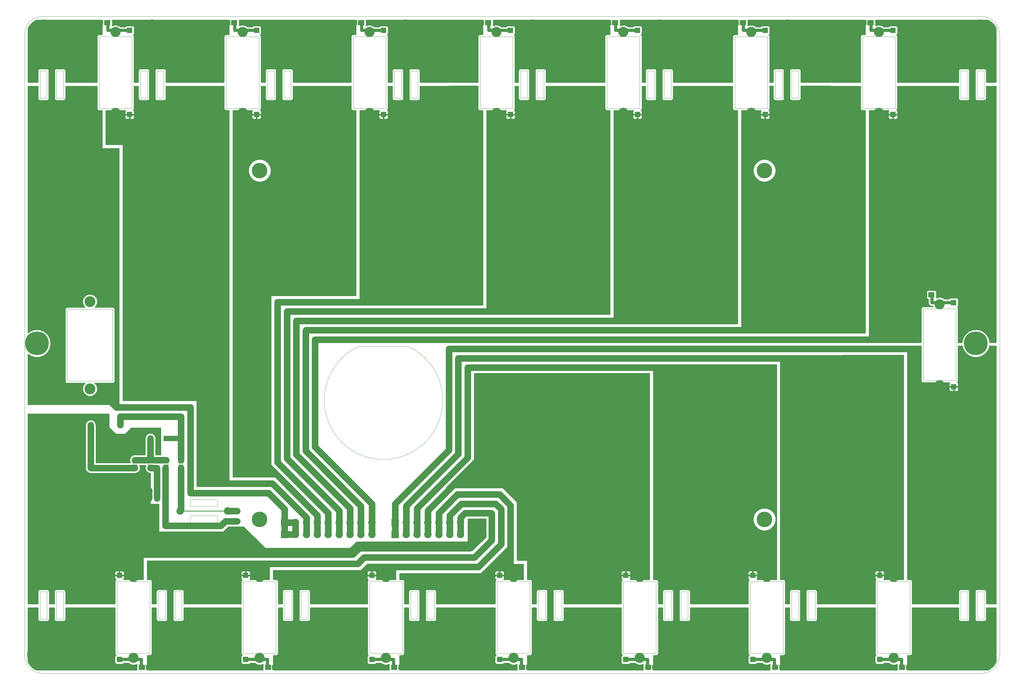
<source format=gbr>
%TF.GenerationSoftware,KiCad,Pcbnew,(5.1.2)-2*%
%TF.CreationDate,2019-08-12T21:21:20-05:00*%
%TF.ProjectId,bms,626d732e-6b69-4636-9164-5f7063625858,rev?*%
%TF.SameCoordinates,Original*%
%TF.FileFunction,Copper,L2,Bot*%
%TF.FilePolarity,Positive*%
%FSLAX46Y46*%
G04 Gerber Fmt 4.6, Leading zero omitted, Abs format (unit mm)*
G04 Created by KiCad (PCBNEW (5.1.2)-2) date 2019-08-12 21:21:20*
%MOMM*%
%LPD*%
G04 APERTURE LIST*
%ADD10C,0.050000*%
%ADD11C,0.120000*%
%ADD12C,1.000000*%
%ADD13C,0.900000*%
%ADD14O,9.000000X13.589000*%
%ADD15C,10.000000*%
%ADD16O,2.400000X2.400000*%
%ADD17C,2.400000*%
%ADD18R,1.700000X1.700000*%
%ADD19R,1.000000X1.500000*%
%ADD20C,3.250000*%
%ADD21R,2.400000X2.400000*%
%ADD22C,5.000000*%
%ADD23C,1.700000*%
%ADD24R,1.500000X1.000000*%
%ADD25O,1.700000X1.700000*%
%ADD26C,7.600000*%
%ADD27C,3.500000*%
%ADD28C,3.200000*%
%ADD29C,0.609600*%
%ADD30C,2.100000*%
%ADD31C,0.250000*%
%ADD32C,1.700000*%
%ADD33C,0.254000*%
G04 APERTURE END LIST*
D10*
X376999986Y-224100000D02*
G75*
G02X371000000Y-230000000I-5999153J99986D01*
G01*
X69900000Y-230000000D02*
G75*
G02X63999986Y-224000833I99986J5999167D01*
G01*
X64000000Y-25000000D02*
G75*
G02X70000000Y-19000000I6000000J0D01*
G01*
X371099986Y-19000833D02*
G75*
G02X377000000Y-25000000I-99986J-5999167D01*
G01*
X377000000Y-25000000D02*
X377000000Y-224100000D01*
X69900000Y-230000000D02*
X371000000Y-230000000D01*
X64000000Y-25000000D02*
X63999986Y-224000833D01*
X70000000Y-19000000D02*
X371100000Y-19000000D01*
D11*
X74250000Y-212500000D02*
X76500000Y-212500000D01*
X76500000Y-212500000D02*
X76500000Y-203750000D01*
X76500000Y-203750000D02*
X74250000Y-203750000D01*
X74250000Y-203750000D02*
X74250000Y-212500000D01*
X69000000Y-212500000D02*
X71250000Y-212500000D01*
X69000000Y-203750000D02*
X69000000Y-212500000D01*
X71250000Y-203750000D02*
X69000000Y-203750000D01*
X71250000Y-212500000D02*
X71250000Y-203750000D01*
D12*
X101500000Y-225500000D02*
X99000000Y-225500000D01*
X101500000Y-228250000D02*
X101500000Y-225500000D01*
X94500000Y-225500000D02*
X98000000Y-225500000D01*
D11*
X99000000Y-200500000D02*
X104250000Y-200500000D01*
X99000000Y-200500000D02*
X93750000Y-200500000D01*
X93750000Y-200500000D02*
X93750000Y-223500000D01*
X93750000Y-223500000D02*
X104250000Y-223500000D01*
X104250000Y-223500000D02*
X104250000Y-200500000D01*
D12*
X355250000Y-110900000D02*
X357750000Y-110900000D01*
X355250000Y-108150000D02*
X355250000Y-110900000D01*
X362250000Y-110900000D02*
X358750000Y-110900000D01*
D11*
X357750000Y-135900000D02*
X352500000Y-135900000D01*
X357750000Y-135900000D02*
X363000000Y-135900000D01*
X363000000Y-135900000D02*
X363000000Y-112900000D01*
X363000000Y-112900000D02*
X352500000Y-112900000D01*
X352500000Y-112900000D02*
X352500000Y-135900000D01*
D12*
X142000000Y-225500000D02*
X139500000Y-225500000D01*
X142000000Y-228250000D02*
X142000000Y-225500000D01*
X135000000Y-225500000D02*
X138500000Y-225500000D01*
D11*
X139500000Y-200500000D02*
X144750000Y-200500000D01*
X139500000Y-200500000D02*
X134250000Y-200500000D01*
X134250000Y-200500000D02*
X134250000Y-223500000D01*
X134250000Y-223500000D02*
X144750000Y-223500000D01*
X144750000Y-223500000D02*
X144750000Y-200500000D01*
D12*
X182500000Y-225500000D02*
X180000000Y-225500000D01*
X182500000Y-228250000D02*
X182500000Y-225500000D01*
X175500000Y-225500000D02*
X179000000Y-225500000D01*
D11*
X180000000Y-200500000D02*
X185250000Y-200500000D01*
X180000000Y-200500000D02*
X174750000Y-200500000D01*
X174750000Y-200500000D02*
X174750000Y-223500000D01*
X174750000Y-223500000D02*
X185250000Y-223500000D01*
X185250000Y-223500000D02*
X185250000Y-200500000D01*
D12*
X223500000Y-225500000D02*
X221000000Y-225500000D01*
X223500000Y-228250000D02*
X223500000Y-225500000D01*
X216500000Y-225500000D02*
X220000000Y-225500000D01*
D11*
X221000000Y-200500000D02*
X226250000Y-200500000D01*
X221000000Y-200500000D02*
X215750000Y-200500000D01*
X215750000Y-200500000D02*
X215750000Y-223500000D01*
X215750000Y-223500000D02*
X226250000Y-223500000D01*
X226250000Y-223500000D02*
X226250000Y-200500000D01*
D12*
X264000000Y-225500000D02*
X261500000Y-225500000D01*
X264000000Y-228250000D02*
X264000000Y-225500000D01*
X257000000Y-225500000D02*
X260500000Y-225500000D01*
D11*
X261500000Y-200500000D02*
X266750000Y-200500000D01*
X261500000Y-200500000D02*
X256250000Y-200500000D01*
X256250000Y-200500000D02*
X256250000Y-223500000D01*
X256250000Y-223500000D02*
X266750000Y-223500000D01*
X266750000Y-223500000D02*
X266750000Y-200500000D01*
D12*
X304750000Y-225500000D02*
X302250000Y-225500000D01*
X304750000Y-228250000D02*
X304750000Y-225500000D01*
X297750000Y-225500000D02*
X301250000Y-225500000D01*
D11*
X302250000Y-200500000D02*
X307500000Y-200500000D01*
X302250000Y-200500000D02*
X297000000Y-200500000D01*
X297000000Y-200500000D02*
X297000000Y-223500000D01*
X297000000Y-223500000D02*
X307500000Y-223500000D01*
X307500000Y-223500000D02*
X307500000Y-200500000D01*
D12*
X345500000Y-225500000D02*
X343000000Y-225500000D01*
X345500000Y-228250000D02*
X345500000Y-225500000D01*
X338500000Y-225500000D02*
X342000000Y-225500000D01*
D11*
X343000000Y-200500000D02*
X348250000Y-200500000D01*
X343000000Y-200500000D02*
X337750000Y-200500000D01*
X337750000Y-200500000D02*
X337750000Y-223500000D01*
X337750000Y-223500000D02*
X348250000Y-223500000D01*
X348250000Y-223500000D02*
X348250000Y-200500000D01*
D12*
X335750000Y-23500000D02*
X338250000Y-23500000D01*
X335750000Y-20750000D02*
X335750000Y-23500000D01*
X342750000Y-23500000D02*
X339250000Y-23500000D01*
D11*
X338250000Y-48500000D02*
X333000000Y-48500000D01*
X338250000Y-48500000D02*
X343500000Y-48500000D01*
X343500000Y-48500000D02*
X343500000Y-25500000D01*
X343500000Y-25500000D02*
X333000000Y-25500000D01*
X333000000Y-25500000D02*
X333000000Y-48500000D01*
D12*
X294750000Y-23500000D02*
X297250000Y-23500000D01*
X294750000Y-20750000D02*
X294750000Y-23500000D01*
X301750000Y-23500000D02*
X298250000Y-23500000D01*
D11*
X297250000Y-48500000D02*
X292000000Y-48500000D01*
X297250000Y-48500000D02*
X302500000Y-48500000D01*
X302500000Y-48500000D02*
X302500000Y-25500000D01*
X302500000Y-25500000D02*
X292000000Y-25500000D01*
X292000000Y-25500000D02*
X292000000Y-48500000D01*
D12*
X253750000Y-23500000D02*
X256250000Y-23500000D01*
X253750000Y-20750000D02*
X253750000Y-23500000D01*
X260750000Y-23500000D02*
X257250000Y-23500000D01*
D11*
X256250000Y-48500000D02*
X251000000Y-48500000D01*
X256250000Y-48500000D02*
X261500000Y-48500000D01*
X261500000Y-48500000D02*
X261500000Y-25500000D01*
X261500000Y-25500000D02*
X251000000Y-25500000D01*
X251000000Y-25500000D02*
X251000000Y-48500000D01*
D12*
X213000000Y-23500000D02*
X215500000Y-23500000D01*
X213000000Y-20750000D02*
X213000000Y-23500000D01*
X220000000Y-23500000D02*
X216500000Y-23500000D01*
D11*
X215500000Y-48500000D02*
X210250000Y-48500000D01*
X215500000Y-48500000D02*
X220750000Y-48500000D01*
X220750000Y-48500000D02*
X220750000Y-25500000D01*
X220750000Y-25500000D02*
X210250000Y-25500000D01*
X210250000Y-25500000D02*
X210250000Y-48500000D01*
D12*
X172250000Y-23500000D02*
X174750000Y-23500000D01*
X172250000Y-20750000D02*
X172250000Y-23500000D01*
X179250000Y-23500000D02*
X175750000Y-23500000D01*
D11*
X174750000Y-48500000D02*
X169500000Y-48500000D01*
X174750000Y-48500000D02*
X180000000Y-48500000D01*
X180000000Y-48500000D02*
X180000000Y-25500000D01*
X180000000Y-25500000D02*
X169500000Y-25500000D01*
X169500000Y-25500000D02*
X169500000Y-48500000D01*
D12*
X131500000Y-23500000D02*
X134000000Y-23500000D01*
X131500000Y-20750000D02*
X131500000Y-23500000D01*
X138500000Y-23500000D02*
X135000000Y-23500000D01*
D11*
X134000000Y-48500000D02*
X128750000Y-48500000D01*
X134000000Y-48500000D02*
X139250000Y-48500000D01*
X139250000Y-48500000D02*
X139250000Y-25500000D01*
X139250000Y-25500000D02*
X128750000Y-25500000D01*
X128750000Y-25500000D02*
X128750000Y-48500000D01*
D12*
X90750000Y-23500000D02*
X93250000Y-23500000D01*
X90750000Y-20750000D02*
X90750000Y-23500000D01*
X97750000Y-23500000D02*
X94250000Y-23500000D01*
D11*
X93250000Y-48500000D02*
X88000000Y-48500000D01*
X93250000Y-48500000D02*
X98500000Y-48500000D01*
X98500000Y-48500000D02*
X98500000Y-25500000D01*
X98500000Y-25500000D02*
X88000000Y-25500000D01*
X88000000Y-25500000D02*
X88000000Y-48500000D01*
X187250000Y-125000001D02*
X171250000Y-125000000D01*
X187250000Y-125000001D02*
G75*
G02X171250001Y-125000001I-8000000J-17249999D01*
G01*
X125950000Y-176300000D02*
X125950000Y-174050000D01*
X125950000Y-174050000D02*
X117200000Y-174050000D01*
X117200000Y-174050000D02*
X117200000Y-176300000D01*
X117200000Y-176300000D02*
X125950000Y-176300000D01*
X125950000Y-181550000D02*
X125950000Y-179300000D01*
X117200000Y-181550000D02*
X125950000Y-181550000D01*
X117200000Y-179300000D02*
X117200000Y-181550000D01*
X125950000Y-179300000D02*
X117200000Y-179300000D01*
X71250000Y-36500000D02*
X69000000Y-36500000D01*
X69000000Y-36500000D02*
X69000000Y-45250000D01*
X69000000Y-45250000D02*
X71250000Y-45250000D01*
X71250000Y-45250000D02*
X71250000Y-36500000D01*
X76500000Y-36500000D02*
X74250000Y-36500000D01*
X76500000Y-45250000D02*
X76500000Y-36500000D01*
X74250000Y-45250000D02*
X76500000Y-45250000D01*
X74250000Y-36500000D02*
X74250000Y-45250000D01*
X112250000Y-212500000D02*
X114500000Y-212500000D01*
X114500000Y-212500000D02*
X114500000Y-203750000D01*
X114500000Y-203750000D02*
X112250000Y-203750000D01*
X112250000Y-203750000D02*
X112250000Y-212500000D01*
X107000000Y-212500000D02*
X109250000Y-212500000D01*
X107000000Y-203750000D02*
X107000000Y-212500000D01*
X109250000Y-203750000D02*
X107000000Y-203750000D01*
X109250000Y-212500000D02*
X109250000Y-203750000D01*
X152750000Y-212500000D02*
X155000000Y-212500000D01*
X155000000Y-212500000D02*
X155000000Y-203750000D01*
X155000000Y-203750000D02*
X152750000Y-203750000D01*
X152750000Y-203750000D02*
X152750000Y-212500000D01*
X147500000Y-212500000D02*
X149750000Y-212500000D01*
X147500000Y-203750000D02*
X147500000Y-212500000D01*
X149750000Y-203750000D02*
X147500000Y-203750000D01*
X149750000Y-212500000D02*
X149750000Y-203750000D01*
X193250000Y-212500000D02*
X195500000Y-212500000D01*
X195500000Y-212500000D02*
X195500000Y-203750000D01*
X195500000Y-203750000D02*
X193250000Y-203750000D01*
X193250000Y-203750000D02*
X193250000Y-212500000D01*
X188000000Y-212500000D02*
X190250000Y-212500000D01*
X188000000Y-203750000D02*
X188000000Y-212500000D01*
X190250000Y-203750000D02*
X188000000Y-203750000D01*
X190250000Y-212500000D02*
X190250000Y-203750000D01*
X234250000Y-212500000D02*
X236500000Y-212500000D01*
X236500000Y-212500000D02*
X236500000Y-203750000D01*
X236500000Y-203750000D02*
X234250000Y-203750000D01*
X234250000Y-203750000D02*
X234250000Y-212500000D01*
X229000000Y-212500000D02*
X231250000Y-212500000D01*
X229000000Y-203750000D02*
X229000000Y-212500000D01*
X231250000Y-203750000D02*
X229000000Y-203750000D01*
X231250000Y-212500000D02*
X231250000Y-203750000D01*
X274750000Y-212500000D02*
X277000000Y-212500000D01*
X277000000Y-212500000D02*
X277000000Y-203750000D01*
X277000000Y-203750000D02*
X274750000Y-203750000D01*
X274750000Y-203750000D02*
X274750000Y-212500000D01*
X269500000Y-212500000D02*
X271750000Y-212500000D01*
X269500000Y-203750000D02*
X269500000Y-212500000D01*
X271750000Y-203750000D02*
X269500000Y-203750000D01*
X271750000Y-212500000D02*
X271750000Y-203750000D01*
X315500000Y-212500000D02*
X317750000Y-212500000D01*
X317750000Y-212500000D02*
X317750000Y-203750000D01*
X317750000Y-203750000D02*
X315500000Y-203750000D01*
X315500000Y-203750000D02*
X315500000Y-212500000D01*
X310250000Y-212500000D02*
X312500000Y-212500000D01*
X310250000Y-203750000D02*
X310250000Y-212500000D01*
X312500000Y-203750000D02*
X310250000Y-203750000D01*
X312500000Y-212500000D02*
X312500000Y-203750000D01*
X369750000Y-212500000D02*
X372000000Y-212500000D01*
X372000000Y-212500000D02*
X372000000Y-203750000D01*
X372000000Y-203750000D02*
X369750000Y-203750000D01*
X369750000Y-203750000D02*
X369750000Y-212500000D01*
X364500000Y-212500000D02*
X366750000Y-212500000D01*
X364500000Y-203750000D02*
X364500000Y-212500000D01*
X366750000Y-203750000D02*
X364500000Y-203750000D01*
X366750000Y-212500000D02*
X366750000Y-203750000D01*
X366750000Y-36500000D02*
X364500000Y-36500000D01*
X364500000Y-36500000D02*
X364500000Y-45250000D01*
X364500000Y-45250000D02*
X366750000Y-45250000D01*
X366750000Y-45250000D02*
X366750000Y-36500000D01*
X372000000Y-36500000D02*
X369750000Y-36500000D01*
X372000000Y-45250000D02*
X372000000Y-36500000D01*
X369750000Y-45250000D02*
X372000000Y-45250000D01*
X369750000Y-36500000D02*
X369750000Y-45250000D01*
X307250000Y-36500000D02*
X305000000Y-36500000D01*
X305000000Y-36500000D02*
X305000000Y-45250000D01*
X305000000Y-45250000D02*
X307250000Y-45250000D01*
X307250000Y-45250000D02*
X307250000Y-36500000D01*
X312500000Y-36500000D02*
X310250000Y-36500000D01*
X312500000Y-45250000D02*
X312500000Y-36500000D01*
X310250000Y-45250000D02*
X312500000Y-45250000D01*
X310250000Y-36500000D02*
X310250000Y-45250000D01*
X266250000Y-36500000D02*
X264000000Y-36500000D01*
X264000000Y-36500000D02*
X264000000Y-45250000D01*
X264000000Y-45250000D02*
X266250000Y-45250000D01*
X266250000Y-45250000D02*
X266250000Y-36500000D01*
X271500000Y-36500000D02*
X269250000Y-36500000D01*
X271500000Y-45250000D02*
X271500000Y-36500000D01*
X269250000Y-45250000D02*
X271500000Y-45250000D01*
X269250000Y-36500000D02*
X269250000Y-45250000D01*
X225500000Y-36500000D02*
X223250000Y-36500000D01*
X223250000Y-36500000D02*
X223250000Y-45250000D01*
X223250000Y-45250000D02*
X225500000Y-45250000D01*
X225500000Y-45250000D02*
X225500000Y-36500000D01*
X230750000Y-36500000D02*
X228500000Y-36500000D01*
X230750000Y-45250000D02*
X230750000Y-36500000D01*
X228500000Y-45250000D02*
X230750000Y-45250000D01*
X228500000Y-36500000D02*
X228500000Y-45250000D01*
X185000000Y-36500000D02*
X182750000Y-36500000D01*
X182750000Y-36500000D02*
X182750000Y-45250000D01*
X182750000Y-45250000D02*
X185000000Y-45250000D01*
X185000000Y-45250000D02*
X185000000Y-36500000D01*
X190250000Y-36500000D02*
X188000000Y-36500000D01*
X190250000Y-45250000D02*
X190250000Y-36500000D01*
X188000000Y-45250000D02*
X190250000Y-45250000D01*
X188000000Y-36500000D02*
X188000000Y-45250000D01*
X144250000Y-36500000D02*
X142000000Y-36500000D01*
X142000000Y-36500000D02*
X142000000Y-45250000D01*
X142000000Y-45250000D02*
X144250000Y-45250000D01*
X144250000Y-45250000D02*
X144250000Y-36500000D01*
X149500000Y-36500000D02*
X147250000Y-36500000D01*
X149500000Y-45250000D02*
X149500000Y-36500000D01*
X147250000Y-45250000D02*
X149500000Y-45250000D01*
X147250000Y-36500000D02*
X147250000Y-45250000D01*
X103500000Y-36500000D02*
X101250000Y-36500000D01*
X101250000Y-36500000D02*
X101250000Y-45250000D01*
X101250000Y-45250000D02*
X103500000Y-45250000D01*
X103500000Y-45250000D02*
X103500000Y-36500000D01*
X108750000Y-36500000D02*
X106500000Y-36500000D01*
X108750000Y-45250000D02*
X108750000Y-36500000D01*
X106500000Y-45250000D02*
X108750000Y-45250000D01*
X106500000Y-36500000D02*
X106500000Y-45250000D01*
X92250000Y-136071999D02*
X85250000Y-136071999D01*
X92250000Y-113071999D02*
X77750000Y-113071999D01*
X85250000Y-136071999D02*
X77750000Y-136071999D01*
X92250000Y-136071999D02*
X92250000Y-113071999D01*
X77750000Y-113071999D02*
X77750000Y-136071999D01*
D13*
X78750000Y-24000000D03*
X78750000Y-30250000D03*
X78750000Y-28250000D03*
X78750000Y-26000000D03*
X83750000Y-24000000D03*
X85250000Y-21000000D03*
X85250000Y-33500000D03*
X87000000Y-33500000D03*
X87000000Y-25000000D03*
X87000000Y-27250000D03*
X87000000Y-22750000D03*
X87000000Y-31750000D03*
X87000000Y-29500000D03*
X77500000Y-21000000D03*
X75500000Y-21000000D03*
X77500000Y-33500000D03*
X75500000Y-33500000D03*
X75500000Y-31750000D03*
X75500000Y-29500000D03*
X75500000Y-25000000D03*
X75500000Y-22750000D03*
X75500000Y-27250000D03*
X79250000Y-21500000D03*
X83250000Y-21500000D03*
X79250000Y-33000000D03*
X83250000Y-33000000D03*
X85000000Y-30250000D03*
X85000000Y-24000000D03*
X83750000Y-28250000D03*
X84250000Y-22500000D03*
X85250000Y-28250000D03*
X85250000Y-26000000D03*
X83750000Y-26000000D03*
X83750000Y-30250000D03*
X84250000Y-31750000D03*
X77500000Y-24000000D03*
X77500000Y-30250000D03*
X77250000Y-26000000D03*
X77250000Y-28250000D03*
X78250000Y-22750000D03*
X78000000Y-31750000D03*
D14*
X81250000Y-27250000D03*
D13*
X71107018Y-219932678D03*
X73267210Y-221418935D03*
X74141242Y-223891071D03*
X73395264Y-226404814D03*
X71314214Y-228000000D03*
X68692982Y-228067322D03*
X66532790Y-226581065D03*
X65658758Y-224108929D03*
X66404736Y-221595186D03*
X71663356Y-221572949D03*
X72753170Y-223072949D03*
X72753170Y-224927051D03*
X71663356Y-226427051D03*
X69900000Y-227000000D03*
X68136644Y-226427051D03*
X67046830Y-224927051D03*
X67046830Y-223072949D03*
X68136644Y-221572949D03*
X68485786Y-220000000D03*
D15*
X69900000Y-224000000D03*
D13*
X69900000Y-221000000D03*
X111907018Y-219932678D03*
X114067210Y-221418935D03*
X114941242Y-223891071D03*
X114195264Y-226404814D03*
X112114214Y-228000000D03*
X109492982Y-228067322D03*
X107332790Y-226581065D03*
X106458758Y-224108929D03*
X107204736Y-221595186D03*
X112463356Y-221572949D03*
X113553170Y-223072949D03*
X113553170Y-224927051D03*
X112463356Y-226427051D03*
X110700000Y-227000000D03*
X108936644Y-226427051D03*
X107846830Y-224927051D03*
X107846830Y-223072949D03*
X108936644Y-221572949D03*
X109285786Y-220000000D03*
D15*
X110700000Y-224000000D03*
D13*
X110700000Y-221000000D03*
X152407018Y-219932678D03*
X154567210Y-221418935D03*
X155441242Y-223891071D03*
X154695264Y-226404814D03*
X152614214Y-228000000D03*
X149992982Y-228067322D03*
X147832790Y-226581065D03*
X146958758Y-224108929D03*
X147704736Y-221595186D03*
X152963356Y-221572949D03*
X154053170Y-223072949D03*
X154053170Y-224927051D03*
X152963356Y-226427051D03*
X151200000Y-227000000D03*
X149436644Y-226427051D03*
X148346830Y-224927051D03*
X148346830Y-223072949D03*
X149436644Y-221572949D03*
X149785786Y-220000000D03*
D15*
X151200000Y-224000000D03*
D13*
X151200000Y-221000000D03*
X192907018Y-219932678D03*
X195067210Y-221418935D03*
X195941242Y-223891071D03*
X195195264Y-226404814D03*
X193114214Y-228000000D03*
X190492982Y-228067322D03*
X188332790Y-226581065D03*
X187458758Y-224108929D03*
X188204736Y-221595186D03*
X193463356Y-221572949D03*
X194553170Y-223072949D03*
X194553170Y-224927051D03*
X193463356Y-226427051D03*
X191700000Y-227000000D03*
X189936644Y-226427051D03*
X188846830Y-224927051D03*
X188846830Y-223072949D03*
X189936644Y-221572949D03*
X190285786Y-220000000D03*
D15*
X191700000Y-224000000D03*
D13*
X191700000Y-221000000D03*
X234007018Y-219932678D03*
X236167210Y-221418935D03*
X237041242Y-223891071D03*
X236295264Y-226404814D03*
X234214214Y-228000000D03*
X231592982Y-228067322D03*
X229432790Y-226581065D03*
X228558758Y-224108929D03*
X229304736Y-221595186D03*
X234563356Y-221572949D03*
X235653170Y-223072949D03*
X235653170Y-224927051D03*
X234563356Y-226427051D03*
X232800000Y-227000000D03*
X231036644Y-226427051D03*
X229946830Y-224927051D03*
X229946830Y-223072949D03*
X231036644Y-221572949D03*
X231385786Y-220000000D03*
D15*
X232800000Y-224000000D03*
D13*
X232800000Y-221000000D03*
X274507018Y-219932678D03*
X276667210Y-221418935D03*
X277541242Y-223891071D03*
X276795264Y-226404814D03*
X274714214Y-228000000D03*
X272092982Y-228067322D03*
X269932790Y-226581065D03*
X269058758Y-224108929D03*
X269804736Y-221595186D03*
X275063356Y-221572949D03*
X276153170Y-223072949D03*
X276153170Y-224927051D03*
X275063356Y-226427051D03*
X273300000Y-227000000D03*
X271536644Y-226427051D03*
X270446830Y-224927051D03*
X270446830Y-223072949D03*
X271536644Y-221572949D03*
X271885786Y-220000000D03*
D15*
X273300000Y-224000000D03*
D13*
X273300000Y-221000000D03*
X315107018Y-219932678D03*
X317267210Y-221418935D03*
X318141242Y-223891071D03*
X317395264Y-226404814D03*
X315314214Y-228000000D03*
X312692982Y-228067322D03*
X310532790Y-226581065D03*
X309658758Y-224108929D03*
X310404736Y-221595186D03*
X315663356Y-221572949D03*
X316753170Y-223072949D03*
X316753170Y-224927051D03*
X315663356Y-226427051D03*
X313900000Y-227000000D03*
X312136644Y-226427051D03*
X311046830Y-224927051D03*
X311046830Y-223072949D03*
X312136644Y-221572949D03*
X312485786Y-220000000D03*
D15*
X313900000Y-224000000D03*
D13*
X313900000Y-221000000D03*
X372207018Y-219932678D03*
X374367210Y-221418935D03*
X375241242Y-223891071D03*
X374495264Y-226404814D03*
X372414214Y-228000000D03*
X369792982Y-228067322D03*
X367632790Y-226581065D03*
X366758758Y-224108929D03*
X367504736Y-221595186D03*
X372763356Y-221572949D03*
X373853170Y-223072949D03*
X373853170Y-224927051D03*
X372763356Y-226427051D03*
X371000000Y-227000000D03*
X369236644Y-226427051D03*
X368146830Y-224927051D03*
X368146830Y-223072949D03*
X369236644Y-221572949D03*
X369585786Y-220000000D03*
D15*
X371000000Y-224000000D03*
D13*
X371000000Y-221000000D03*
X369792982Y-29067322D03*
X367632790Y-27581065D03*
X366758758Y-25108929D03*
X367504736Y-22595186D03*
X369585786Y-21000000D03*
X372207018Y-20932678D03*
X374367210Y-22418935D03*
X375241242Y-24891071D03*
X374495264Y-27404814D03*
X369236644Y-27427051D03*
X368146830Y-25927051D03*
X368146830Y-24072949D03*
X369236644Y-22572949D03*
X371000000Y-22000000D03*
X372763356Y-22572949D03*
X373853170Y-24072949D03*
X373853170Y-25927051D03*
X372763356Y-27427051D03*
X372414214Y-29000000D03*
D15*
X371000000Y-25000000D03*
D13*
X371000000Y-28000000D03*
X307592982Y-29067322D03*
X305432790Y-27581065D03*
X304558758Y-25108929D03*
X305304736Y-22595186D03*
X307385786Y-21000000D03*
X310007018Y-20932678D03*
X312167210Y-22418935D03*
X313041242Y-24891071D03*
X312295264Y-27404814D03*
X307036644Y-27427051D03*
X305946830Y-25927051D03*
X305946830Y-24072949D03*
X307036644Y-22572949D03*
X308800000Y-22000000D03*
X310563356Y-22572949D03*
X311653170Y-24072949D03*
X311653170Y-25927051D03*
X310563356Y-27427051D03*
X310214214Y-29000000D03*
D15*
X308800000Y-25000000D03*
D13*
X308800000Y-28000000D03*
X266592982Y-29067322D03*
X264432790Y-27581065D03*
X263558758Y-25108929D03*
X264304736Y-22595186D03*
X266385786Y-21000000D03*
X269007018Y-20932678D03*
X271167210Y-22418935D03*
X272041242Y-24891071D03*
X271295264Y-27404814D03*
X266036644Y-27427051D03*
X264946830Y-25927051D03*
X264946830Y-24072949D03*
X266036644Y-22572949D03*
X267800000Y-22000000D03*
X269563356Y-22572949D03*
X270653170Y-24072949D03*
X270653170Y-25927051D03*
X269563356Y-27427051D03*
X269214214Y-29000000D03*
D15*
X267800000Y-25000000D03*
D13*
X267800000Y-28000000D03*
X225892982Y-29067322D03*
X223732790Y-27581065D03*
X222858758Y-25108929D03*
X223604736Y-22595186D03*
X225685786Y-21000000D03*
X228307018Y-20932678D03*
X230467210Y-22418935D03*
X231341242Y-24891071D03*
X230595264Y-27404814D03*
X225336644Y-27427051D03*
X224246830Y-25927051D03*
X224246830Y-24072949D03*
X225336644Y-22572949D03*
X227100000Y-22000000D03*
X228863356Y-22572949D03*
X229953170Y-24072949D03*
X229953170Y-25927051D03*
X228863356Y-27427051D03*
X228514214Y-29000000D03*
D15*
X227100000Y-25000000D03*
D13*
X227100000Y-28000000D03*
X185192982Y-29067322D03*
X183032790Y-27581065D03*
X182158758Y-25108929D03*
X182904736Y-22595186D03*
X184985786Y-21000000D03*
X187607018Y-20932678D03*
X189767210Y-22418935D03*
X190641242Y-24891071D03*
X189895264Y-27404814D03*
X184636644Y-27427051D03*
X183546830Y-25927051D03*
X183546830Y-24072949D03*
X184636644Y-22572949D03*
X186400000Y-22000000D03*
X188163356Y-22572949D03*
X189253170Y-24072949D03*
X189253170Y-25927051D03*
X188163356Y-27427051D03*
X187814214Y-29000000D03*
D15*
X186400000Y-25000000D03*
D13*
X186400000Y-28000000D03*
X144492982Y-29167322D03*
X142332790Y-27681065D03*
X141458758Y-25208929D03*
X142204736Y-22695186D03*
X144285786Y-21100000D03*
X146907018Y-21032678D03*
X149067210Y-22518935D03*
X149941242Y-24991071D03*
X149195264Y-27504814D03*
X143936644Y-27527051D03*
X142846830Y-26027051D03*
X142846830Y-24172949D03*
X143936644Y-22672949D03*
X145700000Y-22100000D03*
X147463356Y-22672949D03*
X148553170Y-24172949D03*
X148553170Y-26027051D03*
X147463356Y-27527051D03*
X147114214Y-29100000D03*
D15*
X145700000Y-25100000D03*
D13*
X145700000Y-28100000D03*
X103792982Y-29067322D03*
X101632790Y-27581065D03*
X100758758Y-25108929D03*
X101504736Y-22595186D03*
X103585786Y-21000000D03*
X106207018Y-20932678D03*
X108367210Y-22418935D03*
X109241242Y-24891071D03*
X108495264Y-27404814D03*
X103236644Y-27427051D03*
X102146830Y-25927051D03*
X102146830Y-24072949D03*
X103236644Y-22572949D03*
X105000000Y-22000000D03*
X106763356Y-22572949D03*
X107853170Y-24072949D03*
X107853170Y-25927051D03*
X106763356Y-27427051D03*
X106414214Y-29000000D03*
D15*
X105000000Y-25000000D03*
D13*
X105000000Y-28000000D03*
X68792982Y-29067322D03*
X66632790Y-27581065D03*
X65758758Y-25108929D03*
X66504736Y-22595186D03*
X68585786Y-21000000D03*
X71207018Y-20932678D03*
X73367210Y-22418935D03*
X74241242Y-24891071D03*
X73495264Y-27404814D03*
X68236644Y-27427051D03*
X67146830Y-25927051D03*
X67146830Y-24072949D03*
X68236644Y-22572949D03*
X70000000Y-22000000D03*
X71763356Y-22572949D03*
X72853170Y-24072949D03*
X72853170Y-25927051D03*
X71763356Y-27427051D03*
X71414214Y-29000000D03*
D15*
X70000000Y-25000000D03*
D13*
X70000000Y-28000000D03*
X81250000Y-218750000D03*
X81250000Y-225000000D03*
X81250000Y-223000000D03*
X81250000Y-220750000D03*
X86250000Y-218750000D03*
X87750000Y-215750000D03*
X87750000Y-228250000D03*
X89500000Y-215750000D03*
X89500000Y-228250000D03*
X89500000Y-219750000D03*
X89500000Y-222000000D03*
X89500000Y-217500000D03*
X89500000Y-226500000D03*
X89500000Y-224250000D03*
X80000000Y-215750000D03*
X78000000Y-215750000D03*
X80000000Y-228250000D03*
X78000000Y-228250000D03*
X78000000Y-226500000D03*
X78000000Y-224250000D03*
X78000000Y-219750000D03*
X78000000Y-217500000D03*
X78000000Y-222000000D03*
X81750000Y-216250000D03*
X85750000Y-216250000D03*
X81750000Y-227750000D03*
X85750000Y-227750000D03*
X87500000Y-225000000D03*
X87500000Y-218750000D03*
X86250000Y-223000000D03*
X86750000Y-217250000D03*
X87750000Y-223000000D03*
X87750000Y-220750000D03*
X86250000Y-220750000D03*
X86250000Y-225000000D03*
X86750000Y-226500000D03*
X80000000Y-218750000D03*
X80000000Y-225000000D03*
X79750000Y-220750000D03*
X79750000Y-223000000D03*
X80750000Y-217500000D03*
X80500000Y-226500000D03*
D14*
X83750000Y-222000000D03*
D13*
X121750000Y-218750000D03*
X121750000Y-225000000D03*
X121750000Y-223000000D03*
X121750000Y-220750000D03*
X126750000Y-218750000D03*
X128250000Y-215750000D03*
X128250000Y-228250000D03*
X130000000Y-215750000D03*
X130000000Y-228250000D03*
X130000000Y-219750000D03*
X130000000Y-222000000D03*
X130000000Y-217500000D03*
X130000000Y-226500000D03*
X130000000Y-224250000D03*
X120500000Y-215750000D03*
X118500000Y-215750000D03*
X120500000Y-228250000D03*
X118500000Y-228250000D03*
X118500000Y-226500000D03*
X118500000Y-224250000D03*
X118500000Y-219750000D03*
X118500000Y-217500000D03*
X118500000Y-222000000D03*
X122250000Y-216250000D03*
X126250000Y-216250000D03*
X122250000Y-227750000D03*
X126250000Y-227750000D03*
X128000000Y-225000000D03*
X128000000Y-218750000D03*
X126750000Y-223000000D03*
X127250000Y-217250000D03*
X128250000Y-223000000D03*
X128250000Y-220750000D03*
X126750000Y-220750000D03*
X126750000Y-225000000D03*
X127250000Y-226500000D03*
X120500000Y-218750000D03*
X120500000Y-225000000D03*
X120250000Y-220750000D03*
X120250000Y-223000000D03*
X121250000Y-217500000D03*
X121000000Y-226500000D03*
D14*
X124250000Y-222000000D03*
D13*
X162500000Y-218750000D03*
X162500000Y-225000000D03*
X162500000Y-223000000D03*
X162500000Y-220750000D03*
X167500000Y-218750000D03*
X169000000Y-215750000D03*
X169000000Y-228250000D03*
X170750000Y-215750000D03*
X170750000Y-228250000D03*
X170750000Y-219750000D03*
X170750000Y-222000000D03*
X170750000Y-217500000D03*
X170750000Y-226500000D03*
X170750000Y-224250000D03*
X161250000Y-215750000D03*
X159250000Y-215750000D03*
X161250000Y-228250000D03*
X159250000Y-228250000D03*
X159250000Y-226500000D03*
X159250000Y-224250000D03*
X159250000Y-219750000D03*
X159250000Y-217500000D03*
X159250000Y-222000000D03*
X163000000Y-216250000D03*
X167000000Y-216250000D03*
X163000000Y-227750000D03*
X167000000Y-227750000D03*
X168750000Y-225000000D03*
X168750000Y-218750000D03*
X167500000Y-223000000D03*
X168000000Y-217250000D03*
X169000000Y-223000000D03*
X169000000Y-220750000D03*
X167500000Y-220750000D03*
X167500000Y-225000000D03*
X168000000Y-226500000D03*
X161250000Y-218750000D03*
X161250000Y-225000000D03*
X161000000Y-220750000D03*
X161000000Y-223000000D03*
X162000000Y-217500000D03*
X161750000Y-226500000D03*
D14*
X165000000Y-222000000D03*
D13*
X203000000Y-218750000D03*
X203000000Y-225000000D03*
X203000000Y-223000000D03*
X203000000Y-220750000D03*
X208000000Y-218750000D03*
X209500000Y-215750000D03*
X209500000Y-228250000D03*
X211250000Y-215750000D03*
X211250000Y-228250000D03*
X211250000Y-219750000D03*
X211250000Y-222000000D03*
X211250000Y-217500000D03*
X211250000Y-226500000D03*
X211250000Y-224250000D03*
X201750000Y-215750000D03*
X199750000Y-215750000D03*
X201750000Y-228250000D03*
X199750000Y-228250000D03*
X199750000Y-226500000D03*
X199750000Y-224250000D03*
X199750000Y-219750000D03*
X199750000Y-217500000D03*
X199750000Y-222000000D03*
X203500000Y-216250000D03*
X207500000Y-216250000D03*
X203500000Y-227750000D03*
X207500000Y-227750000D03*
X209250000Y-225000000D03*
X209250000Y-218750000D03*
X208000000Y-223000000D03*
X208500000Y-217250000D03*
X209500000Y-223000000D03*
X209500000Y-220750000D03*
X208000000Y-220750000D03*
X208000000Y-225000000D03*
X208500000Y-226500000D03*
X201750000Y-218750000D03*
X201750000Y-225000000D03*
X201500000Y-220750000D03*
X201500000Y-223000000D03*
X202500000Y-217500000D03*
X202250000Y-226500000D03*
D14*
X205500000Y-222000000D03*
D13*
X244000000Y-218750000D03*
X244000000Y-225000000D03*
X244000000Y-223000000D03*
X244000000Y-220750000D03*
X249000000Y-218750000D03*
X250500000Y-215750000D03*
X250500000Y-228250000D03*
X252250000Y-215750000D03*
X252250000Y-228250000D03*
X252250000Y-219750000D03*
X252250000Y-222000000D03*
X252250000Y-217500000D03*
X252250000Y-226500000D03*
X252250000Y-224250000D03*
X242750000Y-215750000D03*
X240750000Y-215750000D03*
X242750000Y-228250000D03*
X240750000Y-228250000D03*
X240750000Y-226500000D03*
X240750000Y-224250000D03*
X240750000Y-219750000D03*
X240750000Y-217500000D03*
X240750000Y-222000000D03*
X244500000Y-216250000D03*
X248500000Y-216250000D03*
X244500000Y-227750000D03*
X248500000Y-227750000D03*
X250250000Y-225000000D03*
X250250000Y-218750000D03*
X249000000Y-223000000D03*
X249500000Y-217250000D03*
X250500000Y-223000000D03*
X250500000Y-220750000D03*
X249000000Y-220750000D03*
X249000000Y-225000000D03*
X249500000Y-226500000D03*
X242750000Y-218750000D03*
X242750000Y-225000000D03*
X242500000Y-220750000D03*
X242500000Y-223000000D03*
X243500000Y-217500000D03*
X243250000Y-226500000D03*
D14*
X246500000Y-222000000D03*
D13*
X284500000Y-218750000D03*
X284500000Y-225000000D03*
X284500000Y-223000000D03*
X284500000Y-220750000D03*
X289500000Y-218750000D03*
X291000000Y-215750000D03*
X291000000Y-228250000D03*
X292750000Y-215750000D03*
X292750000Y-228250000D03*
X292750000Y-219750000D03*
X292750000Y-222000000D03*
X292750000Y-217500000D03*
X292750000Y-226500000D03*
X292750000Y-224250000D03*
X283250000Y-215750000D03*
X281250000Y-215750000D03*
X283250000Y-228250000D03*
X281250000Y-228250000D03*
X281250000Y-226500000D03*
X281250000Y-224250000D03*
X281250000Y-219750000D03*
X281250000Y-217500000D03*
X281250000Y-222000000D03*
X285000000Y-216250000D03*
X289000000Y-216250000D03*
X285000000Y-227750000D03*
X289000000Y-227750000D03*
X290750000Y-225000000D03*
X290750000Y-218750000D03*
X289500000Y-223000000D03*
X290000000Y-217250000D03*
X291000000Y-223000000D03*
X291000000Y-220750000D03*
X289500000Y-220750000D03*
X289500000Y-225000000D03*
X290000000Y-226500000D03*
X283250000Y-218750000D03*
X283250000Y-225000000D03*
X283000000Y-220750000D03*
X283000000Y-223000000D03*
X284000000Y-217500000D03*
X283750000Y-226500000D03*
D14*
X287000000Y-222000000D03*
D13*
X325250000Y-218750000D03*
X325250000Y-225000000D03*
X325250000Y-223000000D03*
X325250000Y-220750000D03*
X330250000Y-218750000D03*
X331750000Y-215750000D03*
X331750000Y-228250000D03*
X333500000Y-215750000D03*
X333500000Y-228250000D03*
X333500000Y-219750000D03*
X333500000Y-222000000D03*
X333500000Y-217500000D03*
X333500000Y-226500000D03*
X333500000Y-224250000D03*
X324000000Y-215750000D03*
X322000000Y-215750000D03*
X324000000Y-228250000D03*
X322000000Y-228250000D03*
X322000000Y-226500000D03*
X322000000Y-224250000D03*
X322000000Y-219750000D03*
X322000000Y-217500000D03*
X322000000Y-222000000D03*
X325750000Y-216250000D03*
X329750000Y-216250000D03*
X325750000Y-227750000D03*
X329750000Y-227750000D03*
X331500000Y-225000000D03*
X331500000Y-218750000D03*
X330250000Y-223000000D03*
X330750000Y-217250000D03*
X331750000Y-223000000D03*
X331750000Y-220750000D03*
X330250000Y-220750000D03*
X330250000Y-225000000D03*
X330750000Y-226500000D03*
X324000000Y-218750000D03*
X324000000Y-225000000D03*
X323750000Y-220750000D03*
X323750000Y-223000000D03*
X324750000Y-217500000D03*
X324500000Y-226500000D03*
D14*
X327750000Y-222000000D03*
D13*
X354750000Y-218750000D03*
X354750000Y-225000000D03*
X354750000Y-223000000D03*
X354750000Y-220750000D03*
X359750000Y-218750000D03*
X361250000Y-215750000D03*
X361250000Y-228250000D03*
X363000000Y-215750000D03*
X363000000Y-228250000D03*
X363000000Y-219750000D03*
X363000000Y-222000000D03*
X363000000Y-217500000D03*
X363000000Y-226500000D03*
X363000000Y-224250000D03*
X353500000Y-215750000D03*
X351500000Y-215750000D03*
X353500000Y-228250000D03*
X351500000Y-228250000D03*
X351500000Y-226500000D03*
X351500000Y-224250000D03*
X351500000Y-219750000D03*
X351500000Y-217500000D03*
X351500000Y-222000000D03*
X355250000Y-216250000D03*
X359250000Y-216250000D03*
X355250000Y-227750000D03*
X359250000Y-227750000D03*
X361000000Y-225000000D03*
X361000000Y-218750000D03*
X359750000Y-223000000D03*
X360250000Y-217250000D03*
X361250000Y-223000000D03*
X361250000Y-220750000D03*
X359750000Y-220750000D03*
X359750000Y-225000000D03*
X360250000Y-226500000D03*
X353500000Y-218750000D03*
X353500000Y-225000000D03*
X353250000Y-220750000D03*
X353250000Y-223000000D03*
X354250000Y-217500000D03*
X354000000Y-226500000D03*
D14*
X357250000Y-222000000D03*
D13*
X354750000Y-23750000D03*
X354750000Y-30000000D03*
X354750000Y-28000000D03*
X354750000Y-25750000D03*
X359750000Y-23750000D03*
X361250000Y-20750000D03*
X361250000Y-33250000D03*
X363000000Y-20750000D03*
X363000000Y-33250000D03*
X363000000Y-24750000D03*
X363000000Y-27000000D03*
X363000000Y-22500000D03*
X363000000Y-31500000D03*
X363000000Y-29250000D03*
X353500000Y-20750000D03*
X351500000Y-20750000D03*
X353500000Y-33250000D03*
X351500000Y-33250000D03*
X351500000Y-31500000D03*
X351500000Y-29250000D03*
X351500000Y-24750000D03*
X351500000Y-22500000D03*
X351500000Y-27000000D03*
X355250000Y-21250000D03*
X359250000Y-21250000D03*
X355250000Y-32750000D03*
X359250000Y-32750000D03*
X361000000Y-30000000D03*
X361000000Y-23750000D03*
X359750000Y-28000000D03*
X360250000Y-22250000D03*
X361250000Y-28000000D03*
X361250000Y-25750000D03*
X359750000Y-25750000D03*
X359750000Y-30000000D03*
X360250000Y-31500000D03*
X353500000Y-23750000D03*
X353500000Y-30000000D03*
X353250000Y-25750000D03*
X353250000Y-28000000D03*
X354250000Y-22500000D03*
X354000000Y-31500000D03*
D14*
X357250000Y-27000000D03*
D13*
X320250000Y-23750000D03*
X320250000Y-30000000D03*
X320250000Y-28000000D03*
X320250000Y-25750000D03*
X325250000Y-23750000D03*
X326750000Y-20750000D03*
X326750000Y-33250000D03*
X328500000Y-20750000D03*
X328500000Y-33250000D03*
X328500000Y-24750000D03*
X328500000Y-27000000D03*
X328500000Y-22500000D03*
X328500000Y-31500000D03*
X328500000Y-29250000D03*
X319000000Y-20750000D03*
X317000000Y-20750000D03*
X319000000Y-33250000D03*
X317000000Y-33250000D03*
X317000000Y-31500000D03*
X317000000Y-29250000D03*
X317000000Y-24750000D03*
X317000000Y-22500000D03*
X317000000Y-27000000D03*
X320750000Y-21250000D03*
X324750000Y-21250000D03*
X320750000Y-32750000D03*
X324750000Y-32750000D03*
X326500000Y-30000000D03*
X326500000Y-23750000D03*
X325250000Y-28000000D03*
X325750000Y-22250000D03*
X326750000Y-28000000D03*
X326750000Y-25750000D03*
X325250000Y-25750000D03*
X325250000Y-30000000D03*
X325750000Y-31500000D03*
X319000000Y-23750000D03*
X319000000Y-30000000D03*
X318750000Y-25750000D03*
X318750000Y-28000000D03*
X319750000Y-22500000D03*
X319500000Y-31500000D03*
D14*
X322750000Y-27000000D03*
D13*
X279000000Y-23750000D03*
X279000000Y-30000000D03*
X279000000Y-28000000D03*
X279000000Y-25750000D03*
X284000000Y-23750000D03*
X285500000Y-20750000D03*
X285500000Y-33250000D03*
X287250000Y-20750000D03*
X287250000Y-33250000D03*
X287250000Y-24750000D03*
X287250000Y-27000000D03*
X287250000Y-22500000D03*
X287250000Y-31500000D03*
X287250000Y-29250000D03*
X277750000Y-20750000D03*
X275750000Y-20750000D03*
X277750000Y-33250000D03*
X275750000Y-33250000D03*
X275750000Y-31500000D03*
X275750000Y-29250000D03*
X275750000Y-24750000D03*
X275750000Y-22500000D03*
X275750000Y-27000000D03*
X279500000Y-21250000D03*
X283500000Y-21250000D03*
X279500000Y-32750000D03*
X283500000Y-32750000D03*
X285250000Y-30000000D03*
X285250000Y-23750000D03*
X284000000Y-28000000D03*
X284500000Y-22250000D03*
X285500000Y-28000000D03*
X285500000Y-25750000D03*
X284000000Y-25750000D03*
X284000000Y-30000000D03*
X284500000Y-31500000D03*
X277750000Y-23750000D03*
X277750000Y-30000000D03*
X277500000Y-25750000D03*
X277500000Y-28000000D03*
X278500000Y-22500000D03*
X278250000Y-31500000D03*
D14*
X281500000Y-27000000D03*
D13*
X238250000Y-23750000D03*
X238250000Y-30000000D03*
X238250000Y-28000000D03*
X238250000Y-25750000D03*
X243250000Y-23750000D03*
X244750000Y-20750000D03*
X244750000Y-33250000D03*
X246500000Y-20750000D03*
X246500000Y-33250000D03*
X246500000Y-24750000D03*
X246500000Y-27000000D03*
X246500000Y-22500000D03*
X246500000Y-31500000D03*
X246500000Y-29250000D03*
X237000000Y-20750000D03*
X235000000Y-20750000D03*
X237000000Y-33250000D03*
X235000000Y-33250000D03*
X235000000Y-31500000D03*
X235000000Y-29250000D03*
X235000000Y-24750000D03*
X235000000Y-22500000D03*
X235000000Y-27000000D03*
X238750000Y-21250000D03*
X242750000Y-21250000D03*
X238750000Y-32750000D03*
X242750000Y-32750000D03*
X244500000Y-30000000D03*
X244500000Y-23750000D03*
X243250000Y-28000000D03*
X243750000Y-22250000D03*
X244750000Y-28000000D03*
X244750000Y-25750000D03*
X243250000Y-25750000D03*
X243250000Y-30000000D03*
X243750000Y-31500000D03*
X237000000Y-23750000D03*
X237000000Y-30000000D03*
X236750000Y-25750000D03*
X236750000Y-28000000D03*
X237750000Y-22500000D03*
X237500000Y-31500000D03*
D14*
X240750000Y-27000000D03*
D13*
X197750000Y-23750000D03*
X197750000Y-30000000D03*
X197750000Y-28000000D03*
X197750000Y-25750000D03*
X202750000Y-23750000D03*
X204250000Y-20750000D03*
X204250000Y-33250000D03*
X206000000Y-20750000D03*
X206000000Y-33250000D03*
X206000000Y-24750000D03*
X206000000Y-27000000D03*
X206000000Y-22500000D03*
X206000000Y-31500000D03*
X206000000Y-29250000D03*
X196500000Y-20750000D03*
X194500000Y-20750000D03*
X196500000Y-33250000D03*
X194500000Y-33250000D03*
X194500000Y-31500000D03*
X194500000Y-29250000D03*
X194500000Y-24750000D03*
X194500000Y-22500000D03*
X194500000Y-27000000D03*
X198250000Y-21250000D03*
X202250000Y-21250000D03*
X198250000Y-32750000D03*
X202250000Y-32750000D03*
X204000000Y-30000000D03*
X204000000Y-23750000D03*
X202750000Y-28000000D03*
X203250000Y-22250000D03*
X204250000Y-28000000D03*
X204250000Y-25750000D03*
X202750000Y-25750000D03*
X202750000Y-30000000D03*
X203250000Y-31500000D03*
X196500000Y-23750000D03*
X196500000Y-30000000D03*
X196250000Y-25750000D03*
X196250000Y-28000000D03*
X197250000Y-22500000D03*
X197000000Y-31500000D03*
D14*
X200250000Y-27000000D03*
D13*
X157000000Y-23750000D03*
X157000000Y-30000000D03*
X157000000Y-28000000D03*
X157000000Y-25750000D03*
X162000000Y-23750000D03*
X163500000Y-20750000D03*
X163500000Y-33250000D03*
X165250000Y-20750000D03*
X165250000Y-33250000D03*
X165250000Y-24750000D03*
X165250000Y-27000000D03*
X165250000Y-22500000D03*
X165250000Y-31500000D03*
X165250000Y-29250000D03*
X155750000Y-20750000D03*
X153750000Y-20750000D03*
X155750000Y-33250000D03*
X153750000Y-33250000D03*
X153750000Y-31500000D03*
X153750000Y-29250000D03*
X153750000Y-24750000D03*
X153750000Y-22500000D03*
X153750000Y-27000000D03*
X157500000Y-21250000D03*
X161500000Y-21250000D03*
X157500000Y-32750000D03*
X161500000Y-32750000D03*
X163250000Y-30000000D03*
X163250000Y-23750000D03*
X162000000Y-28000000D03*
X162500000Y-22250000D03*
X163500000Y-28000000D03*
X163500000Y-25750000D03*
X162000000Y-25750000D03*
X162000000Y-30000000D03*
X162500000Y-31500000D03*
X155750000Y-23750000D03*
X155750000Y-30000000D03*
X155500000Y-25750000D03*
X155500000Y-28000000D03*
X156500000Y-22500000D03*
X156250000Y-31500000D03*
D14*
X159500000Y-27000000D03*
D13*
X116250000Y-23750000D03*
X116250000Y-30000000D03*
X116250000Y-28000000D03*
X116250000Y-25750000D03*
X121250000Y-23750000D03*
X122750000Y-20750000D03*
X122750000Y-33250000D03*
X124500000Y-20750000D03*
X124500000Y-33250000D03*
X124500000Y-24750000D03*
X124500000Y-27000000D03*
X124500000Y-22500000D03*
X124500000Y-31500000D03*
X124500000Y-29250000D03*
X115000000Y-20750000D03*
X113000000Y-20750000D03*
X115000000Y-33250000D03*
X113000000Y-33250000D03*
X113000000Y-31500000D03*
X113000000Y-29250000D03*
X113000000Y-24750000D03*
X113000000Y-22500000D03*
X113000000Y-27000000D03*
X116750000Y-21250000D03*
X120750000Y-21250000D03*
X116750000Y-32750000D03*
X120750000Y-32750000D03*
X122500000Y-30000000D03*
X122500000Y-23750000D03*
X121250000Y-28000000D03*
X121750000Y-22250000D03*
X122750000Y-28000000D03*
X122750000Y-25750000D03*
X121250000Y-25750000D03*
X121250000Y-30000000D03*
X121750000Y-31500000D03*
X115000000Y-23750000D03*
X115000000Y-30000000D03*
X114750000Y-25750000D03*
X114750000Y-28000000D03*
X115750000Y-22500000D03*
X115500000Y-31500000D03*
D14*
X118750000Y-27000000D03*
D16*
X72750000Y-200510000D03*
D17*
X72750000Y-215750000D03*
D18*
X94500000Y-198500000D03*
X94500000Y-225500000D03*
D19*
X103470000Y-228010000D03*
D18*
X101550000Y-228000000D03*
X104090000Y-228000000D03*
D19*
X102170000Y-228010000D03*
D20*
X99000000Y-199000000D03*
X99000000Y-225000000D03*
D18*
X362250000Y-137900000D03*
X362250000Y-110900000D03*
D19*
X353280000Y-108390000D03*
D18*
X355200000Y-108400000D03*
X352660000Y-108400000D03*
D19*
X354580000Y-108390000D03*
D20*
X357750000Y-137400000D03*
X357750000Y-111400000D03*
D18*
X135000000Y-198500000D03*
X135000000Y-225500000D03*
D19*
X143970000Y-228010000D03*
D18*
X142050000Y-228000000D03*
X144590000Y-228000000D03*
D19*
X142670000Y-228010000D03*
D20*
X139500000Y-199000000D03*
X139500000Y-225000000D03*
D18*
X175500000Y-198500000D03*
X175500000Y-225500000D03*
D19*
X184470000Y-228010000D03*
D18*
X182550000Y-228000000D03*
X185090000Y-228000000D03*
D19*
X183170000Y-228010000D03*
D20*
X180000000Y-199000000D03*
X180000000Y-225000000D03*
D18*
X216500000Y-198500000D03*
X216500000Y-225500000D03*
D19*
X225470000Y-228010000D03*
D18*
X223550000Y-228000000D03*
X226090000Y-228000000D03*
D19*
X224170000Y-228010000D03*
D20*
X221000000Y-199000000D03*
X221000000Y-225000000D03*
D18*
X257000000Y-198500000D03*
X257000000Y-225500000D03*
D19*
X265970000Y-228010000D03*
D18*
X264050000Y-228000000D03*
X266590000Y-228000000D03*
D19*
X264670000Y-228010000D03*
D20*
X261500000Y-199000000D03*
X261500000Y-225000000D03*
D18*
X297750000Y-198500000D03*
X297750000Y-225500000D03*
D19*
X306720000Y-228010000D03*
D18*
X304800000Y-228000000D03*
X307340000Y-228000000D03*
D19*
X305420000Y-228010000D03*
D20*
X302250000Y-199000000D03*
X302250000Y-225000000D03*
D18*
X338500000Y-198500000D03*
X338500000Y-225500000D03*
D19*
X347470000Y-228010000D03*
D18*
X345550000Y-228000000D03*
X348090000Y-228000000D03*
D19*
X346170000Y-228010000D03*
D20*
X343000000Y-199000000D03*
X343000000Y-225000000D03*
D18*
X342750000Y-50500000D03*
X342750000Y-23500000D03*
D19*
X333780000Y-20990000D03*
D18*
X335700000Y-21000000D03*
X333160000Y-21000000D03*
D19*
X335080000Y-20990000D03*
D20*
X338250000Y-50000000D03*
X338250000Y-24000000D03*
D18*
X301750000Y-50500000D03*
X301750000Y-23500000D03*
D19*
X292780000Y-20990000D03*
D18*
X294700000Y-21000000D03*
X292160000Y-21000000D03*
D19*
X294080000Y-20990000D03*
D20*
X297250000Y-50000000D03*
X297250000Y-24000000D03*
D18*
X260750000Y-50500000D03*
X260750000Y-23500000D03*
D19*
X251780000Y-20990000D03*
D18*
X253700000Y-21000000D03*
X251160000Y-21000000D03*
D19*
X253080000Y-20990000D03*
D20*
X256250000Y-50000000D03*
X256250000Y-24000000D03*
D18*
X220000000Y-50500000D03*
X220000000Y-23500000D03*
D19*
X211030000Y-20990000D03*
D18*
X212950000Y-21000000D03*
X210410000Y-21000000D03*
D19*
X212330000Y-20990000D03*
D20*
X215500000Y-50000000D03*
X215500000Y-24000000D03*
D18*
X179250000Y-50500000D03*
X179250000Y-23500000D03*
D19*
X170280000Y-20990000D03*
D18*
X172200000Y-21000000D03*
X169660000Y-21000000D03*
D19*
X171580000Y-20990000D03*
D20*
X174750000Y-50000000D03*
X174750000Y-24000000D03*
D18*
X138500000Y-50500000D03*
X138500000Y-23500000D03*
D19*
X129530000Y-20990000D03*
D18*
X131450000Y-21000000D03*
X128910000Y-21000000D03*
D19*
X130830000Y-20990000D03*
D20*
X134000000Y-50000000D03*
X134000000Y-24000000D03*
D18*
X97750000Y-50500000D03*
X97750000Y-23500000D03*
D19*
X88780000Y-20990000D03*
D18*
X90700000Y-21000000D03*
X88160000Y-21000000D03*
D19*
X90080000Y-20990000D03*
D20*
X93250000Y-50000000D03*
X93250000Y-24000000D03*
D17*
X210998000Y-185326000D03*
X203998000Y-185326000D03*
X200498000Y-185326000D03*
X207498000Y-185326000D03*
X172008000Y-185326000D03*
D21*
X147508000Y-185326000D03*
D17*
X151008000Y-185326000D03*
X196998000Y-185326000D03*
X189998000Y-185326000D03*
D21*
X182998000Y-185326000D03*
D17*
X154508000Y-185326000D03*
X158008000Y-185326000D03*
X165008000Y-185326000D03*
X186498000Y-185326000D03*
X193498000Y-185326000D03*
X168508000Y-185326000D03*
X175508000Y-185326000D03*
X161508000Y-185326000D03*
D22*
X139500000Y-68500000D03*
X301500000Y-68500000D03*
X301500000Y-180500000D03*
X139500000Y-180500000D03*
D17*
X154508000Y-181576000D03*
X151008000Y-181576000D03*
X158008000Y-181576000D03*
X161508000Y-181576000D03*
X165008000Y-181576000D03*
X168508000Y-181576000D03*
D21*
X147508000Y-181576000D03*
D17*
X172008000Y-181576000D03*
X175508000Y-181576000D03*
X207498000Y-181576000D03*
X186498000Y-181576000D03*
X193498000Y-181576000D03*
X210998000Y-181576000D03*
X189998000Y-181576000D03*
X200498000Y-181576000D03*
X196998000Y-181576000D03*
X203998000Y-181576000D03*
D21*
X182998000Y-181576000D03*
D16*
X113960000Y-177800000D03*
D17*
X129200000Y-177800000D03*
D16*
X72750000Y-48490000D03*
D17*
X72750000Y-33250000D03*
D16*
X110750000Y-200510000D03*
D17*
X110750000Y-215750000D03*
D16*
X151250000Y-200510000D03*
D17*
X151250000Y-215750000D03*
D16*
X191750000Y-200510000D03*
D17*
X191750000Y-215750000D03*
D16*
X232750000Y-200510000D03*
D17*
X232750000Y-215750000D03*
D16*
X273250000Y-200510000D03*
D17*
X273250000Y-215750000D03*
D16*
X314000000Y-200510000D03*
D17*
X314000000Y-215750000D03*
D16*
X368250000Y-200510000D03*
D17*
X368250000Y-215750000D03*
D16*
X368250000Y-48490000D03*
D17*
X368250000Y-33250000D03*
D16*
X308750000Y-48490000D03*
D17*
X308750000Y-33250000D03*
D16*
X267750000Y-48490000D03*
D17*
X267750000Y-33250000D03*
D16*
X227000000Y-48490000D03*
D17*
X227000000Y-33250000D03*
D16*
X186500000Y-48490000D03*
D17*
X186500000Y-33250000D03*
D16*
X145750000Y-48490000D03*
D17*
X145750000Y-33250000D03*
D16*
X105000000Y-48490000D03*
D17*
X105000000Y-33250000D03*
D23*
X104000000Y-173750000D03*
X104000000Y-171250000D03*
D24*
X104450000Y-163400000D03*
X104450000Y-162100000D03*
D23*
X104450000Y-164000000D03*
D25*
X104450000Y-161460000D03*
D23*
X106500000Y-173750000D03*
X106500000Y-171250000D03*
D25*
X132250000Y-183640000D03*
D23*
X132250000Y-181100000D03*
D24*
X114250000Y-163400000D03*
X114250000Y-162100000D03*
D23*
X114250000Y-164000000D03*
D25*
X114250000Y-161460000D03*
D24*
X109450000Y-162100000D03*
X109450000Y-163400000D03*
D23*
X109450000Y-161500000D03*
D25*
X109450000Y-164040000D03*
D24*
X99450000Y-162100000D03*
X99450000Y-163400000D03*
D23*
X99450000Y-161500000D03*
D25*
X99450000Y-164040000D03*
D23*
X132250000Y-177800000D03*
X90000000Y-150250000D03*
X85250000Y-150250000D03*
X94750000Y-150250000D03*
D25*
X104420000Y-154500000D03*
D18*
X109500000Y-154500000D03*
D25*
X106960000Y-154500000D03*
D26*
X369350000Y-124000000D03*
D27*
X85000000Y-110571999D03*
X85000000Y-138571999D03*
D26*
X68000000Y-124000000D03*
D28*
X209250000Y-183750000D02*
X209250000Y-185500000D01*
D29*
X104000000Y-173750000D02*
X104000000Y-175800000D01*
D30*
X90000000Y-150250000D02*
X90000000Y-149047919D01*
X104000000Y-173750000D02*
X104000000Y-171250000D01*
D29*
X104000000Y-171250000D02*
X104000000Y-169200000D01*
D28*
X208512002Y-185326000D02*
X209076000Y-185326000D01*
D30*
X90000000Y-149047919D02*
X90000000Y-147750000D01*
D28*
X209076000Y-185326000D02*
X209250000Y-185500000D01*
X169250000Y-191250000D02*
X92000000Y-191250000D01*
X171250000Y-189250000D02*
X169250000Y-191250000D01*
X207000000Y-189250000D02*
X171250000Y-189250000D01*
X209250000Y-185500000D02*
X210750000Y-185500000D01*
X210750000Y-185500000D02*
X207000000Y-189250000D01*
D30*
X72750000Y-48490000D02*
X72750000Y-33250000D01*
X151008000Y-181576000D02*
X151008000Y-185326000D01*
X147508000Y-181576000D02*
X147508000Y-185326000D01*
X151008000Y-185326000D02*
X147508000Y-185326000D01*
X147508000Y-181576000D02*
X151008000Y-181576000D01*
X117250000Y-172000000D02*
X117250000Y-144500000D01*
X117289990Y-172039990D02*
X117250000Y-172000000D01*
X117250000Y-144500000D02*
X93500000Y-144500000D01*
X147508000Y-177206590D02*
X142341400Y-172039990D01*
X93500000Y-144500000D02*
X91000000Y-142000000D01*
X142341400Y-172039990D02*
X117289990Y-172039990D01*
X147508000Y-181576000D02*
X147508000Y-177206590D01*
X105000000Y-48490000D02*
X105000000Y-33250000D01*
X120250011Y-169039979D02*
X143584045Y-169039979D01*
X120250000Y-138750000D02*
X120250000Y-169039968D01*
X143584045Y-169039979D02*
X154508000Y-179963934D01*
X154508000Y-181576000D02*
X154508000Y-185326000D01*
X154508000Y-179963934D02*
X154508000Y-181576000D01*
X120250000Y-169039968D02*
X120250011Y-169039979D01*
X145750000Y-48490000D02*
X145750000Y-33250000D01*
X143736722Y-164950000D02*
X142070000Y-164950000D01*
X158008000Y-181576000D02*
X158008000Y-179221278D01*
X158008000Y-179221278D02*
X143736722Y-164950000D01*
X158008000Y-181576000D02*
X158008000Y-185326000D01*
X186500000Y-48490000D02*
X186500000Y-33250000D01*
X161508000Y-181576000D02*
X161508000Y-185326000D01*
X161508000Y-179878944D02*
X161508000Y-181576000D01*
X173250000Y-110750000D02*
X145249960Y-110750000D01*
X161508000Y-178478622D02*
X161508000Y-179878944D01*
X145249960Y-162220582D02*
X161508000Y-178478622D01*
X145249960Y-110750000D02*
X145249960Y-162220582D01*
X227000000Y-48490000D02*
X227000000Y-33250000D01*
X165008000Y-181576000D02*
X165008000Y-185326000D01*
X148249970Y-160977936D02*
X165008000Y-177735966D01*
X165008000Y-177735966D02*
X165008000Y-179878944D01*
X214000000Y-113750000D02*
X148249970Y-113750000D01*
X148249970Y-113750000D02*
X148249970Y-160977936D01*
X165008000Y-179878944D02*
X165008000Y-181576000D01*
X267750000Y-48490000D02*
X267750000Y-33250000D01*
X168508000Y-181576000D02*
X168508000Y-185326000D01*
X151249980Y-159735290D02*
X168508000Y-176993310D01*
X254500020Y-116749980D02*
X151249980Y-116749980D01*
X168508000Y-176993310D02*
X168508000Y-179878944D01*
X254750000Y-116500000D02*
X254500020Y-116749980D01*
X151249980Y-116749980D02*
X151249980Y-159735290D01*
X168508000Y-179878944D02*
X168508000Y-181576000D01*
X308750000Y-48490000D02*
X308750000Y-33250000D01*
X172008000Y-181576000D02*
X172008000Y-185326000D01*
X172008000Y-179878944D02*
X172008000Y-181576000D01*
X154249990Y-119880010D02*
X154249990Y-158492644D01*
X154249990Y-158492644D02*
X172008000Y-176250654D01*
X154380000Y-119750000D02*
X154249990Y-119880010D01*
X297250000Y-119750000D02*
X154380000Y-119750000D01*
X172008000Y-176250654D02*
X172008000Y-179878944D01*
X368250000Y-48490000D02*
X368250000Y-33250000D01*
X175508000Y-181576000D02*
X175508000Y-185326000D01*
X157250000Y-122750000D02*
X157250000Y-157250000D01*
X175508000Y-175508000D02*
X175508000Y-181576000D01*
X336250000Y-122750000D02*
X185189899Y-122750000D01*
X157250000Y-157250000D02*
X175508000Y-175508000D01*
X157250000Y-122750000D02*
X185189899Y-122750000D01*
X368250000Y-200510000D02*
X368250000Y-215750000D01*
X182998000Y-181576000D02*
X182998000Y-185326000D01*
X200250000Y-125750000D02*
X200250000Y-158250000D01*
X348500000Y-125750000D02*
X200250000Y-125750000D01*
X200250000Y-158250000D02*
X182998000Y-175502000D01*
X182998000Y-175502000D02*
X182998000Y-181576000D01*
X314000000Y-200510000D02*
X314000000Y-215750000D01*
X186498000Y-181576000D02*
X186498000Y-185326000D01*
X203250000Y-128750000D02*
X310250000Y-128750000D01*
X203250000Y-159492654D02*
X203250000Y-128750000D01*
X186498000Y-181576000D02*
X186498000Y-176244654D01*
X186498000Y-176244654D02*
X203250000Y-159492654D01*
X273250000Y-200510000D02*
X273250000Y-215750000D01*
X189998000Y-181576000D02*
X189998000Y-185326000D01*
X189998000Y-181576000D02*
X189998000Y-176987308D01*
X189998000Y-176987308D02*
X206250000Y-160735308D01*
X206250000Y-131750000D02*
X269250000Y-131750000D01*
X206250000Y-160735308D02*
X206250000Y-131750000D01*
X232750000Y-200510000D02*
X232750000Y-215750000D01*
X193498000Y-181576000D02*
X193498000Y-185326000D01*
X193498000Y-181576000D02*
X193498000Y-177729962D01*
X193498000Y-177729962D02*
X202978981Y-168248981D01*
X191750000Y-200510000D02*
X191750000Y-215750000D01*
X196998000Y-181576000D02*
X196998000Y-185326000D01*
X220000000Y-189750000D02*
X213374999Y-196375001D01*
X220000000Y-176000000D02*
X220000000Y-189750000D01*
X216499992Y-172499992D02*
X220000000Y-176000000D01*
X203069992Y-172499992D02*
X216499992Y-172499992D01*
X196998000Y-178472616D02*
X202970624Y-172499992D01*
X196998000Y-181576000D02*
X196998000Y-178472616D01*
X202970624Y-172499992D02*
X203069992Y-172499992D01*
X151250000Y-200510000D02*
X151250000Y-215750000D01*
X200498000Y-181576000D02*
X200498000Y-185326000D01*
X204213270Y-175500000D02*
X215250000Y-175500000D01*
X217000000Y-188500000D02*
X209750000Y-195750000D01*
X209750000Y-195750000D02*
X176000000Y-195750000D01*
X200498000Y-181576000D02*
X200498000Y-179215270D01*
X215250000Y-175500000D02*
X217000000Y-177250000D01*
X200498000Y-179215270D02*
X204213270Y-175500000D01*
X217000000Y-177250000D02*
X217000000Y-188500000D01*
X110750000Y-200510000D02*
X110750000Y-215750000D01*
X203998000Y-181576000D02*
X203998000Y-185326000D01*
X203998000Y-181576000D02*
X203998000Y-179957924D01*
X213820010Y-178500010D02*
X213999990Y-178679990D01*
X203998000Y-179957924D02*
X205455914Y-178500010D01*
X205455914Y-178500010D02*
X213820010Y-178500010D01*
X132750000Y-194750000D02*
X171000000Y-194750000D01*
X214000000Y-178680000D02*
X213820010Y-178500010D01*
X214000000Y-187250000D02*
X214000000Y-178680000D01*
X173000000Y-192750000D02*
X208500000Y-192750000D01*
X208500000Y-192750000D02*
X214000000Y-187250000D01*
X171000000Y-194750000D02*
X173000000Y-192750000D01*
X85250000Y-164000000D02*
X99450000Y-164000000D01*
X85250000Y-150250000D02*
X85250000Y-164000000D01*
X128500000Y-181100000D02*
X132250000Y-181100000D01*
X109250000Y-182550000D02*
X127050000Y-182550000D01*
X109250000Y-182550000D02*
X109250000Y-164040000D01*
X127050000Y-182550000D02*
X128500000Y-181100000D01*
X104420000Y-161430000D02*
X104450000Y-161460000D01*
X104490000Y-161500000D02*
X104450000Y-161460000D01*
X109410000Y-161460000D02*
X109450000Y-161500000D01*
X104450000Y-161460000D02*
X109410000Y-161460000D01*
X99450000Y-161460000D02*
X104450000Y-161460000D01*
X104420000Y-154500000D02*
X104420000Y-161430000D01*
X106500000Y-173750000D02*
X106500000Y-171250000D01*
X104450000Y-164000000D02*
X106500000Y-164000000D01*
X106500000Y-164000000D02*
X106500000Y-171250000D01*
X114250000Y-164000000D02*
X114250000Y-177510000D01*
D31*
X129440000Y-177800000D02*
X114200000Y-177800000D01*
D30*
X132250000Y-177800000D02*
X129200000Y-177800000D01*
X114250000Y-177510000D02*
X113960000Y-177800000D01*
X94750000Y-147500000D02*
X114250000Y-147500000D01*
X114250000Y-154500000D02*
X114250000Y-161460000D01*
X94750000Y-150250000D02*
X94750000Y-147500000D01*
D32*
X109500000Y-154500000D02*
X114250000Y-154500000D01*
D30*
X114250000Y-147500000D02*
X114250000Y-154500000D01*
D33*
G36*
X141305001Y-45215855D02*
G01*
X141301638Y-45250000D01*
X141315057Y-45386244D01*
X141354798Y-45517252D01*
X141419333Y-45637989D01*
X141506183Y-45743817D01*
X141612011Y-45830667D01*
X141732748Y-45895202D01*
X141863756Y-45934943D01*
X141965865Y-45945000D01*
X141965866Y-45945000D01*
X142000000Y-45948362D01*
X142034135Y-45945000D01*
X144215865Y-45945000D01*
X144250000Y-45948362D01*
X144284134Y-45945000D01*
X144284135Y-45945000D01*
X144386244Y-45934943D01*
X144517252Y-45895202D01*
X144637989Y-45830667D01*
X144743817Y-45743817D01*
X144830667Y-45637989D01*
X144895202Y-45517252D01*
X144934943Y-45386244D01*
X144948362Y-45250000D01*
X144945000Y-45215865D01*
X144945000Y-41377000D01*
X146555001Y-41377000D01*
X146555001Y-45215855D01*
X146551638Y-45250000D01*
X146565057Y-45386244D01*
X146604798Y-45517252D01*
X146669333Y-45637989D01*
X146756183Y-45743817D01*
X146862011Y-45830667D01*
X146982748Y-45895202D01*
X147113756Y-45934943D01*
X147215865Y-45945000D01*
X147215866Y-45945000D01*
X147250000Y-45948362D01*
X147284135Y-45945000D01*
X149465865Y-45945000D01*
X149500000Y-45948362D01*
X149534134Y-45945000D01*
X149534135Y-45945000D01*
X149636244Y-45934943D01*
X149767252Y-45895202D01*
X149887989Y-45830667D01*
X149993817Y-45743817D01*
X150080667Y-45637989D01*
X150145202Y-45517252D01*
X150184943Y-45386244D01*
X150198362Y-45250000D01*
X150195000Y-45215865D01*
X150195000Y-41377000D01*
X168805001Y-41377000D01*
X168805001Y-48465855D01*
X168801638Y-48500000D01*
X168815057Y-48636244D01*
X168854798Y-48767252D01*
X168919333Y-48887989D01*
X169006183Y-48993817D01*
X169112011Y-49080667D01*
X169232748Y-49145202D01*
X169363756Y-49184943D01*
X169465865Y-49195000D01*
X169465866Y-49195000D01*
X169500000Y-49198362D01*
X169534135Y-49195000D01*
X170371467Y-49195000D01*
X170374998Y-108623000D01*
X143250000Y-108623000D01*
X143225224Y-108625440D01*
X143201399Y-108632667D01*
X143179443Y-108644403D01*
X143160197Y-108660197D01*
X143144403Y-108679443D01*
X143132667Y-108701399D01*
X143125440Y-108725224D01*
X143123000Y-108750000D01*
X143123000Y-163000000D01*
X143125440Y-163024776D01*
X143132667Y-163048601D01*
X143144403Y-163070557D01*
X143160197Y-163089803D01*
X146943394Y-166873000D01*
X130876999Y-166873000D01*
X130876212Y-68142772D01*
X135873000Y-68142772D01*
X135873000Y-68857228D01*
X136012383Y-69557957D01*
X136285794Y-70218029D01*
X136682725Y-70812078D01*
X137187922Y-71317275D01*
X137781971Y-71714206D01*
X138442043Y-71987617D01*
X139142772Y-72127000D01*
X139857228Y-72127000D01*
X140557957Y-71987617D01*
X141218029Y-71714206D01*
X141812078Y-71317275D01*
X142317275Y-70812078D01*
X142714206Y-70218029D01*
X142987617Y-69557957D01*
X143127000Y-68857228D01*
X143127000Y-68142772D01*
X142987617Y-67442043D01*
X142714206Y-66781971D01*
X142317275Y-66187922D01*
X141812078Y-65682725D01*
X141218029Y-65285794D01*
X140557957Y-65012383D01*
X139857228Y-64873000D01*
X139142772Y-64873000D01*
X138442043Y-65012383D01*
X137781971Y-65285794D01*
X137187922Y-65682725D01*
X136682725Y-66187922D01*
X136285794Y-66781971D01*
X136012383Y-67442043D01*
X135873000Y-68142772D01*
X130876212Y-68142772D01*
X130876078Y-51350000D01*
X137011928Y-51350000D01*
X137024188Y-51474482D01*
X137060498Y-51594180D01*
X137119463Y-51704494D01*
X137198815Y-51801185D01*
X137295506Y-51880537D01*
X137405820Y-51939502D01*
X137525518Y-51975812D01*
X137650000Y-51988072D01*
X138214250Y-51985000D01*
X138373000Y-51826250D01*
X138373000Y-50627000D01*
X138627000Y-50627000D01*
X138627000Y-51826250D01*
X138785750Y-51985000D01*
X139350000Y-51988072D01*
X139474482Y-51975812D01*
X139594180Y-51939502D01*
X139704494Y-51880537D01*
X139801185Y-51801185D01*
X139880537Y-51704494D01*
X139939502Y-51594180D01*
X139975812Y-51474482D01*
X139988072Y-51350000D01*
X139985000Y-50785750D01*
X139826250Y-50627000D01*
X138627000Y-50627000D01*
X138373000Y-50627000D01*
X137173750Y-50627000D01*
X137015000Y-50785750D01*
X137011928Y-51350000D01*
X130876078Y-51350000D01*
X130876060Y-49195000D01*
X137203464Y-49195000D01*
X137198815Y-49198815D01*
X137119463Y-49295506D01*
X137060498Y-49405820D01*
X137024188Y-49525518D01*
X137011928Y-49650000D01*
X137015000Y-50214250D01*
X137173750Y-50373000D01*
X138373000Y-50373000D01*
X138373000Y-50353000D01*
X138627000Y-50353000D01*
X138627000Y-50373000D01*
X139826250Y-50373000D01*
X139985000Y-50214250D01*
X139988072Y-49650000D01*
X139975812Y-49525518D01*
X139939502Y-49405820D01*
X139880537Y-49295506D01*
X139801185Y-49198815D01*
X139704494Y-49119463D01*
X139634951Y-49082291D01*
X139637989Y-49080667D01*
X139743817Y-48993817D01*
X139830667Y-48887989D01*
X139895202Y-48767252D01*
X139934943Y-48636244D01*
X139948362Y-48500000D01*
X139945000Y-48465865D01*
X139945000Y-41377000D01*
X141305001Y-41377000D01*
X141305001Y-45215855D01*
X141305001Y-45215855D01*
G37*
X141305001Y-45215855D02*
X141301638Y-45250000D01*
X141315057Y-45386244D01*
X141354798Y-45517252D01*
X141419333Y-45637989D01*
X141506183Y-45743817D01*
X141612011Y-45830667D01*
X141732748Y-45895202D01*
X141863756Y-45934943D01*
X141965865Y-45945000D01*
X141965866Y-45945000D01*
X142000000Y-45948362D01*
X142034135Y-45945000D01*
X144215865Y-45945000D01*
X144250000Y-45948362D01*
X144284134Y-45945000D01*
X144284135Y-45945000D01*
X144386244Y-45934943D01*
X144517252Y-45895202D01*
X144637989Y-45830667D01*
X144743817Y-45743817D01*
X144830667Y-45637989D01*
X144895202Y-45517252D01*
X144934943Y-45386244D01*
X144948362Y-45250000D01*
X144945000Y-45215865D01*
X144945000Y-41377000D01*
X146555001Y-41377000D01*
X146555001Y-45215855D01*
X146551638Y-45250000D01*
X146565057Y-45386244D01*
X146604798Y-45517252D01*
X146669333Y-45637989D01*
X146756183Y-45743817D01*
X146862011Y-45830667D01*
X146982748Y-45895202D01*
X147113756Y-45934943D01*
X147215865Y-45945000D01*
X147215866Y-45945000D01*
X147250000Y-45948362D01*
X147284135Y-45945000D01*
X149465865Y-45945000D01*
X149500000Y-45948362D01*
X149534134Y-45945000D01*
X149534135Y-45945000D01*
X149636244Y-45934943D01*
X149767252Y-45895202D01*
X149887989Y-45830667D01*
X149993817Y-45743817D01*
X150080667Y-45637989D01*
X150145202Y-45517252D01*
X150184943Y-45386244D01*
X150198362Y-45250000D01*
X150195000Y-45215865D01*
X150195000Y-41377000D01*
X168805001Y-41377000D01*
X168805001Y-48465855D01*
X168801638Y-48500000D01*
X168815057Y-48636244D01*
X168854798Y-48767252D01*
X168919333Y-48887989D01*
X169006183Y-48993817D01*
X169112011Y-49080667D01*
X169232748Y-49145202D01*
X169363756Y-49184943D01*
X169465865Y-49195000D01*
X169465866Y-49195000D01*
X169500000Y-49198362D01*
X169534135Y-49195000D01*
X170371467Y-49195000D01*
X170374998Y-108623000D01*
X143250000Y-108623000D01*
X143225224Y-108625440D01*
X143201399Y-108632667D01*
X143179443Y-108644403D01*
X143160197Y-108660197D01*
X143144403Y-108679443D01*
X143132667Y-108701399D01*
X143125440Y-108725224D01*
X143123000Y-108750000D01*
X143123000Y-163000000D01*
X143125440Y-163024776D01*
X143132667Y-163048601D01*
X143144403Y-163070557D01*
X143160197Y-163089803D01*
X146943394Y-166873000D01*
X130876999Y-166873000D01*
X130876212Y-68142772D01*
X135873000Y-68142772D01*
X135873000Y-68857228D01*
X136012383Y-69557957D01*
X136285794Y-70218029D01*
X136682725Y-70812078D01*
X137187922Y-71317275D01*
X137781971Y-71714206D01*
X138442043Y-71987617D01*
X139142772Y-72127000D01*
X139857228Y-72127000D01*
X140557957Y-71987617D01*
X141218029Y-71714206D01*
X141812078Y-71317275D01*
X142317275Y-70812078D01*
X142714206Y-70218029D01*
X142987617Y-69557957D01*
X143127000Y-68857228D01*
X143127000Y-68142772D01*
X142987617Y-67442043D01*
X142714206Y-66781971D01*
X142317275Y-66187922D01*
X141812078Y-65682725D01*
X141218029Y-65285794D01*
X140557957Y-65012383D01*
X139857228Y-64873000D01*
X139142772Y-64873000D01*
X138442043Y-65012383D01*
X137781971Y-65285794D01*
X137187922Y-65682725D01*
X136682725Y-66187922D01*
X136285794Y-66781971D01*
X136012383Y-67442043D01*
X135873000Y-68142772D01*
X130876212Y-68142772D01*
X130876078Y-51350000D01*
X137011928Y-51350000D01*
X137024188Y-51474482D01*
X137060498Y-51594180D01*
X137119463Y-51704494D01*
X137198815Y-51801185D01*
X137295506Y-51880537D01*
X137405820Y-51939502D01*
X137525518Y-51975812D01*
X137650000Y-51988072D01*
X138214250Y-51985000D01*
X138373000Y-51826250D01*
X138373000Y-50627000D01*
X138627000Y-50627000D01*
X138627000Y-51826250D01*
X138785750Y-51985000D01*
X139350000Y-51988072D01*
X139474482Y-51975812D01*
X139594180Y-51939502D01*
X139704494Y-51880537D01*
X139801185Y-51801185D01*
X139880537Y-51704494D01*
X139939502Y-51594180D01*
X139975812Y-51474482D01*
X139988072Y-51350000D01*
X139985000Y-50785750D01*
X139826250Y-50627000D01*
X138627000Y-50627000D01*
X138373000Y-50627000D01*
X137173750Y-50627000D01*
X137015000Y-50785750D01*
X137011928Y-51350000D01*
X130876078Y-51350000D01*
X130876060Y-49195000D01*
X137203464Y-49195000D01*
X137198815Y-49198815D01*
X137119463Y-49295506D01*
X137060498Y-49405820D01*
X137024188Y-49525518D01*
X137011928Y-49650000D01*
X137015000Y-50214250D01*
X137173750Y-50373000D01*
X138373000Y-50373000D01*
X138373000Y-50353000D01*
X138627000Y-50353000D01*
X138627000Y-50373000D01*
X139826250Y-50373000D01*
X139985000Y-50214250D01*
X139988072Y-49650000D01*
X139975812Y-49525518D01*
X139939502Y-49405820D01*
X139880537Y-49295506D01*
X139801185Y-49198815D01*
X139704494Y-49119463D01*
X139634951Y-49082291D01*
X139637989Y-49080667D01*
X139743817Y-48993817D01*
X139830667Y-48887989D01*
X139895202Y-48767252D01*
X139934943Y-48636244D01*
X139948362Y-48500000D01*
X139945000Y-48465865D01*
X139945000Y-41377000D01*
X141305001Y-41377000D01*
X141305001Y-45215855D01*
G36*
X106305001Y-212465855D02*
G01*
X106301638Y-212500000D01*
X106315057Y-212636244D01*
X106354798Y-212767252D01*
X106419333Y-212887989D01*
X106506183Y-212993817D01*
X106612011Y-213080667D01*
X106732748Y-213145202D01*
X106863756Y-213184943D01*
X106965865Y-213195000D01*
X106965866Y-213195000D01*
X107000000Y-213198362D01*
X107034135Y-213195000D01*
X109215865Y-213195000D01*
X109250000Y-213198362D01*
X109284134Y-213195000D01*
X109284135Y-213195000D01*
X109386244Y-213184943D01*
X109517252Y-213145202D01*
X109637989Y-213080667D01*
X109743817Y-212993817D01*
X109830667Y-212887989D01*
X109895202Y-212767252D01*
X109934943Y-212636244D01*
X109948362Y-212500000D01*
X109945000Y-212465865D01*
X109945000Y-208877000D01*
X111555001Y-208877000D01*
X111555001Y-212465855D01*
X111551638Y-212500000D01*
X111565057Y-212636244D01*
X111604798Y-212767252D01*
X111669333Y-212887989D01*
X111756183Y-212993817D01*
X111862011Y-213080667D01*
X111982748Y-213145202D01*
X112113756Y-213184943D01*
X112215865Y-213195000D01*
X112215866Y-213195000D01*
X112250000Y-213198362D01*
X112284135Y-213195000D01*
X114465865Y-213195000D01*
X114500000Y-213198362D01*
X114534134Y-213195000D01*
X114534135Y-213195000D01*
X114636244Y-213184943D01*
X114767252Y-213145202D01*
X114887989Y-213080667D01*
X114993817Y-212993817D01*
X115080667Y-212887989D01*
X115145202Y-212767252D01*
X115184943Y-212636244D01*
X115198362Y-212500000D01*
X115195000Y-212465865D01*
X115195000Y-208877000D01*
X133555000Y-208877000D01*
X133555001Y-223465855D01*
X133551638Y-223500000D01*
X133565057Y-223636244D01*
X133604798Y-223767252D01*
X133669333Y-223887989D01*
X133756183Y-223993817D01*
X133862011Y-224080667D01*
X133865049Y-224082291D01*
X133795506Y-224119463D01*
X133698815Y-224198815D01*
X133619463Y-224295506D01*
X133560498Y-224405820D01*
X133524188Y-224525518D01*
X133511928Y-224650000D01*
X133511928Y-226350000D01*
X133524188Y-226474482D01*
X133560498Y-226594180D01*
X133619463Y-226704494D01*
X133698815Y-226801185D01*
X133795506Y-226880537D01*
X133905820Y-226939502D01*
X134025518Y-226975812D01*
X134150000Y-226988072D01*
X135850000Y-226988072D01*
X135974482Y-226975812D01*
X136094180Y-226939502D01*
X136204494Y-226880537D01*
X136301185Y-226801185D01*
X136380537Y-226704494D01*
X136417683Y-226635000D01*
X137938878Y-226635000D01*
X138059334Y-226755456D01*
X138429489Y-227002786D01*
X138840782Y-227173149D01*
X139277409Y-227260000D01*
X139722591Y-227260000D01*
X140159218Y-227173149D01*
X140570511Y-227002786D01*
X140583771Y-226993926D01*
X140574188Y-227025518D01*
X140561928Y-227150000D01*
X140561928Y-228850000D01*
X140564193Y-228873000D01*
X103377000Y-228873000D01*
X103377000Y-224195000D01*
X104215865Y-224195000D01*
X104250000Y-224198362D01*
X104284134Y-224195000D01*
X104284135Y-224195000D01*
X104386244Y-224184943D01*
X104517252Y-224145202D01*
X104637989Y-224080667D01*
X104743817Y-223993817D01*
X104830667Y-223887989D01*
X104895202Y-223767252D01*
X104934943Y-223636244D01*
X104948362Y-223500000D01*
X104945000Y-223465865D01*
X104945000Y-208877000D01*
X106305001Y-208877000D01*
X106305001Y-212465855D01*
X106305001Y-212465855D01*
G37*
X106305001Y-212465855D02*
X106301638Y-212500000D01*
X106315057Y-212636244D01*
X106354798Y-212767252D01*
X106419333Y-212887989D01*
X106506183Y-212993817D01*
X106612011Y-213080667D01*
X106732748Y-213145202D01*
X106863756Y-213184943D01*
X106965865Y-213195000D01*
X106965866Y-213195000D01*
X107000000Y-213198362D01*
X107034135Y-213195000D01*
X109215865Y-213195000D01*
X109250000Y-213198362D01*
X109284134Y-213195000D01*
X109284135Y-213195000D01*
X109386244Y-213184943D01*
X109517252Y-213145202D01*
X109637989Y-213080667D01*
X109743817Y-212993817D01*
X109830667Y-212887989D01*
X109895202Y-212767252D01*
X109934943Y-212636244D01*
X109948362Y-212500000D01*
X109945000Y-212465865D01*
X109945000Y-208877000D01*
X111555001Y-208877000D01*
X111555001Y-212465855D01*
X111551638Y-212500000D01*
X111565057Y-212636244D01*
X111604798Y-212767252D01*
X111669333Y-212887989D01*
X111756183Y-212993817D01*
X111862011Y-213080667D01*
X111982748Y-213145202D01*
X112113756Y-213184943D01*
X112215865Y-213195000D01*
X112215866Y-213195000D01*
X112250000Y-213198362D01*
X112284135Y-213195000D01*
X114465865Y-213195000D01*
X114500000Y-213198362D01*
X114534134Y-213195000D01*
X114534135Y-213195000D01*
X114636244Y-213184943D01*
X114767252Y-213145202D01*
X114887989Y-213080667D01*
X114993817Y-212993817D01*
X115080667Y-212887989D01*
X115145202Y-212767252D01*
X115184943Y-212636244D01*
X115198362Y-212500000D01*
X115195000Y-212465865D01*
X115195000Y-208877000D01*
X133555000Y-208877000D01*
X133555001Y-223465855D01*
X133551638Y-223500000D01*
X133565057Y-223636244D01*
X133604798Y-223767252D01*
X133669333Y-223887989D01*
X133756183Y-223993817D01*
X133862011Y-224080667D01*
X133865049Y-224082291D01*
X133795506Y-224119463D01*
X133698815Y-224198815D01*
X133619463Y-224295506D01*
X133560498Y-224405820D01*
X133524188Y-224525518D01*
X133511928Y-224650000D01*
X133511928Y-226350000D01*
X133524188Y-226474482D01*
X133560498Y-226594180D01*
X133619463Y-226704494D01*
X133698815Y-226801185D01*
X133795506Y-226880537D01*
X133905820Y-226939502D01*
X134025518Y-226975812D01*
X134150000Y-226988072D01*
X135850000Y-226988072D01*
X135974482Y-226975812D01*
X136094180Y-226939502D01*
X136204494Y-226880537D01*
X136301185Y-226801185D01*
X136380537Y-226704494D01*
X136417683Y-226635000D01*
X137938878Y-226635000D01*
X138059334Y-226755456D01*
X138429489Y-227002786D01*
X138840782Y-227173149D01*
X139277409Y-227260000D01*
X139722591Y-227260000D01*
X140159218Y-227173149D01*
X140570511Y-227002786D01*
X140583771Y-226993926D01*
X140574188Y-227025518D01*
X140561928Y-227150000D01*
X140561928Y-228850000D01*
X140564193Y-228873000D01*
X103377000Y-228873000D01*
X103377000Y-224195000D01*
X104215865Y-224195000D01*
X104250000Y-224198362D01*
X104284134Y-224195000D01*
X104284135Y-224195000D01*
X104386244Y-224184943D01*
X104517252Y-224145202D01*
X104637989Y-224080667D01*
X104743817Y-223993817D01*
X104830667Y-223887989D01*
X104895202Y-223767252D01*
X104934943Y-223636244D01*
X104948362Y-223500000D01*
X104945000Y-223465865D01*
X104945000Y-208877000D01*
X106305001Y-208877000D01*
X106305001Y-212465855D01*
G36*
X88873000Y-24805000D02*
G01*
X88034134Y-24805000D01*
X88000000Y-24801638D01*
X87965865Y-24805000D01*
X87863756Y-24815057D01*
X87732748Y-24854798D01*
X87612011Y-24919333D01*
X87506183Y-25006183D01*
X87419333Y-25112011D01*
X87354798Y-25232748D01*
X87315057Y-25363756D01*
X87301638Y-25500000D01*
X87305000Y-25534135D01*
X87305001Y-40123000D01*
X77195000Y-40123000D01*
X77195000Y-36534135D01*
X77198362Y-36500000D01*
X77184943Y-36363756D01*
X77145202Y-36232748D01*
X77080667Y-36112011D01*
X76993817Y-36006183D01*
X76887989Y-35919333D01*
X76767252Y-35854798D01*
X76636244Y-35815057D01*
X76534135Y-35805000D01*
X76500000Y-35801638D01*
X76465866Y-35805000D01*
X74284134Y-35805000D01*
X74250000Y-35801638D01*
X74215865Y-35805000D01*
X74113756Y-35815057D01*
X73982748Y-35854798D01*
X73862011Y-35919333D01*
X73756183Y-36006183D01*
X73669333Y-36112011D01*
X73604798Y-36232748D01*
X73565057Y-36363756D01*
X73551638Y-36500000D01*
X73555000Y-36534135D01*
X73555000Y-40123000D01*
X71945000Y-40123000D01*
X71945000Y-36534135D01*
X71948362Y-36500000D01*
X71934943Y-36363756D01*
X71895202Y-36232748D01*
X71830667Y-36112011D01*
X71743817Y-36006183D01*
X71637989Y-35919333D01*
X71517252Y-35854798D01*
X71386244Y-35815057D01*
X71284135Y-35805000D01*
X71250000Y-35801638D01*
X71215866Y-35805000D01*
X69034134Y-35805000D01*
X69000000Y-35801638D01*
X68965865Y-35805000D01*
X68863756Y-35815057D01*
X68732748Y-35854798D01*
X68612011Y-35919333D01*
X68506183Y-36006183D01*
X68419333Y-36112011D01*
X68354798Y-36232748D01*
X68315057Y-36363756D01*
X68301638Y-36500000D01*
X68305000Y-36534135D01*
X68305000Y-40123000D01*
X65127000Y-40123000D01*
X65127000Y-22865849D01*
X65295803Y-22477629D01*
X65770938Y-21743182D01*
X66359646Y-21096202D01*
X67046125Y-20554054D01*
X67811928Y-20131308D01*
X67824093Y-20127000D01*
X88873000Y-20127000D01*
X88873000Y-24805000D01*
X88873000Y-24805000D01*
G37*
X88873000Y-24805000D02*
X88034134Y-24805000D01*
X88000000Y-24801638D01*
X87965865Y-24805000D01*
X87863756Y-24815057D01*
X87732748Y-24854798D01*
X87612011Y-24919333D01*
X87506183Y-25006183D01*
X87419333Y-25112011D01*
X87354798Y-25232748D01*
X87315057Y-25363756D01*
X87301638Y-25500000D01*
X87305000Y-25534135D01*
X87305001Y-40123000D01*
X77195000Y-40123000D01*
X77195000Y-36534135D01*
X77198362Y-36500000D01*
X77184943Y-36363756D01*
X77145202Y-36232748D01*
X77080667Y-36112011D01*
X76993817Y-36006183D01*
X76887989Y-35919333D01*
X76767252Y-35854798D01*
X76636244Y-35815057D01*
X76534135Y-35805000D01*
X76500000Y-35801638D01*
X76465866Y-35805000D01*
X74284134Y-35805000D01*
X74250000Y-35801638D01*
X74215865Y-35805000D01*
X74113756Y-35815057D01*
X73982748Y-35854798D01*
X73862011Y-35919333D01*
X73756183Y-36006183D01*
X73669333Y-36112011D01*
X73604798Y-36232748D01*
X73565057Y-36363756D01*
X73551638Y-36500000D01*
X73555000Y-36534135D01*
X73555000Y-40123000D01*
X71945000Y-40123000D01*
X71945000Y-36534135D01*
X71948362Y-36500000D01*
X71934943Y-36363756D01*
X71895202Y-36232748D01*
X71830667Y-36112011D01*
X71743817Y-36006183D01*
X71637989Y-35919333D01*
X71517252Y-35854798D01*
X71386244Y-35815057D01*
X71284135Y-35805000D01*
X71250000Y-35801638D01*
X71215866Y-35805000D01*
X69034134Y-35805000D01*
X69000000Y-35801638D01*
X68965865Y-35805000D01*
X68863756Y-35815057D01*
X68732748Y-35854798D01*
X68612011Y-35919333D01*
X68506183Y-36006183D01*
X68419333Y-36112011D01*
X68354798Y-36232748D01*
X68315057Y-36363756D01*
X68301638Y-36500000D01*
X68305000Y-36534135D01*
X68305000Y-40123000D01*
X65127000Y-40123000D01*
X65127000Y-22865849D01*
X65295803Y-22477629D01*
X65770938Y-21743182D01*
X66359646Y-21096202D01*
X67046125Y-20554054D01*
X67811928Y-20131308D01*
X67824093Y-20127000D01*
X88873000Y-20127000D01*
X88873000Y-24805000D01*
G36*
X129623000Y-24805000D02*
G01*
X128784134Y-24805000D01*
X128750000Y-24801638D01*
X128715865Y-24805000D01*
X128613756Y-24815057D01*
X128482748Y-24854798D01*
X128362011Y-24919333D01*
X128256183Y-25006183D01*
X128169333Y-25112011D01*
X128104798Y-25232748D01*
X128065057Y-25363756D01*
X128051638Y-25500000D01*
X128055000Y-25534135D01*
X128055001Y-40123000D01*
X109445000Y-40123000D01*
X109445000Y-36534135D01*
X109448362Y-36500000D01*
X109434943Y-36363756D01*
X109395202Y-36232748D01*
X109330667Y-36112011D01*
X109243817Y-36006183D01*
X109137989Y-35919333D01*
X109017252Y-35854798D01*
X108886244Y-35815057D01*
X108784135Y-35805000D01*
X108750000Y-35801638D01*
X108715866Y-35805000D01*
X106534134Y-35805000D01*
X106500000Y-35801638D01*
X106465865Y-35805000D01*
X106363756Y-35815057D01*
X106232748Y-35854798D01*
X106112011Y-35919333D01*
X106006183Y-36006183D01*
X105919333Y-36112011D01*
X105854798Y-36232748D01*
X105815057Y-36363756D01*
X105801638Y-36500000D01*
X105805000Y-36534135D01*
X105805000Y-40123000D01*
X104195000Y-40123000D01*
X104195000Y-36534135D01*
X104198362Y-36500000D01*
X104184943Y-36363756D01*
X104145202Y-36232748D01*
X104080667Y-36112011D01*
X103993817Y-36006183D01*
X103887989Y-35919333D01*
X103767252Y-35854798D01*
X103636244Y-35815057D01*
X103534135Y-35805000D01*
X103500000Y-35801638D01*
X103465866Y-35805000D01*
X101284134Y-35805000D01*
X101250000Y-35801638D01*
X101215865Y-35805000D01*
X101113756Y-35815057D01*
X100982748Y-35854798D01*
X100862011Y-35919333D01*
X100756183Y-36006183D01*
X100669333Y-36112011D01*
X100604798Y-36232748D01*
X100565057Y-36363756D01*
X100551638Y-36500000D01*
X100555000Y-36534135D01*
X100555000Y-40123000D01*
X99195000Y-40123000D01*
X99195000Y-25534135D01*
X99198362Y-25500000D01*
X99184943Y-25363756D01*
X99145202Y-25232748D01*
X99080667Y-25112011D01*
X98993817Y-25006183D01*
X98887989Y-24919333D01*
X98884951Y-24917709D01*
X98954494Y-24880537D01*
X99051185Y-24801185D01*
X99130537Y-24704494D01*
X99189502Y-24594180D01*
X99225812Y-24474482D01*
X99238072Y-24350000D01*
X99238072Y-22650000D01*
X99225812Y-22525518D01*
X99189502Y-22405820D01*
X99130537Y-22295506D01*
X99051185Y-22198815D01*
X98954494Y-22119463D01*
X98844180Y-22060498D01*
X98724482Y-22024188D01*
X98600000Y-22011928D01*
X96900000Y-22011928D01*
X96775518Y-22024188D01*
X96655820Y-22060498D01*
X96545506Y-22119463D01*
X96448815Y-22198815D01*
X96369463Y-22295506D01*
X96332317Y-22365000D01*
X94811122Y-22365000D01*
X94690666Y-22244544D01*
X94320511Y-21997214D01*
X93909218Y-21826851D01*
X93472591Y-21740000D01*
X93027409Y-21740000D01*
X92590782Y-21826851D01*
X92179489Y-21997214D01*
X92166229Y-22006074D01*
X92175812Y-21974482D01*
X92188072Y-21850000D01*
X92188072Y-20150000D01*
X92185807Y-20127000D01*
X129623000Y-20127000D01*
X129623000Y-24805000D01*
X129623000Y-24805000D01*
G37*
X129623000Y-24805000D02*
X128784134Y-24805000D01*
X128750000Y-24801638D01*
X128715865Y-24805000D01*
X128613756Y-24815057D01*
X128482748Y-24854798D01*
X128362011Y-24919333D01*
X128256183Y-25006183D01*
X128169333Y-25112011D01*
X128104798Y-25232748D01*
X128065057Y-25363756D01*
X128051638Y-25500000D01*
X128055000Y-25534135D01*
X128055001Y-40123000D01*
X109445000Y-40123000D01*
X109445000Y-36534135D01*
X109448362Y-36500000D01*
X109434943Y-36363756D01*
X109395202Y-36232748D01*
X109330667Y-36112011D01*
X109243817Y-36006183D01*
X109137989Y-35919333D01*
X109017252Y-35854798D01*
X108886244Y-35815057D01*
X108784135Y-35805000D01*
X108750000Y-35801638D01*
X108715866Y-35805000D01*
X106534134Y-35805000D01*
X106500000Y-35801638D01*
X106465865Y-35805000D01*
X106363756Y-35815057D01*
X106232748Y-35854798D01*
X106112011Y-35919333D01*
X106006183Y-36006183D01*
X105919333Y-36112011D01*
X105854798Y-36232748D01*
X105815057Y-36363756D01*
X105801638Y-36500000D01*
X105805000Y-36534135D01*
X105805000Y-40123000D01*
X104195000Y-40123000D01*
X104195000Y-36534135D01*
X104198362Y-36500000D01*
X104184943Y-36363756D01*
X104145202Y-36232748D01*
X104080667Y-36112011D01*
X103993817Y-36006183D01*
X103887989Y-35919333D01*
X103767252Y-35854798D01*
X103636244Y-35815057D01*
X103534135Y-35805000D01*
X103500000Y-35801638D01*
X103465866Y-35805000D01*
X101284134Y-35805000D01*
X101250000Y-35801638D01*
X101215865Y-35805000D01*
X101113756Y-35815057D01*
X100982748Y-35854798D01*
X100862011Y-35919333D01*
X100756183Y-36006183D01*
X100669333Y-36112011D01*
X100604798Y-36232748D01*
X100565057Y-36363756D01*
X100551638Y-36500000D01*
X100555000Y-36534135D01*
X100555000Y-40123000D01*
X99195000Y-40123000D01*
X99195000Y-25534135D01*
X99198362Y-25500000D01*
X99184943Y-25363756D01*
X99145202Y-25232748D01*
X99080667Y-25112011D01*
X98993817Y-25006183D01*
X98887989Y-24919333D01*
X98884951Y-24917709D01*
X98954494Y-24880537D01*
X99051185Y-24801185D01*
X99130537Y-24704494D01*
X99189502Y-24594180D01*
X99225812Y-24474482D01*
X99238072Y-24350000D01*
X99238072Y-22650000D01*
X99225812Y-22525518D01*
X99189502Y-22405820D01*
X99130537Y-22295506D01*
X99051185Y-22198815D01*
X98954494Y-22119463D01*
X98844180Y-22060498D01*
X98724482Y-22024188D01*
X98600000Y-22011928D01*
X96900000Y-22011928D01*
X96775518Y-22024188D01*
X96655820Y-22060498D01*
X96545506Y-22119463D01*
X96448815Y-22198815D01*
X96369463Y-22295506D01*
X96332317Y-22365000D01*
X94811122Y-22365000D01*
X94690666Y-22244544D01*
X94320511Y-21997214D01*
X93909218Y-21826851D01*
X93472591Y-21740000D01*
X93027409Y-21740000D01*
X92590782Y-21826851D01*
X92179489Y-21997214D01*
X92166229Y-22006074D01*
X92175812Y-21974482D01*
X92188072Y-21850000D01*
X92188072Y-20150000D01*
X92185807Y-20127000D01*
X129623000Y-20127000D01*
X129623000Y-24805000D01*
G36*
X170373000Y-24805000D02*
G01*
X169534134Y-24805000D01*
X169500000Y-24801638D01*
X169465865Y-24805000D01*
X169363756Y-24815057D01*
X169232748Y-24854798D01*
X169112011Y-24919333D01*
X169006183Y-25006183D01*
X168919333Y-25112011D01*
X168854798Y-25232748D01*
X168815057Y-25363756D01*
X168801638Y-25500000D01*
X168805000Y-25534135D01*
X168805001Y-40123000D01*
X150195000Y-40123000D01*
X150195000Y-36534135D01*
X150198362Y-36500000D01*
X150184943Y-36363756D01*
X150145202Y-36232748D01*
X150080667Y-36112011D01*
X149993817Y-36006183D01*
X149887989Y-35919333D01*
X149767252Y-35854798D01*
X149636244Y-35815057D01*
X149534135Y-35805000D01*
X149500000Y-35801638D01*
X149465866Y-35805000D01*
X147284134Y-35805000D01*
X147250000Y-35801638D01*
X147215865Y-35805000D01*
X147113756Y-35815057D01*
X146982748Y-35854798D01*
X146862011Y-35919333D01*
X146756183Y-36006183D01*
X146669333Y-36112011D01*
X146604798Y-36232748D01*
X146565057Y-36363756D01*
X146551638Y-36500000D01*
X146555000Y-36534135D01*
X146555000Y-40123000D01*
X144945000Y-40123000D01*
X144945000Y-36534135D01*
X144948362Y-36500000D01*
X144934943Y-36363756D01*
X144895202Y-36232748D01*
X144830667Y-36112011D01*
X144743817Y-36006183D01*
X144637989Y-35919333D01*
X144517252Y-35854798D01*
X144386244Y-35815057D01*
X144284135Y-35805000D01*
X144250000Y-35801638D01*
X144215866Y-35805000D01*
X142034134Y-35805000D01*
X142000000Y-35801638D01*
X141965865Y-35805000D01*
X141863756Y-35815057D01*
X141732748Y-35854798D01*
X141612011Y-35919333D01*
X141506183Y-36006183D01*
X141419333Y-36112011D01*
X141354798Y-36232748D01*
X141315057Y-36363756D01*
X141301638Y-36500000D01*
X141305000Y-36534135D01*
X141305000Y-40123000D01*
X139945000Y-40123000D01*
X139945000Y-25534135D01*
X139948362Y-25500000D01*
X139934943Y-25363756D01*
X139895202Y-25232748D01*
X139830667Y-25112011D01*
X139743817Y-25006183D01*
X139637989Y-24919333D01*
X139634951Y-24917709D01*
X139704494Y-24880537D01*
X139801185Y-24801185D01*
X139880537Y-24704494D01*
X139939502Y-24594180D01*
X139975812Y-24474482D01*
X139988072Y-24350000D01*
X139988072Y-22650000D01*
X139975812Y-22525518D01*
X139939502Y-22405820D01*
X139880537Y-22295506D01*
X139801185Y-22198815D01*
X139704494Y-22119463D01*
X139594180Y-22060498D01*
X139474482Y-22024188D01*
X139350000Y-22011928D01*
X137650000Y-22011928D01*
X137525518Y-22024188D01*
X137405820Y-22060498D01*
X137295506Y-22119463D01*
X137198815Y-22198815D01*
X137119463Y-22295506D01*
X137082317Y-22365000D01*
X135561122Y-22365000D01*
X135440666Y-22244544D01*
X135070511Y-21997214D01*
X134659218Y-21826851D01*
X134222591Y-21740000D01*
X133777409Y-21740000D01*
X133340782Y-21826851D01*
X132929489Y-21997214D01*
X132916229Y-22006074D01*
X132925812Y-21974482D01*
X132938072Y-21850000D01*
X132938072Y-20150000D01*
X132935807Y-20127000D01*
X170373000Y-20127000D01*
X170373000Y-24805000D01*
X170373000Y-24805000D01*
G37*
X170373000Y-24805000D02*
X169534134Y-24805000D01*
X169500000Y-24801638D01*
X169465865Y-24805000D01*
X169363756Y-24815057D01*
X169232748Y-24854798D01*
X169112011Y-24919333D01*
X169006183Y-25006183D01*
X168919333Y-25112011D01*
X168854798Y-25232748D01*
X168815057Y-25363756D01*
X168801638Y-25500000D01*
X168805000Y-25534135D01*
X168805001Y-40123000D01*
X150195000Y-40123000D01*
X150195000Y-36534135D01*
X150198362Y-36500000D01*
X150184943Y-36363756D01*
X150145202Y-36232748D01*
X150080667Y-36112011D01*
X149993817Y-36006183D01*
X149887989Y-35919333D01*
X149767252Y-35854798D01*
X149636244Y-35815057D01*
X149534135Y-35805000D01*
X149500000Y-35801638D01*
X149465866Y-35805000D01*
X147284134Y-35805000D01*
X147250000Y-35801638D01*
X147215865Y-35805000D01*
X147113756Y-35815057D01*
X146982748Y-35854798D01*
X146862011Y-35919333D01*
X146756183Y-36006183D01*
X146669333Y-36112011D01*
X146604798Y-36232748D01*
X146565057Y-36363756D01*
X146551638Y-36500000D01*
X146555000Y-36534135D01*
X146555000Y-40123000D01*
X144945000Y-40123000D01*
X144945000Y-36534135D01*
X144948362Y-36500000D01*
X144934943Y-36363756D01*
X144895202Y-36232748D01*
X144830667Y-36112011D01*
X144743817Y-36006183D01*
X144637989Y-35919333D01*
X144517252Y-35854798D01*
X144386244Y-35815057D01*
X144284135Y-35805000D01*
X144250000Y-35801638D01*
X144215866Y-35805000D01*
X142034134Y-35805000D01*
X142000000Y-35801638D01*
X141965865Y-35805000D01*
X141863756Y-35815057D01*
X141732748Y-35854798D01*
X141612011Y-35919333D01*
X141506183Y-36006183D01*
X141419333Y-36112011D01*
X141354798Y-36232748D01*
X141315057Y-36363756D01*
X141301638Y-36500000D01*
X141305000Y-36534135D01*
X141305000Y-40123000D01*
X139945000Y-40123000D01*
X139945000Y-25534135D01*
X139948362Y-25500000D01*
X139934943Y-25363756D01*
X139895202Y-25232748D01*
X139830667Y-25112011D01*
X139743817Y-25006183D01*
X139637989Y-24919333D01*
X139634951Y-24917709D01*
X139704494Y-24880537D01*
X139801185Y-24801185D01*
X139880537Y-24704494D01*
X139939502Y-24594180D01*
X139975812Y-24474482D01*
X139988072Y-24350000D01*
X139988072Y-22650000D01*
X139975812Y-22525518D01*
X139939502Y-22405820D01*
X139880537Y-22295506D01*
X139801185Y-22198815D01*
X139704494Y-22119463D01*
X139594180Y-22060498D01*
X139474482Y-22024188D01*
X139350000Y-22011928D01*
X137650000Y-22011928D01*
X137525518Y-22024188D01*
X137405820Y-22060498D01*
X137295506Y-22119463D01*
X137198815Y-22198815D01*
X137119463Y-22295506D01*
X137082317Y-22365000D01*
X135561122Y-22365000D01*
X135440666Y-22244544D01*
X135070511Y-21997214D01*
X134659218Y-21826851D01*
X134222591Y-21740000D01*
X133777409Y-21740000D01*
X133340782Y-21826851D01*
X132929489Y-21997214D01*
X132916229Y-22006074D01*
X132925812Y-21974482D01*
X132938072Y-21850000D01*
X132938072Y-20150000D01*
X132935807Y-20127000D01*
X170373000Y-20127000D01*
X170373000Y-24805000D01*
G36*
X68305001Y-45215855D02*
G01*
X68301638Y-45250000D01*
X68315057Y-45386244D01*
X68354798Y-45517252D01*
X68419333Y-45637989D01*
X68506183Y-45743817D01*
X68612011Y-45830667D01*
X68732748Y-45895202D01*
X68863756Y-45934943D01*
X68965865Y-45945000D01*
X68965866Y-45945000D01*
X69000000Y-45948362D01*
X69034135Y-45945000D01*
X71215865Y-45945000D01*
X71250000Y-45948362D01*
X71284134Y-45945000D01*
X71284135Y-45945000D01*
X71386244Y-45934943D01*
X71517252Y-45895202D01*
X71637989Y-45830667D01*
X71743817Y-45743817D01*
X71830667Y-45637989D01*
X71895202Y-45517252D01*
X71934943Y-45386244D01*
X71948362Y-45250000D01*
X71945000Y-45215865D01*
X71945000Y-41377000D01*
X73555001Y-41377000D01*
X73555001Y-45215855D01*
X73551638Y-45250000D01*
X73565057Y-45386244D01*
X73604798Y-45517252D01*
X73669333Y-45637989D01*
X73756183Y-45743817D01*
X73862011Y-45830667D01*
X73982748Y-45895202D01*
X74113756Y-45934943D01*
X74215865Y-45945000D01*
X74215866Y-45945000D01*
X74250000Y-45948362D01*
X74284135Y-45945000D01*
X76465865Y-45945000D01*
X76500000Y-45948362D01*
X76534134Y-45945000D01*
X76534135Y-45945000D01*
X76636244Y-45934943D01*
X76767252Y-45895202D01*
X76887989Y-45830667D01*
X76993817Y-45743817D01*
X77080667Y-45637989D01*
X77145202Y-45517252D01*
X77184943Y-45386244D01*
X77198362Y-45250000D01*
X77195000Y-45215865D01*
X77195000Y-41377000D01*
X87305001Y-41377000D01*
X87305001Y-48465855D01*
X87301638Y-48500000D01*
X87315057Y-48636244D01*
X87354798Y-48767252D01*
X87419333Y-48887989D01*
X87506183Y-48993817D01*
X87612011Y-49080667D01*
X87732748Y-49145202D01*
X87863756Y-49184943D01*
X87965865Y-49195000D01*
X87965866Y-49195000D01*
X88000000Y-49198362D01*
X88034135Y-49195000D01*
X88873000Y-49195000D01*
X88873000Y-61250000D01*
X88875440Y-61274776D01*
X88882667Y-61298601D01*
X88894403Y-61320557D01*
X88910197Y-61339803D01*
X88929443Y-61355597D01*
X88951399Y-61367333D01*
X88975224Y-61374560D01*
X89000000Y-61377000D01*
X94373000Y-61377000D01*
X94373000Y-143623000D01*
X65127000Y-143623000D01*
X65127000Y-127399037D01*
X65172852Y-127444889D01*
X65899240Y-127930246D01*
X66706358Y-128264565D01*
X67563191Y-128435000D01*
X68436809Y-128435000D01*
X69293642Y-128264565D01*
X70100760Y-127930246D01*
X70827148Y-127444889D01*
X71444889Y-126827148D01*
X71930246Y-126100760D01*
X72264565Y-125293642D01*
X72435000Y-124436809D01*
X72435000Y-123563191D01*
X72264565Y-122706358D01*
X71930246Y-121899240D01*
X71444889Y-121172852D01*
X70827148Y-120555111D01*
X70100760Y-120069754D01*
X69293642Y-119735435D01*
X68436809Y-119565000D01*
X67563191Y-119565000D01*
X66706358Y-119735435D01*
X65899240Y-120069754D01*
X65172852Y-120555111D01*
X65127000Y-120600963D01*
X65127000Y-113071999D01*
X77051638Y-113071999D01*
X77055000Y-113106134D01*
X77055001Y-136037854D01*
X77051638Y-136071999D01*
X77065057Y-136208243D01*
X77104798Y-136339251D01*
X77169333Y-136459988D01*
X77256183Y-136565816D01*
X77362011Y-136652666D01*
X77482748Y-136717201D01*
X77613756Y-136756942D01*
X77715865Y-136766999D01*
X77715866Y-136766999D01*
X77750000Y-136770361D01*
X77784135Y-136766999D01*
X83432101Y-136766999D01*
X83147450Y-137051650D01*
X82886440Y-137442278D01*
X82706654Y-137876320D01*
X82615000Y-138337097D01*
X82615000Y-138806901D01*
X82706654Y-139267678D01*
X82886440Y-139701720D01*
X83147450Y-140092348D01*
X83479651Y-140424549D01*
X83870279Y-140685559D01*
X84304321Y-140865345D01*
X84765098Y-140956999D01*
X85234902Y-140956999D01*
X85695679Y-140865345D01*
X86129721Y-140685559D01*
X86520349Y-140424549D01*
X86852550Y-140092348D01*
X87113560Y-139701720D01*
X87293346Y-139267678D01*
X87385000Y-138806901D01*
X87385000Y-138337097D01*
X87293346Y-137876320D01*
X87113560Y-137442278D01*
X86852550Y-137051650D01*
X86567899Y-136766999D01*
X92215865Y-136766999D01*
X92250000Y-136770361D01*
X92284134Y-136766999D01*
X92284135Y-136766999D01*
X92386244Y-136756942D01*
X92517252Y-136717201D01*
X92637989Y-136652666D01*
X92743817Y-136565816D01*
X92830667Y-136459988D01*
X92895202Y-136339251D01*
X92934943Y-136208243D01*
X92948362Y-136071999D01*
X92945000Y-136037864D01*
X92945000Y-113106134D01*
X92948362Y-113071999D01*
X92934943Y-112935755D01*
X92895202Y-112804747D01*
X92830667Y-112684010D01*
X92743817Y-112578182D01*
X92637989Y-112491332D01*
X92517252Y-112426797D01*
X92386244Y-112387056D01*
X92284135Y-112376999D01*
X92250000Y-112373637D01*
X92215866Y-112376999D01*
X86567899Y-112376999D01*
X86852550Y-112092348D01*
X87113560Y-111701720D01*
X87293346Y-111267678D01*
X87385000Y-110806901D01*
X87385000Y-110337097D01*
X87293346Y-109876320D01*
X87113560Y-109442278D01*
X86852550Y-109051650D01*
X86520349Y-108719449D01*
X86129721Y-108458439D01*
X85695679Y-108278653D01*
X85234902Y-108186999D01*
X84765098Y-108186999D01*
X84304321Y-108278653D01*
X83870279Y-108458439D01*
X83479651Y-108719449D01*
X83147450Y-109051650D01*
X82886440Y-109442278D01*
X82706654Y-109876320D01*
X82615000Y-110337097D01*
X82615000Y-110806901D01*
X82706654Y-111267678D01*
X82886440Y-111701720D01*
X83147450Y-112092348D01*
X83432101Y-112376999D01*
X77784134Y-112376999D01*
X77750000Y-112373637D01*
X77715865Y-112376999D01*
X77613756Y-112387056D01*
X77482748Y-112426797D01*
X77362011Y-112491332D01*
X77256183Y-112578182D01*
X77169333Y-112684010D01*
X77104798Y-112804747D01*
X77065057Y-112935755D01*
X77051638Y-113071999D01*
X65127000Y-113071999D01*
X65127000Y-41377000D01*
X68305001Y-41377000D01*
X68305001Y-45215855D01*
X68305001Y-45215855D01*
G37*
X68305001Y-45215855D02*
X68301638Y-45250000D01*
X68315057Y-45386244D01*
X68354798Y-45517252D01*
X68419333Y-45637989D01*
X68506183Y-45743817D01*
X68612011Y-45830667D01*
X68732748Y-45895202D01*
X68863756Y-45934943D01*
X68965865Y-45945000D01*
X68965866Y-45945000D01*
X69000000Y-45948362D01*
X69034135Y-45945000D01*
X71215865Y-45945000D01*
X71250000Y-45948362D01*
X71284134Y-45945000D01*
X71284135Y-45945000D01*
X71386244Y-45934943D01*
X71517252Y-45895202D01*
X71637989Y-45830667D01*
X71743817Y-45743817D01*
X71830667Y-45637989D01*
X71895202Y-45517252D01*
X71934943Y-45386244D01*
X71948362Y-45250000D01*
X71945000Y-45215865D01*
X71945000Y-41377000D01*
X73555001Y-41377000D01*
X73555001Y-45215855D01*
X73551638Y-45250000D01*
X73565057Y-45386244D01*
X73604798Y-45517252D01*
X73669333Y-45637989D01*
X73756183Y-45743817D01*
X73862011Y-45830667D01*
X73982748Y-45895202D01*
X74113756Y-45934943D01*
X74215865Y-45945000D01*
X74215866Y-45945000D01*
X74250000Y-45948362D01*
X74284135Y-45945000D01*
X76465865Y-45945000D01*
X76500000Y-45948362D01*
X76534134Y-45945000D01*
X76534135Y-45945000D01*
X76636244Y-45934943D01*
X76767252Y-45895202D01*
X76887989Y-45830667D01*
X76993817Y-45743817D01*
X77080667Y-45637989D01*
X77145202Y-45517252D01*
X77184943Y-45386244D01*
X77198362Y-45250000D01*
X77195000Y-45215865D01*
X77195000Y-41377000D01*
X87305001Y-41377000D01*
X87305001Y-48465855D01*
X87301638Y-48500000D01*
X87315057Y-48636244D01*
X87354798Y-48767252D01*
X87419333Y-48887989D01*
X87506183Y-48993817D01*
X87612011Y-49080667D01*
X87732748Y-49145202D01*
X87863756Y-49184943D01*
X87965865Y-49195000D01*
X87965866Y-49195000D01*
X88000000Y-49198362D01*
X88034135Y-49195000D01*
X88873000Y-49195000D01*
X88873000Y-61250000D01*
X88875440Y-61274776D01*
X88882667Y-61298601D01*
X88894403Y-61320557D01*
X88910197Y-61339803D01*
X88929443Y-61355597D01*
X88951399Y-61367333D01*
X88975224Y-61374560D01*
X89000000Y-61377000D01*
X94373000Y-61377000D01*
X94373000Y-143623000D01*
X65127000Y-143623000D01*
X65127000Y-127399037D01*
X65172852Y-127444889D01*
X65899240Y-127930246D01*
X66706358Y-128264565D01*
X67563191Y-128435000D01*
X68436809Y-128435000D01*
X69293642Y-128264565D01*
X70100760Y-127930246D01*
X70827148Y-127444889D01*
X71444889Y-126827148D01*
X71930246Y-126100760D01*
X72264565Y-125293642D01*
X72435000Y-124436809D01*
X72435000Y-123563191D01*
X72264565Y-122706358D01*
X71930246Y-121899240D01*
X71444889Y-121172852D01*
X70827148Y-120555111D01*
X70100760Y-120069754D01*
X69293642Y-119735435D01*
X68436809Y-119565000D01*
X67563191Y-119565000D01*
X66706358Y-119735435D01*
X65899240Y-120069754D01*
X65172852Y-120555111D01*
X65127000Y-120600963D01*
X65127000Y-113071999D01*
X77051638Y-113071999D01*
X77055000Y-113106134D01*
X77055001Y-136037854D01*
X77051638Y-136071999D01*
X77065057Y-136208243D01*
X77104798Y-136339251D01*
X77169333Y-136459988D01*
X77256183Y-136565816D01*
X77362011Y-136652666D01*
X77482748Y-136717201D01*
X77613756Y-136756942D01*
X77715865Y-136766999D01*
X77715866Y-136766999D01*
X77750000Y-136770361D01*
X77784135Y-136766999D01*
X83432101Y-136766999D01*
X83147450Y-137051650D01*
X82886440Y-137442278D01*
X82706654Y-137876320D01*
X82615000Y-138337097D01*
X82615000Y-138806901D01*
X82706654Y-139267678D01*
X82886440Y-139701720D01*
X83147450Y-140092348D01*
X83479651Y-140424549D01*
X83870279Y-140685559D01*
X84304321Y-140865345D01*
X84765098Y-140956999D01*
X85234902Y-140956999D01*
X85695679Y-140865345D01*
X86129721Y-140685559D01*
X86520349Y-140424549D01*
X86852550Y-140092348D01*
X87113560Y-139701720D01*
X87293346Y-139267678D01*
X87385000Y-138806901D01*
X87385000Y-138337097D01*
X87293346Y-137876320D01*
X87113560Y-137442278D01*
X86852550Y-137051650D01*
X86567899Y-136766999D01*
X92215865Y-136766999D01*
X92250000Y-136770361D01*
X92284134Y-136766999D01*
X92284135Y-136766999D01*
X92386244Y-136756942D01*
X92517252Y-136717201D01*
X92637989Y-136652666D01*
X92743817Y-136565816D01*
X92830667Y-136459988D01*
X92895202Y-136339251D01*
X92934943Y-136208243D01*
X92948362Y-136071999D01*
X92945000Y-136037864D01*
X92945000Y-113106134D01*
X92948362Y-113071999D01*
X92934943Y-112935755D01*
X92895202Y-112804747D01*
X92830667Y-112684010D01*
X92743817Y-112578182D01*
X92637989Y-112491332D01*
X92517252Y-112426797D01*
X92386244Y-112387056D01*
X92284135Y-112376999D01*
X92250000Y-112373637D01*
X92215866Y-112376999D01*
X86567899Y-112376999D01*
X86852550Y-112092348D01*
X87113560Y-111701720D01*
X87293346Y-111267678D01*
X87385000Y-110806901D01*
X87385000Y-110337097D01*
X87293346Y-109876320D01*
X87113560Y-109442278D01*
X86852550Y-109051650D01*
X86520349Y-108719449D01*
X86129721Y-108458439D01*
X85695679Y-108278653D01*
X85234902Y-108186999D01*
X84765098Y-108186999D01*
X84304321Y-108278653D01*
X83870279Y-108458439D01*
X83479651Y-108719449D01*
X83147450Y-109051650D01*
X82886440Y-109442278D01*
X82706654Y-109876320D01*
X82615000Y-110337097D01*
X82615000Y-110806901D01*
X82706654Y-111267678D01*
X82886440Y-111701720D01*
X83147450Y-112092348D01*
X83432101Y-112376999D01*
X77784134Y-112376999D01*
X77750000Y-112373637D01*
X77715865Y-112376999D01*
X77613756Y-112387056D01*
X77482748Y-112426797D01*
X77362011Y-112491332D01*
X77256183Y-112578182D01*
X77169333Y-112684010D01*
X77104798Y-112804747D01*
X77065057Y-112935755D01*
X77051638Y-113071999D01*
X65127000Y-113071999D01*
X65127000Y-41377000D01*
X68305001Y-41377000D01*
X68305001Y-45215855D01*
G36*
X211123000Y-24805000D02*
G01*
X210284134Y-24805000D01*
X210250000Y-24801638D01*
X210215865Y-24805000D01*
X210113756Y-24815057D01*
X209982748Y-24854798D01*
X209862011Y-24919333D01*
X209756183Y-25006183D01*
X209669333Y-25112011D01*
X209604798Y-25232748D01*
X209565057Y-25363756D01*
X209551638Y-25500000D01*
X209555000Y-25534135D01*
X209555001Y-40123000D01*
X190945000Y-40123000D01*
X190945000Y-36534135D01*
X190948362Y-36500000D01*
X190934943Y-36363756D01*
X190895202Y-36232748D01*
X190830667Y-36112011D01*
X190743817Y-36006183D01*
X190637989Y-35919333D01*
X190517252Y-35854798D01*
X190386244Y-35815057D01*
X190284135Y-35805000D01*
X190250000Y-35801638D01*
X190215866Y-35805000D01*
X188034134Y-35805000D01*
X188000000Y-35801638D01*
X187965865Y-35805000D01*
X187863756Y-35815057D01*
X187732748Y-35854798D01*
X187612011Y-35919333D01*
X187506183Y-36006183D01*
X187419333Y-36112011D01*
X187354798Y-36232748D01*
X187315057Y-36363756D01*
X187301638Y-36500000D01*
X187305000Y-36534135D01*
X187305000Y-40123000D01*
X185695000Y-40123000D01*
X185695000Y-36534135D01*
X185698362Y-36500000D01*
X185684943Y-36363756D01*
X185645202Y-36232748D01*
X185580667Y-36112011D01*
X185493817Y-36006183D01*
X185387989Y-35919333D01*
X185267252Y-35854798D01*
X185136244Y-35815057D01*
X185034135Y-35805000D01*
X185000000Y-35801638D01*
X184965866Y-35805000D01*
X182784134Y-35805000D01*
X182750000Y-35801638D01*
X182715865Y-35805000D01*
X182613756Y-35815057D01*
X182482748Y-35854798D01*
X182362011Y-35919333D01*
X182256183Y-36006183D01*
X182169333Y-36112011D01*
X182104798Y-36232748D01*
X182065057Y-36363756D01*
X182051638Y-36500000D01*
X182055000Y-36534135D01*
X182055000Y-40123000D01*
X180695000Y-40123000D01*
X180695000Y-25534135D01*
X180698362Y-25500000D01*
X180684943Y-25363756D01*
X180645202Y-25232748D01*
X180580667Y-25112011D01*
X180493817Y-25006183D01*
X180387989Y-24919333D01*
X180384951Y-24917709D01*
X180454494Y-24880537D01*
X180551185Y-24801185D01*
X180630537Y-24704494D01*
X180689502Y-24594180D01*
X180725812Y-24474482D01*
X180738072Y-24350000D01*
X180738072Y-22650000D01*
X180725812Y-22525518D01*
X180689502Y-22405820D01*
X180630537Y-22295506D01*
X180551185Y-22198815D01*
X180454494Y-22119463D01*
X180344180Y-22060498D01*
X180224482Y-22024188D01*
X180100000Y-22011928D01*
X178400000Y-22011928D01*
X178275518Y-22024188D01*
X178155820Y-22060498D01*
X178045506Y-22119463D01*
X177948815Y-22198815D01*
X177869463Y-22295506D01*
X177832317Y-22365000D01*
X176311122Y-22365000D01*
X176190666Y-22244544D01*
X175820511Y-21997214D01*
X175409218Y-21826851D01*
X174972591Y-21740000D01*
X174527409Y-21740000D01*
X174090782Y-21826851D01*
X173679489Y-21997214D01*
X173666229Y-22006074D01*
X173675812Y-21974482D01*
X173688072Y-21850000D01*
X173688072Y-20150000D01*
X173685807Y-20127000D01*
X211123000Y-20127000D01*
X211123000Y-24805000D01*
X211123000Y-24805000D01*
G37*
X211123000Y-24805000D02*
X210284134Y-24805000D01*
X210250000Y-24801638D01*
X210215865Y-24805000D01*
X210113756Y-24815057D01*
X209982748Y-24854798D01*
X209862011Y-24919333D01*
X209756183Y-25006183D01*
X209669333Y-25112011D01*
X209604798Y-25232748D01*
X209565057Y-25363756D01*
X209551638Y-25500000D01*
X209555000Y-25534135D01*
X209555001Y-40123000D01*
X190945000Y-40123000D01*
X190945000Y-36534135D01*
X190948362Y-36500000D01*
X190934943Y-36363756D01*
X190895202Y-36232748D01*
X190830667Y-36112011D01*
X190743817Y-36006183D01*
X190637989Y-35919333D01*
X190517252Y-35854798D01*
X190386244Y-35815057D01*
X190284135Y-35805000D01*
X190250000Y-35801638D01*
X190215866Y-35805000D01*
X188034134Y-35805000D01*
X188000000Y-35801638D01*
X187965865Y-35805000D01*
X187863756Y-35815057D01*
X187732748Y-35854798D01*
X187612011Y-35919333D01*
X187506183Y-36006183D01*
X187419333Y-36112011D01*
X187354798Y-36232748D01*
X187315057Y-36363756D01*
X187301638Y-36500000D01*
X187305000Y-36534135D01*
X187305000Y-40123000D01*
X185695000Y-40123000D01*
X185695000Y-36534135D01*
X185698362Y-36500000D01*
X185684943Y-36363756D01*
X185645202Y-36232748D01*
X185580667Y-36112011D01*
X185493817Y-36006183D01*
X185387989Y-35919333D01*
X185267252Y-35854798D01*
X185136244Y-35815057D01*
X185034135Y-35805000D01*
X185000000Y-35801638D01*
X184965866Y-35805000D01*
X182784134Y-35805000D01*
X182750000Y-35801638D01*
X182715865Y-35805000D01*
X182613756Y-35815057D01*
X182482748Y-35854798D01*
X182362011Y-35919333D01*
X182256183Y-36006183D01*
X182169333Y-36112011D01*
X182104798Y-36232748D01*
X182065057Y-36363756D01*
X182051638Y-36500000D01*
X182055000Y-36534135D01*
X182055000Y-40123000D01*
X180695000Y-40123000D01*
X180695000Y-25534135D01*
X180698362Y-25500000D01*
X180684943Y-25363756D01*
X180645202Y-25232748D01*
X180580667Y-25112011D01*
X180493817Y-25006183D01*
X180387989Y-24919333D01*
X180384951Y-24917709D01*
X180454494Y-24880537D01*
X180551185Y-24801185D01*
X180630537Y-24704494D01*
X180689502Y-24594180D01*
X180725812Y-24474482D01*
X180738072Y-24350000D01*
X180738072Y-22650000D01*
X180725812Y-22525518D01*
X180689502Y-22405820D01*
X180630537Y-22295506D01*
X180551185Y-22198815D01*
X180454494Y-22119463D01*
X180344180Y-22060498D01*
X180224482Y-22024188D01*
X180100000Y-22011928D01*
X178400000Y-22011928D01*
X178275518Y-22024188D01*
X178155820Y-22060498D01*
X178045506Y-22119463D01*
X177948815Y-22198815D01*
X177869463Y-22295506D01*
X177832317Y-22365000D01*
X176311122Y-22365000D01*
X176190666Y-22244544D01*
X175820511Y-21997214D01*
X175409218Y-21826851D01*
X174972591Y-21740000D01*
X174527409Y-21740000D01*
X174090782Y-21826851D01*
X173679489Y-21997214D01*
X173666229Y-22006074D01*
X173675812Y-21974482D01*
X173688072Y-21850000D01*
X173688072Y-20150000D01*
X173685807Y-20127000D01*
X211123000Y-20127000D01*
X211123000Y-24805000D01*
G36*
X209555001Y-48465855D02*
G01*
X209551638Y-48500000D01*
X209565057Y-48636244D01*
X209604798Y-48767252D01*
X209669333Y-48887989D01*
X209756183Y-48993817D01*
X209862011Y-49080667D01*
X209982748Y-49145202D01*
X210113756Y-49184943D01*
X210215865Y-49195000D01*
X210215866Y-49195000D01*
X210250000Y-49198362D01*
X210284135Y-49195000D01*
X211123777Y-49195000D01*
X211122001Y-111673000D01*
X171630004Y-111673000D01*
X171627431Y-51350000D01*
X177761928Y-51350000D01*
X177774188Y-51474482D01*
X177810498Y-51594180D01*
X177869463Y-51704494D01*
X177948815Y-51801185D01*
X178045506Y-51880537D01*
X178155820Y-51939502D01*
X178275518Y-51975812D01*
X178400000Y-51988072D01*
X178964250Y-51985000D01*
X179123000Y-51826250D01*
X179123000Y-50627000D01*
X179377000Y-50627000D01*
X179377000Y-51826250D01*
X179535750Y-51985000D01*
X180100000Y-51988072D01*
X180224482Y-51975812D01*
X180344180Y-51939502D01*
X180454494Y-51880537D01*
X180551185Y-51801185D01*
X180630537Y-51704494D01*
X180689502Y-51594180D01*
X180725812Y-51474482D01*
X180738072Y-51350000D01*
X180735000Y-50785750D01*
X180576250Y-50627000D01*
X179377000Y-50627000D01*
X179123000Y-50627000D01*
X177923750Y-50627000D01*
X177765000Y-50785750D01*
X177761928Y-51350000D01*
X171627431Y-51350000D01*
X171627339Y-49195000D01*
X177953464Y-49195000D01*
X177948815Y-49198815D01*
X177869463Y-49295506D01*
X177810498Y-49405820D01*
X177774188Y-49525518D01*
X177761928Y-49650000D01*
X177765000Y-50214250D01*
X177923750Y-50373000D01*
X179123000Y-50373000D01*
X179123000Y-50353000D01*
X179377000Y-50353000D01*
X179377000Y-50373000D01*
X180576250Y-50373000D01*
X180735000Y-50214250D01*
X180738072Y-49650000D01*
X180725812Y-49525518D01*
X180689502Y-49405820D01*
X180630537Y-49295506D01*
X180551185Y-49198815D01*
X180454494Y-49119463D01*
X180384951Y-49082291D01*
X180387989Y-49080667D01*
X180493817Y-48993817D01*
X180580667Y-48887989D01*
X180645202Y-48767252D01*
X180684943Y-48636244D01*
X180698362Y-48500000D01*
X180695000Y-48465865D01*
X180695000Y-41375571D01*
X182055001Y-41375360D01*
X182055001Y-45215855D01*
X182051638Y-45250000D01*
X182065057Y-45386244D01*
X182104798Y-45517252D01*
X182169333Y-45637989D01*
X182256183Y-45743817D01*
X182362011Y-45830667D01*
X182482748Y-45895202D01*
X182613756Y-45934943D01*
X182715865Y-45945000D01*
X182715866Y-45945000D01*
X182750000Y-45948362D01*
X182784135Y-45945000D01*
X184965865Y-45945000D01*
X185000000Y-45948362D01*
X185034134Y-45945000D01*
X185034135Y-45945000D01*
X185136244Y-45934943D01*
X185267252Y-45895202D01*
X185387989Y-45830667D01*
X185493817Y-45743817D01*
X185580667Y-45637989D01*
X185645202Y-45517252D01*
X185684943Y-45386244D01*
X185698362Y-45250000D01*
X185695000Y-45215865D01*
X185695000Y-41374794D01*
X187305001Y-41374544D01*
X187305001Y-45215855D01*
X187301638Y-45250000D01*
X187315057Y-45386244D01*
X187354798Y-45517252D01*
X187419333Y-45637989D01*
X187506183Y-45743817D01*
X187612011Y-45830667D01*
X187732748Y-45895202D01*
X187863756Y-45934943D01*
X187965865Y-45945000D01*
X187965866Y-45945000D01*
X188000000Y-45948362D01*
X188034135Y-45945000D01*
X190215865Y-45945000D01*
X190250000Y-45948362D01*
X190284134Y-45945000D01*
X190284135Y-45945000D01*
X190386244Y-45934943D01*
X190517252Y-45895202D01*
X190637989Y-45830667D01*
X190743817Y-45743817D01*
X190830667Y-45637989D01*
X190895202Y-45517252D01*
X190934943Y-45386244D01*
X190948362Y-45250000D01*
X190945000Y-45215865D01*
X190945000Y-41373978D01*
X209555001Y-41371087D01*
X209555001Y-48465855D01*
X209555001Y-48465855D01*
G37*
X209555001Y-48465855D02*
X209551638Y-48500000D01*
X209565057Y-48636244D01*
X209604798Y-48767252D01*
X209669333Y-48887989D01*
X209756183Y-48993817D01*
X209862011Y-49080667D01*
X209982748Y-49145202D01*
X210113756Y-49184943D01*
X210215865Y-49195000D01*
X210215866Y-49195000D01*
X210250000Y-49198362D01*
X210284135Y-49195000D01*
X211123777Y-49195000D01*
X211122001Y-111673000D01*
X171630004Y-111673000D01*
X171627431Y-51350000D01*
X177761928Y-51350000D01*
X177774188Y-51474482D01*
X177810498Y-51594180D01*
X177869463Y-51704494D01*
X177948815Y-51801185D01*
X178045506Y-51880537D01*
X178155820Y-51939502D01*
X178275518Y-51975812D01*
X178400000Y-51988072D01*
X178964250Y-51985000D01*
X179123000Y-51826250D01*
X179123000Y-50627000D01*
X179377000Y-50627000D01*
X179377000Y-51826250D01*
X179535750Y-51985000D01*
X180100000Y-51988072D01*
X180224482Y-51975812D01*
X180344180Y-51939502D01*
X180454494Y-51880537D01*
X180551185Y-51801185D01*
X180630537Y-51704494D01*
X180689502Y-51594180D01*
X180725812Y-51474482D01*
X180738072Y-51350000D01*
X180735000Y-50785750D01*
X180576250Y-50627000D01*
X179377000Y-50627000D01*
X179123000Y-50627000D01*
X177923750Y-50627000D01*
X177765000Y-50785750D01*
X177761928Y-51350000D01*
X171627431Y-51350000D01*
X171627339Y-49195000D01*
X177953464Y-49195000D01*
X177948815Y-49198815D01*
X177869463Y-49295506D01*
X177810498Y-49405820D01*
X177774188Y-49525518D01*
X177761928Y-49650000D01*
X177765000Y-50214250D01*
X177923750Y-50373000D01*
X179123000Y-50373000D01*
X179123000Y-50353000D01*
X179377000Y-50353000D01*
X179377000Y-50373000D01*
X180576250Y-50373000D01*
X180735000Y-50214250D01*
X180738072Y-49650000D01*
X180725812Y-49525518D01*
X180689502Y-49405820D01*
X180630537Y-49295506D01*
X180551185Y-49198815D01*
X180454494Y-49119463D01*
X180384951Y-49082291D01*
X180387989Y-49080667D01*
X180493817Y-48993817D01*
X180580667Y-48887989D01*
X180645202Y-48767252D01*
X180684943Y-48636244D01*
X180698362Y-48500000D01*
X180695000Y-48465865D01*
X180695000Y-41375571D01*
X182055001Y-41375360D01*
X182055001Y-45215855D01*
X182051638Y-45250000D01*
X182065057Y-45386244D01*
X182104798Y-45517252D01*
X182169333Y-45637989D01*
X182256183Y-45743817D01*
X182362011Y-45830667D01*
X182482748Y-45895202D01*
X182613756Y-45934943D01*
X182715865Y-45945000D01*
X182715866Y-45945000D01*
X182750000Y-45948362D01*
X182784135Y-45945000D01*
X184965865Y-45945000D01*
X185000000Y-45948362D01*
X185034134Y-45945000D01*
X185034135Y-45945000D01*
X185136244Y-45934943D01*
X185267252Y-45895202D01*
X185387989Y-45830667D01*
X185493817Y-45743817D01*
X185580667Y-45637989D01*
X185645202Y-45517252D01*
X185684943Y-45386244D01*
X185698362Y-45250000D01*
X185695000Y-45215865D01*
X185695000Y-41374794D01*
X187305001Y-41374544D01*
X187305001Y-45215855D01*
X187301638Y-45250000D01*
X187315057Y-45386244D01*
X187354798Y-45517252D01*
X187419333Y-45637989D01*
X187506183Y-45743817D01*
X187612011Y-45830667D01*
X187732748Y-45895202D01*
X187863756Y-45934943D01*
X187965865Y-45945000D01*
X187965866Y-45945000D01*
X188000000Y-45948362D01*
X188034135Y-45945000D01*
X190215865Y-45945000D01*
X190250000Y-45948362D01*
X190284134Y-45945000D01*
X190284135Y-45945000D01*
X190386244Y-45934943D01*
X190517252Y-45895202D01*
X190637989Y-45830667D01*
X190743817Y-45743817D01*
X190830667Y-45637989D01*
X190895202Y-45517252D01*
X190934943Y-45386244D01*
X190948362Y-45250000D01*
X190945000Y-45215865D01*
X190945000Y-41373978D01*
X209555001Y-41371087D01*
X209555001Y-48465855D01*
G36*
X251873000Y-24805000D02*
G01*
X251034134Y-24805000D01*
X251000000Y-24801638D01*
X250965865Y-24805000D01*
X250863756Y-24815057D01*
X250732748Y-24854798D01*
X250612011Y-24919333D01*
X250506183Y-25006183D01*
X250419333Y-25112011D01*
X250354798Y-25232748D01*
X250315057Y-25363756D01*
X250301638Y-25500000D01*
X250305000Y-25534135D01*
X250305001Y-40123000D01*
X231445000Y-40123000D01*
X231445000Y-36534135D01*
X231448362Y-36500000D01*
X231434943Y-36363756D01*
X231395202Y-36232748D01*
X231330667Y-36112011D01*
X231243817Y-36006183D01*
X231137989Y-35919333D01*
X231017252Y-35854798D01*
X230886244Y-35815057D01*
X230784135Y-35805000D01*
X230750000Y-35801638D01*
X230715866Y-35805000D01*
X228534134Y-35805000D01*
X228500000Y-35801638D01*
X228465865Y-35805000D01*
X228363756Y-35815057D01*
X228232748Y-35854798D01*
X228112011Y-35919333D01*
X228006183Y-36006183D01*
X227919333Y-36112011D01*
X227854798Y-36232748D01*
X227815057Y-36363756D01*
X227801638Y-36500000D01*
X227805000Y-36534135D01*
X227805000Y-40123000D01*
X226195000Y-40123000D01*
X226195000Y-36534135D01*
X226198362Y-36500000D01*
X226184943Y-36363756D01*
X226145202Y-36232748D01*
X226080667Y-36112011D01*
X225993817Y-36006183D01*
X225887989Y-35919333D01*
X225767252Y-35854798D01*
X225636244Y-35815057D01*
X225534135Y-35805000D01*
X225500000Y-35801638D01*
X225465866Y-35805000D01*
X223284134Y-35805000D01*
X223250000Y-35801638D01*
X223215865Y-35805000D01*
X223113756Y-35815057D01*
X222982748Y-35854798D01*
X222862011Y-35919333D01*
X222756183Y-36006183D01*
X222669333Y-36112011D01*
X222604798Y-36232748D01*
X222565057Y-36363756D01*
X222551638Y-36500000D01*
X222555000Y-36534135D01*
X222555000Y-40123000D01*
X221445000Y-40123000D01*
X221445000Y-25534135D01*
X221448362Y-25500000D01*
X221434943Y-25363756D01*
X221395202Y-25232748D01*
X221330667Y-25112011D01*
X221243817Y-25006183D01*
X221137989Y-24919333D01*
X221134951Y-24917709D01*
X221204494Y-24880537D01*
X221301185Y-24801185D01*
X221380537Y-24704494D01*
X221439502Y-24594180D01*
X221475812Y-24474482D01*
X221488072Y-24350000D01*
X221488072Y-22650000D01*
X221475812Y-22525518D01*
X221439502Y-22405820D01*
X221380537Y-22295506D01*
X221301185Y-22198815D01*
X221204494Y-22119463D01*
X221094180Y-22060498D01*
X220974482Y-22024188D01*
X220850000Y-22011928D01*
X219150000Y-22011928D01*
X219025518Y-22024188D01*
X218905820Y-22060498D01*
X218795506Y-22119463D01*
X218698815Y-22198815D01*
X218619463Y-22295506D01*
X218582317Y-22365000D01*
X217061122Y-22365000D01*
X216940666Y-22244544D01*
X216570511Y-21997214D01*
X216159218Y-21826851D01*
X215722591Y-21740000D01*
X215277409Y-21740000D01*
X214840782Y-21826851D01*
X214429489Y-21997214D01*
X214416229Y-22006074D01*
X214425812Y-21974482D01*
X214438072Y-21850000D01*
X214438072Y-20150000D01*
X214435807Y-20127000D01*
X251873000Y-20127000D01*
X251873000Y-24805000D01*
X251873000Y-24805000D01*
G37*
X251873000Y-24805000D02*
X251034134Y-24805000D01*
X251000000Y-24801638D01*
X250965865Y-24805000D01*
X250863756Y-24815057D01*
X250732748Y-24854798D01*
X250612011Y-24919333D01*
X250506183Y-25006183D01*
X250419333Y-25112011D01*
X250354798Y-25232748D01*
X250315057Y-25363756D01*
X250301638Y-25500000D01*
X250305000Y-25534135D01*
X250305001Y-40123000D01*
X231445000Y-40123000D01*
X231445000Y-36534135D01*
X231448362Y-36500000D01*
X231434943Y-36363756D01*
X231395202Y-36232748D01*
X231330667Y-36112011D01*
X231243817Y-36006183D01*
X231137989Y-35919333D01*
X231017252Y-35854798D01*
X230886244Y-35815057D01*
X230784135Y-35805000D01*
X230750000Y-35801638D01*
X230715866Y-35805000D01*
X228534134Y-35805000D01*
X228500000Y-35801638D01*
X228465865Y-35805000D01*
X228363756Y-35815057D01*
X228232748Y-35854798D01*
X228112011Y-35919333D01*
X228006183Y-36006183D01*
X227919333Y-36112011D01*
X227854798Y-36232748D01*
X227815057Y-36363756D01*
X227801638Y-36500000D01*
X227805000Y-36534135D01*
X227805000Y-40123000D01*
X226195000Y-40123000D01*
X226195000Y-36534135D01*
X226198362Y-36500000D01*
X226184943Y-36363756D01*
X226145202Y-36232748D01*
X226080667Y-36112011D01*
X225993817Y-36006183D01*
X225887989Y-35919333D01*
X225767252Y-35854798D01*
X225636244Y-35815057D01*
X225534135Y-35805000D01*
X225500000Y-35801638D01*
X225465866Y-35805000D01*
X223284134Y-35805000D01*
X223250000Y-35801638D01*
X223215865Y-35805000D01*
X223113756Y-35815057D01*
X222982748Y-35854798D01*
X222862011Y-35919333D01*
X222756183Y-36006183D01*
X222669333Y-36112011D01*
X222604798Y-36232748D01*
X222565057Y-36363756D01*
X222551638Y-36500000D01*
X222555000Y-36534135D01*
X222555000Y-40123000D01*
X221445000Y-40123000D01*
X221445000Y-25534135D01*
X221448362Y-25500000D01*
X221434943Y-25363756D01*
X221395202Y-25232748D01*
X221330667Y-25112011D01*
X221243817Y-25006183D01*
X221137989Y-24919333D01*
X221134951Y-24917709D01*
X221204494Y-24880537D01*
X221301185Y-24801185D01*
X221380537Y-24704494D01*
X221439502Y-24594180D01*
X221475812Y-24474482D01*
X221488072Y-24350000D01*
X221488072Y-22650000D01*
X221475812Y-22525518D01*
X221439502Y-22405820D01*
X221380537Y-22295506D01*
X221301185Y-22198815D01*
X221204494Y-22119463D01*
X221094180Y-22060498D01*
X220974482Y-22024188D01*
X220850000Y-22011928D01*
X219150000Y-22011928D01*
X219025518Y-22024188D01*
X218905820Y-22060498D01*
X218795506Y-22119463D01*
X218698815Y-22198815D01*
X218619463Y-22295506D01*
X218582317Y-22365000D01*
X217061122Y-22365000D01*
X216940666Y-22244544D01*
X216570511Y-21997214D01*
X216159218Y-21826851D01*
X215722591Y-21740000D01*
X215277409Y-21740000D01*
X214840782Y-21826851D01*
X214429489Y-21997214D01*
X214416229Y-22006074D01*
X214425812Y-21974482D01*
X214438072Y-21850000D01*
X214438072Y-20150000D01*
X214435807Y-20127000D01*
X251873000Y-20127000D01*
X251873000Y-24805000D01*
G36*
X222555001Y-45215855D02*
G01*
X222551638Y-45250000D01*
X222565057Y-45386244D01*
X222604798Y-45517252D01*
X222669333Y-45637989D01*
X222756183Y-45743817D01*
X222862011Y-45830667D01*
X222982748Y-45895202D01*
X223113756Y-45934943D01*
X223215865Y-45945000D01*
X223215866Y-45945000D01*
X223250000Y-45948362D01*
X223284135Y-45945000D01*
X225465865Y-45945000D01*
X225500000Y-45948362D01*
X225534134Y-45945000D01*
X225534135Y-45945000D01*
X225636244Y-45934943D01*
X225767252Y-45895202D01*
X225887989Y-45830667D01*
X225993817Y-45743817D01*
X226080667Y-45637989D01*
X226145202Y-45517252D01*
X226184943Y-45386244D01*
X226198362Y-45250000D01*
X226195000Y-45215865D01*
X226195000Y-41377000D01*
X227805001Y-41377000D01*
X227805001Y-45215855D01*
X227801638Y-45250000D01*
X227815057Y-45386244D01*
X227854798Y-45517252D01*
X227919333Y-45637989D01*
X228006183Y-45743817D01*
X228112011Y-45830667D01*
X228232748Y-45895202D01*
X228363756Y-45934943D01*
X228465865Y-45945000D01*
X228465866Y-45945000D01*
X228500000Y-45948362D01*
X228534135Y-45945000D01*
X230715865Y-45945000D01*
X230750000Y-45948362D01*
X230784134Y-45945000D01*
X230784135Y-45945000D01*
X230886244Y-45934943D01*
X231017252Y-45895202D01*
X231137989Y-45830667D01*
X231243817Y-45743817D01*
X231330667Y-45637989D01*
X231395202Y-45517252D01*
X231434943Y-45386244D01*
X231448362Y-45250000D01*
X231445000Y-45215865D01*
X231445000Y-41377000D01*
X250305001Y-41377000D01*
X250305001Y-48465855D01*
X250301638Y-48500000D01*
X250315057Y-48636244D01*
X250354798Y-48767252D01*
X250419333Y-48887989D01*
X250506183Y-48993817D01*
X250612011Y-49080667D01*
X250732748Y-49145202D01*
X250863756Y-49184943D01*
X250965865Y-49195000D01*
X250965866Y-49195000D01*
X251000000Y-49198362D01*
X251034135Y-49195000D01*
X251873000Y-49195000D01*
X251873000Y-114673000D01*
X212377000Y-114673000D01*
X212377000Y-51350000D01*
X218511928Y-51350000D01*
X218524188Y-51474482D01*
X218560498Y-51594180D01*
X218619463Y-51704494D01*
X218698815Y-51801185D01*
X218795506Y-51880537D01*
X218905820Y-51939502D01*
X219025518Y-51975812D01*
X219150000Y-51988072D01*
X219714250Y-51985000D01*
X219873000Y-51826250D01*
X219873000Y-50627000D01*
X220127000Y-50627000D01*
X220127000Y-51826250D01*
X220285750Y-51985000D01*
X220850000Y-51988072D01*
X220974482Y-51975812D01*
X221094180Y-51939502D01*
X221204494Y-51880537D01*
X221301185Y-51801185D01*
X221380537Y-51704494D01*
X221439502Y-51594180D01*
X221475812Y-51474482D01*
X221488072Y-51350000D01*
X221485000Y-50785750D01*
X221326250Y-50627000D01*
X220127000Y-50627000D01*
X219873000Y-50627000D01*
X218673750Y-50627000D01*
X218515000Y-50785750D01*
X218511928Y-51350000D01*
X212377000Y-51350000D01*
X212377000Y-49195000D01*
X218703464Y-49195000D01*
X218698815Y-49198815D01*
X218619463Y-49295506D01*
X218560498Y-49405820D01*
X218524188Y-49525518D01*
X218511928Y-49650000D01*
X218515000Y-50214250D01*
X218673750Y-50373000D01*
X219873000Y-50373000D01*
X219873000Y-50353000D01*
X220127000Y-50353000D01*
X220127000Y-50373000D01*
X221326250Y-50373000D01*
X221485000Y-50214250D01*
X221488072Y-49650000D01*
X221475812Y-49525518D01*
X221439502Y-49405820D01*
X221380537Y-49295506D01*
X221301185Y-49198815D01*
X221204494Y-49119463D01*
X221134951Y-49082291D01*
X221137989Y-49080667D01*
X221243817Y-48993817D01*
X221330667Y-48887989D01*
X221395202Y-48767252D01*
X221434943Y-48636244D01*
X221448362Y-48500000D01*
X221445000Y-48465865D01*
X221445000Y-41377000D01*
X222555001Y-41377000D01*
X222555001Y-45215855D01*
X222555001Y-45215855D01*
G37*
X222555001Y-45215855D02*
X222551638Y-45250000D01*
X222565057Y-45386244D01*
X222604798Y-45517252D01*
X222669333Y-45637989D01*
X222756183Y-45743817D01*
X222862011Y-45830667D01*
X222982748Y-45895202D01*
X223113756Y-45934943D01*
X223215865Y-45945000D01*
X223215866Y-45945000D01*
X223250000Y-45948362D01*
X223284135Y-45945000D01*
X225465865Y-45945000D01*
X225500000Y-45948362D01*
X225534134Y-45945000D01*
X225534135Y-45945000D01*
X225636244Y-45934943D01*
X225767252Y-45895202D01*
X225887989Y-45830667D01*
X225993817Y-45743817D01*
X226080667Y-45637989D01*
X226145202Y-45517252D01*
X226184943Y-45386244D01*
X226198362Y-45250000D01*
X226195000Y-45215865D01*
X226195000Y-41377000D01*
X227805001Y-41377000D01*
X227805001Y-45215855D01*
X227801638Y-45250000D01*
X227815057Y-45386244D01*
X227854798Y-45517252D01*
X227919333Y-45637989D01*
X228006183Y-45743817D01*
X228112011Y-45830667D01*
X228232748Y-45895202D01*
X228363756Y-45934943D01*
X228465865Y-45945000D01*
X228465866Y-45945000D01*
X228500000Y-45948362D01*
X228534135Y-45945000D01*
X230715865Y-45945000D01*
X230750000Y-45948362D01*
X230784134Y-45945000D01*
X230784135Y-45945000D01*
X230886244Y-45934943D01*
X231017252Y-45895202D01*
X231137989Y-45830667D01*
X231243817Y-45743817D01*
X231330667Y-45637989D01*
X231395202Y-45517252D01*
X231434943Y-45386244D01*
X231448362Y-45250000D01*
X231445000Y-45215865D01*
X231445000Y-41377000D01*
X250305001Y-41377000D01*
X250305001Y-48465855D01*
X250301638Y-48500000D01*
X250315057Y-48636244D01*
X250354798Y-48767252D01*
X250419333Y-48887989D01*
X250506183Y-48993817D01*
X250612011Y-49080667D01*
X250732748Y-49145202D01*
X250863756Y-49184943D01*
X250965865Y-49195000D01*
X250965866Y-49195000D01*
X251000000Y-49198362D01*
X251034135Y-49195000D01*
X251873000Y-49195000D01*
X251873000Y-114673000D01*
X212377000Y-114673000D01*
X212377000Y-51350000D01*
X218511928Y-51350000D01*
X218524188Y-51474482D01*
X218560498Y-51594180D01*
X218619463Y-51704494D01*
X218698815Y-51801185D01*
X218795506Y-51880537D01*
X218905820Y-51939502D01*
X219025518Y-51975812D01*
X219150000Y-51988072D01*
X219714250Y-51985000D01*
X219873000Y-51826250D01*
X219873000Y-50627000D01*
X220127000Y-50627000D01*
X220127000Y-51826250D01*
X220285750Y-51985000D01*
X220850000Y-51988072D01*
X220974482Y-51975812D01*
X221094180Y-51939502D01*
X221204494Y-51880537D01*
X221301185Y-51801185D01*
X221380537Y-51704494D01*
X221439502Y-51594180D01*
X221475812Y-51474482D01*
X221488072Y-51350000D01*
X221485000Y-50785750D01*
X221326250Y-50627000D01*
X220127000Y-50627000D01*
X219873000Y-50627000D01*
X218673750Y-50627000D01*
X218515000Y-50785750D01*
X218511928Y-51350000D01*
X212377000Y-51350000D01*
X212377000Y-49195000D01*
X218703464Y-49195000D01*
X218698815Y-49198815D01*
X218619463Y-49295506D01*
X218560498Y-49405820D01*
X218524188Y-49525518D01*
X218511928Y-49650000D01*
X218515000Y-50214250D01*
X218673750Y-50373000D01*
X219873000Y-50373000D01*
X219873000Y-50353000D01*
X220127000Y-50353000D01*
X220127000Y-50373000D01*
X221326250Y-50373000D01*
X221485000Y-50214250D01*
X221488072Y-49650000D01*
X221475812Y-49525518D01*
X221439502Y-49405820D01*
X221380537Y-49295506D01*
X221301185Y-49198815D01*
X221204494Y-49119463D01*
X221134951Y-49082291D01*
X221137989Y-49080667D01*
X221243817Y-48993817D01*
X221330667Y-48887989D01*
X221395202Y-48767252D01*
X221434943Y-48636244D01*
X221448362Y-48500000D01*
X221445000Y-48465865D01*
X221445000Y-41377000D01*
X222555001Y-41377000D01*
X222555001Y-45215855D01*
G36*
X292873000Y-24805000D02*
G01*
X292034134Y-24805000D01*
X292000000Y-24801638D01*
X291965865Y-24805000D01*
X291863756Y-24815057D01*
X291732748Y-24854798D01*
X291612011Y-24919333D01*
X291506183Y-25006183D01*
X291419333Y-25112011D01*
X291354798Y-25232748D01*
X291315057Y-25363756D01*
X291301638Y-25500000D01*
X291305000Y-25534135D01*
X291305001Y-40123000D01*
X272195000Y-40123000D01*
X272195000Y-36534135D01*
X272198362Y-36500000D01*
X272184943Y-36363756D01*
X272145202Y-36232748D01*
X272080667Y-36112011D01*
X271993817Y-36006183D01*
X271887989Y-35919333D01*
X271767252Y-35854798D01*
X271636244Y-35815057D01*
X271534135Y-35805000D01*
X271500000Y-35801638D01*
X271465866Y-35805000D01*
X269284134Y-35805000D01*
X269250000Y-35801638D01*
X269215865Y-35805000D01*
X269113756Y-35815057D01*
X268982748Y-35854798D01*
X268862011Y-35919333D01*
X268756183Y-36006183D01*
X268669333Y-36112011D01*
X268604798Y-36232748D01*
X268565057Y-36363756D01*
X268551638Y-36500000D01*
X268555000Y-36534135D01*
X268555000Y-40123000D01*
X266945000Y-40123000D01*
X266945000Y-36534135D01*
X266948362Y-36500000D01*
X266934943Y-36363756D01*
X266895202Y-36232748D01*
X266830667Y-36112011D01*
X266743817Y-36006183D01*
X266637989Y-35919333D01*
X266517252Y-35854798D01*
X266386244Y-35815057D01*
X266284135Y-35805000D01*
X266250000Y-35801638D01*
X266215866Y-35805000D01*
X264034134Y-35805000D01*
X264000000Y-35801638D01*
X263965865Y-35805000D01*
X263863756Y-35815057D01*
X263732748Y-35854798D01*
X263612011Y-35919333D01*
X263506183Y-36006183D01*
X263419333Y-36112011D01*
X263354798Y-36232748D01*
X263315057Y-36363756D01*
X263301638Y-36500000D01*
X263305000Y-36534135D01*
X263305000Y-40123000D01*
X262195000Y-40123000D01*
X262195000Y-25534135D01*
X262198362Y-25500000D01*
X262184943Y-25363756D01*
X262145202Y-25232748D01*
X262080667Y-25112011D01*
X261993817Y-25006183D01*
X261887989Y-24919333D01*
X261884951Y-24917709D01*
X261954494Y-24880537D01*
X262051185Y-24801185D01*
X262130537Y-24704494D01*
X262189502Y-24594180D01*
X262225812Y-24474482D01*
X262238072Y-24350000D01*
X262238072Y-22650000D01*
X262225812Y-22525518D01*
X262189502Y-22405820D01*
X262130537Y-22295506D01*
X262051185Y-22198815D01*
X261954494Y-22119463D01*
X261844180Y-22060498D01*
X261724482Y-22024188D01*
X261600000Y-22011928D01*
X259900000Y-22011928D01*
X259775518Y-22024188D01*
X259655820Y-22060498D01*
X259545506Y-22119463D01*
X259448815Y-22198815D01*
X259369463Y-22295506D01*
X259332317Y-22365000D01*
X257811122Y-22365000D01*
X257690666Y-22244544D01*
X257320511Y-21997214D01*
X256909218Y-21826851D01*
X256472591Y-21740000D01*
X256027409Y-21740000D01*
X255590782Y-21826851D01*
X255179489Y-21997214D01*
X255166229Y-22006074D01*
X255175812Y-21974482D01*
X255188072Y-21850000D01*
X255188072Y-20150000D01*
X255185807Y-20127000D01*
X292873000Y-20127000D01*
X292873000Y-24805000D01*
X292873000Y-24805000D01*
G37*
X292873000Y-24805000D02*
X292034134Y-24805000D01*
X292000000Y-24801638D01*
X291965865Y-24805000D01*
X291863756Y-24815057D01*
X291732748Y-24854798D01*
X291612011Y-24919333D01*
X291506183Y-25006183D01*
X291419333Y-25112011D01*
X291354798Y-25232748D01*
X291315057Y-25363756D01*
X291301638Y-25500000D01*
X291305000Y-25534135D01*
X291305001Y-40123000D01*
X272195000Y-40123000D01*
X272195000Y-36534135D01*
X272198362Y-36500000D01*
X272184943Y-36363756D01*
X272145202Y-36232748D01*
X272080667Y-36112011D01*
X271993817Y-36006183D01*
X271887989Y-35919333D01*
X271767252Y-35854798D01*
X271636244Y-35815057D01*
X271534135Y-35805000D01*
X271500000Y-35801638D01*
X271465866Y-35805000D01*
X269284134Y-35805000D01*
X269250000Y-35801638D01*
X269215865Y-35805000D01*
X269113756Y-35815057D01*
X268982748Y-35854798D01*
X268862011Y-35919333D01*
X268756183Y-36006183D01*
X268669333Y-36112011D01*
X268604798Y-36232748D01*
X268565057Y-36363756D01*
X268551638Y-36500000D01*
X268555000Y-36534135D01*
X268555000Y-40123000D01*
X266945000Y-40123000D01*
X266945000Y-36534135D01*
X266948362Y-36500000D01*
X266934943Y-36363756D01*
X266895202Y-36232748D01*
X266830667Y-36112011D01*
X266743817Y-36006183D01*
X266637989Y-35919333D01*
X266517252Y-35854798D01*
X266386244Y-35815057D01*
X266284135Y-35805000D01*
X266250000Y-35801638D01*
X266215866Y-35805000D01*
X264034134Y-35805000D01*
X264000000Y-35801638D01*
X263965865Y-35805000D01*
X263863756Y-35815057D01*
X263732748Y-35854798D01*
X263612011Y-35919333D01*
X263506183Y-36006183D01*
X263419333Y-36112011D01*
X263354798Y-36232748D01*
X263315057Y-36363756D01*
X263301638Y-36500000D01*
X263305000Y-36534135D01*
X263305000Y-40123000D01*
X262195000Y-40123000D01*
X262195000Y-25534135D01*
X262198362Y-25500000D01*
X262184943Y-25363756D01*
X262145202Y-25232748D01*
X262080667Y-25112011D01*
X261993817Y-25006183D01*
X261887989Y-24919333D01*
X261884951Y-24917709D01*
X261954494Y-24880537D01*
X262051185Y-24801185D01*
X262130537Y-24704494D01*
X262189502Y-24594180D01*
X262225812Y-24474482D01*
X262238072Y-24350000D01*
X262238072Y-22650000D01*
X262225812Y-22525518D01*
X262189502Y-22405820D01*
X262130537Y-22295506D01*
X262051185Y-22198815D01*
X261954494Y-22119463D01*
X261844180Y-22060498D01*
X261724482Y-22024188D01*
X261600000Y-22011928D01*
X259900000Y-22011928D01*
X259775518Y-22024188D01*
X259655820Y-22060498D01*
X259545506Y-22119463D01*
X259448815Y-22198815D01*
X259369463Y-22295506D01*
X259332317Y-22365000D01*
X257811122Y-22365000D01*
X257690666Y-22244544D01*
X257320511Y-21997214D01*
X256909218Y-21826851D01*
X256472591Y-21740000D01*
X256027409Y-21740000D01*
X255590782Y-21826851D01*
X255179489Y-21997214D01*
X255166229Y-22006074D01*
X255175812Y-21974482D01*
X255188072Y-21850000D01*
X255188072Y-20150000D01*
X255185807Y-20127000D01*
X292873000Y-20127000D01*
X292873000Y-24805000D01*
G36*
X263305001Y-45215855D02*
G01*
X263301638Y-45250000D01*
X263315057Y-45386244D01*
X263354798Y-45517252D01*
X263419333Y-45637989D01*
X263506183Y-45743817D01*
X263612011Y-45830667D01*
X263732748Y-45895202D01*
X263863756Y-45934943D01*
X263965865Y-45945000D01*
X263965866Y-45945000D01*
X264000000Y-45948362D01*
X264034135Y-45945000D01*
X266215865Y-45945000D01*
X266250000Y-45948362D01*
X266284134Y-45945000D01*
X266284135Y-45945000D01*
X266386244Y-45934943D01*
X266517252Y-45895202D01*
X266637989Y-45830667D01*
X266743817Y-45743817D01*
X266830667Y-45637989D01*
X266895202Y-45517252D01*
X266934943Y-45386244D01*
X266948362Y-45250000D01*
X266945000Y-45215865D01*
X266945000Y-41377000D01*
X268555001Y-41377000D01*
X268555001Y-45215855D01*
X268551638Y-45250000D01*
X268565057Y-45386244D01*
X268604798Y-45517252D01*
X268669333Y-45637989D01*
X268756183Y-45743817D01*
X268862011Y-45830667D01*
X268982748Y-45895202D01*
X269113756Y-45934943D01*
X269215865Y-45945000D01*
X269215866Y-45945000D01*
X269250000Y-45948362D01*
X269284135Y-45945000D01*
X271465865Y-45945000D01*
X271500000Y-45948362D01*
X271534134Y-45945000D01*
X271534135Y-45945000D01*
X271636244Y-45934943D01*
X271767252Y-45895202D01*
X271887989Y-45830667D01*
X271993817Y-45743817D01*
X272080667Y-45637989D01*
X272145202Y-45517252D01*
X272184943Y-45386244D01*
X272198362Y-45250000D01*
X272195000Y-45215865D01*
X272195000Y-41377000D01*
X291305001Y-41377000D01*
X291305001Y-48465855D01*
X291301638Y-48500000D01*
X291315057Y-48636244D01*
X291354798Y-48767252D01*
X291419333Y-48887989D01*
X291506183Y-48993817D01*
X291612011Y-49080667D01*
X291732748Y-49145202D01*
X291863756Y-49184943D01*
X291965865Y-49195000D01*
X291965866Y-49195000D01*
X292000000Y-49198362D01*
X292034135Y-49195000D01*
X292873000Y-49195000D01*
X292873000Y-117673000D01*
X253127000Y-117673000D01*
X253127000Y-51350000D01*
X259261928Y-51350000D01*
X259274188Y-51474482D01*
X259310498Y-51594180D01*
X259369463Y-51704494D01*
X259448815Y-51801185D01*
X259545506Y-51880537D01*
X259655820Y-51939502D01*
X259775518Y-51975812D01*
X259900000Y-51988072D01*
X260464250Y-51985000D01*
X260623000Y-51826250D01*
X260623000Y-50627000D01*
X260877000Y-50627000D01*
X260877000Y-51826250D01*
X261035750Y-51985000D01*
X261600000Y-51988072D01*
X261724482Y-51975812D01*
X261844180Y-51939502D01*
X261954494Y-51880537D01*
X262051185Y-51801185D01*
X262130537Y-51704494D01*
X262189502Y-51594180D01*
X262225812Y-51474482D01*
X262238072Y-51350000D01*
X262235000Y-50785750D01*
X262076250Y-50627000D01*
X260877000Y-50627000D01*
X260623000Y-50627000D01*
X259423750Y-50627000D01*
X259265000Y-50785750D01*
X259261928Y-51350000D01*
X253127000Y-51350000D01*
X253127000Y-49195000D01*
X259453464Y-49195000D01*
X259448815Y-49198815D01*
X259369463Y-49295506D01*
X259310498Y-49405820D01*
X259274188Y-49525518D01*
X259261928Y-49650000D01*
X259265000Y-50214250D01*
X259423750Y-50373000D01*
X260623000Y-50373000D01*
X260623000Y-50353000D01*
X260877000Y-50353000D01*
X260877000Y-50373000D01*
X262076250Y-50373000D01*
X262235000Y-50214250D01*
X262238072Y-49650000D01*
X262225812Y-49525518D01*
X262189502Y-49405820D01*
X262130537Y-49295506D01*
X262051185Y-49198815D01*
X261954494Y-49119463D01*
X261884951Y-49082291D01*
X261887989Y-49080667D01*
X261993817Y-48993817D01*
X262080667Y-48887989D01*
X262145202Y-48767252D01*
X262184943Y-48636244D01*
X262198362Y-48500000D01*
X262195000Y-48465865D01*
X262195000Y-41377000D01*
X263305001Y-41377000D01*
X263305001Y-45215855D01*
X263305001Y-45215855D01*
G37*
X263305001Y-45215855D02*
X263301638Y-45250000D01*
X263315057Y-45386244D01*
X263354798Y-45517252D01*
X263419333Y-45637989D01*
X263506183Y-45743817D01*
X263612011Y-45830667D01*
X263732748Y-45895202D01*
X263863756Y-45934943D01*
X263965865Y-45945000D01*
X263965866Y-45945000D01*
X264000000Y-45948362D01*
X264034135Y-45945000D01*
X266215865Y-45945000D01*
X266250000Y-45948362D01*
X266284134Y-45945000D01*
X266284135Y-45945000D01*
X266386244Y-45934943D01*
X266517252Y-45895202D01*
X266637989Y-45830667D01*
X266743817Y-45743817D01*
X266830667Y-45637989D01*
X266895202Y-45517252D01*
X266934943Y-45386244D01*
X266948362Y-45250000D01*
X266945000Y-45215865D01*
X266945000Y-41377000D01*
X268555001Y-41377000D01*
X268555001Y-45215855D01*
X268551638Y-45250000D01*
X268565057Y-45386244D01*
X268604798Y-45517252D01*
X268669333Y-45637989D01*
X268756183Y-45743817D01*
X268862011Y-45830667D01*
X268982748Y-45895202D01*
X269113756Y-45934943D01*
X269215865Y-45945000D01*
X269215866Y-45945000D01*
X269250000Y-45948362D01*
X269284135Y-45945000D01*
X271465865Y-45945000D01*
X271500000Y-45948362D01*
X271534134Y-45945000D01*
X271534135Y-45945000D01*
X271636244Y-45934943D01*
X271767252Y-45895202D01*
X271887989Y-45830667D01*
X271993817Y-45743817D01*
X272080667Y-45637989D01*
X272145202Y-45517252D01*
X272184943Y-45386244D01*
X272198362Y-45250000D01*
X272195000Y-45215865D01*
X272195000Y-41377000D01*
X291305001Y-41377000D01*
X291305001Y-48465855D01*
X291301638Y-48500000D01*
X291315057Y-48636244D01*
X291354798Y-48767252D01*
X291419333Y-48887989D01*
X291506183Y-48993817D01*
X291612011Y-49080667D01*
X291732748Y-49145202D01*
X291863756Y-49184943D01*
X291965865Y-49195000D01*
X291965866Y-49195000D01*
X292000000Y-49198362D01*
X292034135Y-49195000D01*
X292873000Y-49195000D01*
X292873000Y-117673000D01*
X253127000Y-117673000D01*
X253127000Y-51350000D01*
X259261928Y-51350000D01*
X259274188Y-51474482D01*
X259310498Y-51594180D01*
X259369463Y-51704494D01*
X259448815Y-51801185D01*
X259545506Y-51880537D01*
X259655820Y-51939502D01*
X259775518Y-51975812D01*
X259900000Y-51988072D01*
X260464250Y-51985000D01*
X260623000Y-51826250D01*
X260623000Y-50627000D01*
X260877000Y-50627000D01*
X260877000Y-51826250D01*
X261035750Y-51985000D01*
X261600000Y-51988072D01*
X261724482Y-51975812D01*
X261844180Y-51939502D01*
X261954494Y-51880537D01*
X262051185Y-51801185D01*
X262130537Y-51704494D01*
X262189502Y-51594180D01*
X262225812Y-51474482D01*
X262238072Y-51350000D01*
X262235000Y-50785750D01*
X262076250Y-50627000D01*
X260877000Y-50627000D01*
X260623000Y-50627000D01*
X259423750Y-50627000D01*
X259265000Y-50785750D01*
X259261928Y-51350000D01*
X253127000Y-51350000D01*
X253127000Y-49195000D01*
X259453464Y-49195000D01*
X259448815Y-49198815D01*
X259369463Y-49295506D01*
X259310498Y-49405820D01*
X259274188Y-49525518D01*
X259261928Y-49650000D01*
X259265000Y-50214250D01*
X259423750Y-50373000D01*
X260623000Y-50373000D01*
X260623000Y-50353000D01*
X260877000Y-50353000D01*
X260877000Y-50373000D01*
X262076250Y-50373000D01*
X262235000Y-50214250D01*
X262238072Y-49650000D01*
X262225812Y-49525518D01*
X262189502Y-49405820D01*
X262130537Y-49295506D01*
X262051185Y-49198815D01*
X261954494Y-49119463D01*
X261884951Y-49082291D01*
X261887989Y-49080667D01*
X261993817Y-48993817D01*
X262080667Y-48887989D01*
X262145202Y-48767252D01*
X262184943Y-48636244D01*
X262198362Y-48500000D01*
X262195000Y-48465865D01*
X262195000Y-41377000D01*
X263305001Y-41377000D01*
X263305001Y-45215855D01*
G36*
X333873000Y-24805000D02*
G01*
X333034134Y-24805000D01*
X333000000Y-24801638D01*
X332965865Y-24805000D01*
X332863756Y-24815057D01*
X332732748Y-24854798D01*
X332612011Y-24919333D01*
X332506183Y-25006183D01*
X332419333Y-25112011D01*
X332354798Y-25232748D01*
X332315057Y-25363756D01*
X332301638Y-25500000D01*
X332305000Y-25534135D01*
X332305001Y-40123000D01*
X313195000Y-40123000D01*
X313195000Y-36534135D01*
X313198362Y-36500000D01*
X313184943Y-36363756D01*
X313145202Y-36232748D01*
X313080667Y-36112011D01*
X312993817Y-36006183D01*
X312887989Y-35919333D01*
X312767252Y-35854798D01*
X312636244Y-35815057D01*
X312534135Y-35805000D01*
X312500000Y-35801638D01*
X312465866Y-35805000D01*
X310284134Y-35805000D01*
X310250000Y-35801638D01*
X310215865Y-35805000D01*
X310113756Y-35815057D01*
X309982748Y-35854798D01*
X309862011Y-35919333D01*
X309756183Y-36006183D01*
X309669333Y-36112011D01*
X309604798Y-36232748D01*
X309565057Y-36363756D01*
X309551638Y-36500000D01*
X309555000Y-36534135D01*
X309555000Y-40123000D01*
X307945000Y-40123000D01*
X307945000Y-36534135D01*
X307948362Y-36500000D01*
X307934943Y-36363756D01*
X307895202Y-36232748D01*
X307830667Y-36112011D01*
X307743817Y-36006183D01*
X307637989Y-35919333D01*
X307517252Y-35854798D01*
X307386244Y-35815057D01*
X307284135Y-35805000D01*
X307250000Y-35801638D01*
X307215866Y-35805000D01*
X305034134Y-35805000D01*
X305000000Y-35801638D01*
X304965865Y-35805000D01*
X304863756Y-35815057D01*
X304732748Y-35854798D01*
X304612011Y-35919333D01*
X304506183Y-36006183D01*
X304419333Y-36112011D01*
X304354798Y-36232748D01*
X304315057Y-36363756D01*
X304301638Y-36500000D01*
X304305000Y-36534135D01*
X304305000Y-40123000D01*
X303195000Y-40123000D01*
X303195000Y-25534135D01*
X303198362Y-25500000D01*
X303184943Y-25363756D01*
X303145202Y-25232748D01*
X303080667Y-25112011D01*
X302993817Y-25006183D01*
X302887989Y-24919333D01*
X302884951Y-24917709D01*
X302954494Y-24880537D01*
X303051185Y-24801185D01*
X303130537Y-24704494D01*
X303189502Y-24594180D01*
X303225812Y-24474482D01*
X303238072Y-24350000D01*
X303238072Y-22650000D01*
X303225812Y-22525518D01*
X303189502Y-22405820D01*
X303130537Y-22295506D01*
X303051185Y-22198815D01*
X302954494Y-22119463D01*
X302844180Y-22060498D01*
X302724482Y-22024188D01*
X302600000Y-22011928D01*
X300900000Y-22011928D01*
X300775518Y-22024188D01*
X300655820Y-22060498D01*
X300545506Y-22119463D01*
X300448815Y-22198815D01*
X300369463Y-22295506D01*
X300332317Y-22365000D01*
X298811122Y-22365000D01*
X298690666Y-22244544D01*
X298320511Y-21997214D01*
X297909218Y-21826851D01*
X297472591Y-21740000D01*
X297027409Y-21740000D01*
X296590782Y-21826851D01*
X296179489Y-21997214D01*
X296166229Y-22006074D01*
X296175812Y-21974482D01*
X296188072Y-21850000D01*
X296188072Y-20150000D01*
X296185807Y-20127000D01*
X333873000Y-20127000D01*
X333873000Y-24805000D01*
X333873000Y-24805000D01*
G37*
X333873000Y-24805000D02*
X333034134Y-24805000D01*
X333000000Y-24801638D01*
X332965865Y-24805000D01*
X332863756Y-24815057D01*
X332732748Y-24854798D01*
X332612011Y-24919333D01*
X332506183Y-25006183D01*
X332419333Y-25112011D01*
X332354798Y-25232748D01*
X332315057Y-25363756D01*
X332301638Y-25500000D01*
X332305000Y-25534135D01*
X332305001Y-40123000D01*
X313195000Y-40123000D01*
X313195000Y-36534135D01*
X313198362Y-36500000D01*
X313184943Y-36363756D01*
X313145202Y-36232748D01*
X313080667Y-36112011D01*
X312993817Y-36006183D01*
X312887989Y-35919333D01*
X312767252Y-35854798D01*
X312636244Y-35815057D01*
X312534135Y-35805000D01*
X312500000Y-35801638D01*
X312465866Y-35805000D01*
X310284134Y-35805000D01*
X310250000Y-35801638D01*
X310215865Y-35805000D01*
X310113756Y-35815057D01*
X309982748Y-35854798D01*
X309862011Y-35919333D01*
X309756183Y-36006183D01*
X309669333Y-36112011D01*
X309604798Y-36232748D01*
X309565057Y-36363756D01*
X309551638Y-36500000D01*
X309555000Y-36534135D01*
X309555000Y-40123000D01*
X307945000Y-40123000D01*
X307945000Y-36534135D01*
X307948362Y-36500000D01*
X307934943Y-36363756D01*
X307895202Y-36232748D01*
X307830667Y-36112011D01*
X307743817Y-36006183D01*
X307637989Y-35919333D01*
X307517252Y-35854798D01*
X307386244Y-35815057D01*
X307284135Y-35805000D01*
X307250000Y-35801638D01*
X307215866Y-35805000D01*
X305034134Y-35805000D01*
X305000000Y-35801638D01*
X304965865Y-35805000D01*
X304863756Y-35815057D01*
X304732748Y-35854798D01*
X304612011Y-35919333D01*
X304506183Y-36006183D01*
X304419333Y-36112011D01*
X304354798Y-36232748D01*
X304315057Y-36363756D01*
X304301638Y-36500000D01*
X304305000Y-36534135D01*
X304305000Y-40123000D01*
X303195000Y-40123000D01*
X303195000Y-25534135D01*
X303198362Y-25500000D01*
X303184943Y-25363756D01*
X303145202Y-25232748D01*
X303080667Y-25112011D01*
X302993817Y-25006183D01*
X302887989Y-24919333D01*
X302884951Y-24917709D01*
X302954494Y-24880537D01*
X303051185Y-24801185D01*
X303130537Y-24704494D01*
X303189502Y-24594180D01*
X303225812Y-24474482D01*
X303238072Y-24350000D01*
X303238072Y-22650000D01*
X303225812Y-22525518D01*
X303189502Y-22405820D01*
X303130537Y-22295506D01*
X303051185Y-22198815D01*
X302954494Y-22119463D01*
X302844180Y-22060498D01*
X302724482Y-22024188D01*
X302600000Y-22011928D01*
X300900000Y-22011928D01*
X300775518Y-22024188D01*
X300655820Y-22060498D01*
X300545506Y-22119463D01*
X300448815Y-22198815D01*
X300369463Y-22295506D01*
X300332317Y-22365000D01*
X298811122Y-22365000D01*
X298690666Y-22244544D01*
X298320511Y-21997214D01*
X297909218Y-21826851D01*
X297472591Y-21740000D01*
X297027409Y-21740000D01*
X296590782Y-21826851D01*
X296179489Y-21997214D01*
X296166229Y-22006074D01*
X296175812Y-21974482D01*
X296188072Y-21850000D01*
X296188072Y-20150000D01*
X296185807Y-20127000D01*
X333873000Y-20127000D01*
X333873000Y-24805000D01*
G36*
X304305001Y-41357727D02*
G01*
X304305001Y-45215855D01*
X304301638Y-45250000D01*
X304315057Y-45386244D01*
X304354798Y-45517252D01*
X304419333Y-45637989D01*
X304506183Y-45743817D01*
X304612011Y-45830667D01*
X304732748Y-45895202D01*
X304863756Y-45934943D01*
X304965865Y-45945000D01*
X304965866Y-45945000D01*
X305000000Y-45948362D01*
X305034135Y-45945000D01*
X307215865Y-45945000D01*
X307250000Y-45948362D01*
X307284134Y-45945000D01*
X307284135Y-45945000D01*
X307386244Y-45934943D01*
X307517252Y-45895202D01*
X307637989Y-45830667D01*
X307743817Y-45743817D01*
X307830667Y-45637989D01*
X307895202Y-45517252D01*
X307934943Y-45386244D01*
X307948362Y-45250000D01*
X307945000Y-45215865D01*
X307945000Y-41360854D01*
X309555001Y-41362237D01*
X309555001Y-45215855D01*
X309551638Y-45250000D01*
X309565057Y-45386244D01*
X309604798Y-45517252D01*
X309669333Y-45637989D01*
X309756183Y-45743817D01*
X309862011Y-45830667D01*
X309982748Y-45895202D01*
X310113756Y-45934943D01*
X310215865Y-45945000D01*
X310215866Y-45945000D01*
X310250000Y-45948362D01*
X310284135Y-45945000D01*
X312465865Y-45945000D01*
X312500000Y-45948362D01*
X312534134Y-45945000D01*
X312534135Y-45945000D01*
X312636244Y-45934943D01*
X312767252Y-45895202D01*
X312887989Y-45830667D01*
X312993817Y-45743817D01*
X313080667Y-45637989D01*
X313145202Y-45517252D01*
X313184943Y-45386244D01*
X313198362Y-45250000D01*
X313195000Y-45215865D01*
X313195000Y-41365364D01*
X332305001Y-41381780D01*
X332305001Y-48465855D01*
X332301638Y-48500000D01*
X332315057Y-48636244D01*
X332354798Y-48767252D01*
X332419333Y-48887989D01*
X332506183Y-48993817D01*
X332612011Y-49080667D01*
X332732748Y-49145202D01*
X332863756Y-49184943D01*
X332965865Y-49195000D01*
X332965866Y-49195000D01*
X333000000Y-49198362D01*
X333034135Y-49195000D01*
X333886464Y-49195000D01*
X333856232Y-120672931D01*
X294127000Y-120651194D01*
X294127000Y-68142772D01*
X297873000Y-68142772D01*
X297873000Y-68857228D01*
X298012383Y-69557957D01*
X298285794Y-70218029D01*
X298682725Y-70812078D01*
X299187922Y-71317275D01*
X299781971Y-71714206D01*
X300442043Y-71987617D01*
X301142772Y-72127000D01*
X301857228Y-72127000D01*
X302557957Y-71987617D01*
X303218029Y-71714206D01*
X303812078Y-71317275D01*
X304317275Y-70812078D01*
X304714206Y-70218029D01*
X304987617Y-69557957D01*
X305127000Y-68857228D01*
X305127000Y-68142772D01*
X304987617Y-67442043D01*
X304714206Y-66781971D01*
X304317275Y-66187922D01*
X303812078Y-65682725D01*
X303218029Y-65285794D01*
X302557957Y-65012383D01*
X301857228Y-64873000D01*
X301142772Y-64873000D01*
X300442043Y-65012383D01*
X299781971Y-65285794D01*
X299187922Y-65682725D01*
X298682725Y-66187922D01*
X298285794Y-66781971D01*
X298012383Y-67442043D01*
X297873000Y-68142772D01*
X294127000Y-68142772D01*
X294127000Y-51350000D01*
X300261928Y-51350000D01*
X300274188Y-51474482D01*
X300310498Y-51594180D01*
X300369463Y-51704494D01*
X300448815Y-51801185D01*
X300545506Y-51880537D01*
X300655820Y-51939502D01*
X300775518Y-51975812D01*
X300900000Y-51988072D01*
X301464250Y-51985000D01*
X301623000Y-51826250D01*
X301623000Y-50627000D01*
X301877000Y-50627000D01*
X301877000Y-51826250D01*
X302035750Y-51985000D01*
X302600000Y-51988072D01*
X302724482Y-51975812D01*
X302844180Y-51939502D01*
X302954494Y-51880537D01*
X303051185Y-51801185D01*
X303130537Y-51704494D01*
X303189502Y-51594180D01*
X303225812Y-51474482D01*
X303238072Y-51350000D01*
X303235000Y-50785750D01*
X303076250Y-50627000D01*
X301877000Y-50627000D01*
X301623000Y-50627000D01*
X300423750Y-50627000D01*
X300265000Y-50785750D01*
X300261928Y-51350000D01*
X294127000Y-51350000D01*
X294127000Y-49195000D01*
X300453464Y-49195000D01*
X300448815Y-49198815D01*
X300369463Y-49295506D01*
X300310498Y-49405820D01*
X300274188Y-49525518D01*
X300261928Y-49650000D01*
X300265000Y-50214250D01*
X300423750Y-50373000D01*
X301623000Y-50373000D01*
X301623000Y-50353000D01*
X301877000Y-50353000D01*
X301877000Y-50373000D01*
X303076250Y-50373000D01*
X303235000Y-50214250D01*
X303238072Y-49650000D01*
X303225812Y-49525518D01*
X303189502Y-49405820D01*
X303130537Y-49295506D01*
X303051185Y-49198815D01*
X302954494Y-49119463D01*
X302884951Y-49082291D01*
X302887989Y-49080667D01*
X302993817Y-48993817D01*
X303080667Y-48887989D01*
X303145202Y-48767252D01*
X303184943Y-48636244D01*
X303198362Y-48500000D01*
X303195000Y-48465865D01*
X303195000Y-41356774D01*
X304305001Y-41357727D01*
X304305001Y-41357727D01*
G37*
X304305001Y-41357727D02*
X304305001Y-45215855D01*
X304301638Y-45250000D01*
X304315057Y-45386244D01*
X304354798Y-45517252D01*
X304419333Y-45637989D01*
X304506183Y-45743817D01*
X304612011Y-45830667D01*
X304732748Y-45895202D01*
X304863756Y-45934943D01*
X304965865Y-45945000D01*
X304965866Y-45945000D01*
X305000000Y-45948362D01*
X305034135Y-45945000D01*
X307215865Y-45945000D01*
X307250000Y-45948362D01*
X307284134Y-45945000D01*
X307284135Y-45945000D01*
X307386244Y-45934943D01*
X307517252Y-45895202D01*
X307637989Y-45830667D01*
X307743817Y-45743817D01*
X307830667Y-45637989D01*
X307895202Y-45517252D01*
X307934943Y-45386244D01*
X307948362Y-45250000D01*
X307945000Y-45215865D01*
X307945000Y-41360854D01*
X309555001Y-41362237D01*
X309555001Y-45215855D01*
X309551638Y-45250000D01*
X309565057Y-45386244D01*
X309604798Y-45517252D01*
X309669333Y-45637989D01*
X309756183Y-45743817D01*
X309862011Y-45830667D01*
X309982748Y-45895202D01*
X310113756Y-45934943D01*
X310215865Y-45945000D01*
X310215866Y-45945000D01*
X310250000Y-45948362D01*
X310284135Y-45945000D01*
X312465865Y-45945000D01*
X312500000Y-45948362D01*
X312534134Y-45945000D01*
X312534135Y-45945000D01*
X312636244Y-45934943D01*
X312767252Y-45895202D01*
X312887989Y-45830667D01*
X312993817Y-45743817D01*
X313080667Y-45637989D01*
X313145202Y-45517252D01*
X313184943Y-45386244D01*
X313198362Y-45250000D01*
X313195000Y-45215865D01*
X313195000Y-41365364D01*
X332305001Y-41381780D01*
X332305001Y-48465855D01*
X332301638Y-48500000D01*
X332315057Y-48636244D01*
X332354798Y-48767252D01*
X332419333Y-48887989D01*
X332506183Y-48993817D01*
X332612011Y-49080667D01*
X332732748Y-49145202D01*
X332863756Y-49184943D01*
X332965865Y-49195000D01*
X332965866Y-49195000D01*
X333000000Y-49198362D01*
X333034135Y-49195000D01*
X333886464Y-49195000D01*
X333856232Y-120672931D01*
X294127000Y-120651194D01*
X294127000Y-68142772D01*
X297873000Y-68142772D01*
X297873000Y-68857228D01*
X298012383Y-69557957D01*
X298285794Y-70218029D01*
X298682725Y-70812078D01*
X299187922Y-71317275D01*
X299781971Y-71714206D01*
X300442043Y-71987617D01*
X301142772Y-72127000D01*
X301857228Y-72127000D01*
X302557957Y-71987617D01*
X303218029Y-71714206D01*
X303812078Y-71317275D01*
X304317275Y-70812078D01*
X304714206Y-70218029D01*
X304987617Y-69557957D01*
X305127000Y-68857228D01*
X305127000Y-68142772D01*
X304987617Y-67442043D01*
X304714206Y-66781971D01*
X304317275Y-66187922D01*
X303812078Y-65682725D01*
X303218029Y-65285794D01*
X302557957Y-65012383D01*
X301857228Y-64873000D01*
X301142772Y-64873000D01*
X300442043Y-65012383D01*
X299781971Y-65285794D01*
X299187922Y-65682725D01*
X298682725Y-66187922D01*
X298285794Y-66781971D01*
X298012383Y-67442043D01*
X297873000Y-68142772D01*
X294127000Y-68142772D01*
X294127000Y-51350000D01*
X300261928Y-51350000D01*
X300274188Y-51474482D01*
X300310498Y-51594180D01*
X300369463Y-51704494D01*
X300448815Y-51801185D01*
X300545506Y-51880537D01*
X300655820Y-51939502D01*
X300775518Y-51975812D01*
X300900000Y-51988072D01*
X301464250Y-51985000D01*
X301623000Y-51826250D01*
X301623000Y-50627000D01*
X301877000Y-50627000D01*
X301877000Y-51826250D01*
X302035750Y-51985000D01*
X302600000Y-51988072D01*
X302724482Y-51975812D01*
X302844180Y-51939502D01*
X302954494Y-51880537D01*
X303051185Y-51801185D01*
X303130537Y-51704494D01*
X303189502Y-51594180D01*
X303225812Y-51474482D01*
X303238072Y-51350000D01*
X303235000Y-50785750D01*
X303076250Y-50627000D01*
X301877000Y-50627000D01*
X301623000Y-50627000D01*
X300423750Y-50627000D01*
X300265000Y-50785750D01*
X300261928Y-51350000D01*
X294127000Y-51350000D01*
X294127000Y-49195000D01*
X300453464Y-49195000D01*
X300448815Y-49198815D01*
X300369463Y-49295506D01*
X300310498Y-49405820D01*
X300274188Y-49525518D01*
X300261928Y-49650000D01*
X300265000Y-50214250D01*
X300423750Y-50373000D01*
X301623000Y-50373000D01*
X301623000Y-50353000D01*
X301877000Y-50353000D01*
X301877000Y-50373000D01*
X303076250Y-50373000D01*
X303235000Y-50214250D01*
X303238072Y-49650000D01*
X303225812Y-49525518D01*
X303189502Y-49405820D01*
X303130537Y-49295506D01*
X303051185Y-49198815D01*
X302954494Y-49119463D01*
X302884951Y-49082291D01*
X302887989Y-49080667D01*
X302993817Y-48993817D01*
X303080667Y-48887989D01*
X303145202Y-48767252D01*
X303184943Y-48636244D01*
X303198362Y-48500000D01*
X303195000Y-48465865D01*
X303195000Y-41356774D01*
X304305001Y-41357727D01*
G36*
X373600411Y-20338489D02*
G01*
X374326839Y-20825797D01*
X374963922Y-21425207D01*
X375494551Y-22120619D01*
X375873000Y-22834025D01*
X375873000Y-40123000D01*
X372695000Y-40123000D01*
X372695000Y-36534135D01*
X372698362Y-36500000D01*
X372684943Y-36363756D01*
X372645202Y-36232748D01*
X372580667Y-36112011D01*
X372493817Y-36006183D01*
X372387989Y-35919333D01*
X372267252Y-35854798D01*
X372136244Y-35815057D01*
X372034135Y-35805000D01*
X372000000Y-35801638D01*
X371965866Y-35805000D01*
X369784134Y-35805000D01*
X369750000Y-35801638D01*
X369715865Y-35805000D01*
X369613756Y-35815057D01*
X369482748Y-35854798D01*
X369362011Y-35919333D01*
X369256183Y-36006183D01*
X369169333Y-36112011D01*
X369104798Y-36232748D01*
X369065057Y-36363756D01*
X369051638Y-36500000D01*
X369055000Y-36534135D01*
X369055000Y-40123000D01*
X367445000Y-40123000D01*
X367445000Y-36534135D01*
X367448362Y-36500000D01*
X367434943Y-36363756D01*
X367395202Y-36232748D01*
X367330667Y-36112011D01*
X367243817Y-36006183D01*
X367137989Y-35919333D01*
X367017252Y-35854798D01*
X366886244Y-35815057D01*
X366784135Y-35805000D01*
X366750000Y-35801638D01*
X366715866Y-35805000D01*
X364534134Y-35805000D01*
X364500000Y-35801638D01*
X364465865Y-35805000D01*
X364363756Y-35815057D01*
X364232748Y-35854798D01*
X364112011Y-35919333D01*
X364006183Y-36006183D01*
X363919333Y-36112011D01*
X363854798Y-36232748D01*
X363815057Y-36363756D01*
X363801638Y-36500000D01*
X363805000Y-36534135D01*
X363805000Y-40123000D01*
X344195000Y-40123000D01*
X344195000Y-25534135D01*
X344198362Y-25500000D01*
X344184943Y-25363756D01*
X344145202Y-25232748D01*
X344080667Y-25112011D01*
X343993817Y-25006183D01*
X343887989Y-24919333D01*
X343884951Y-24917709D01*
X343954494Y-24880537D01*
X344051185Y-24801185D01*
X344130537Y-24704494D01*
X344189502Y-24594180D01*
X344225812Y-24474482D01*
X344238072Y-24350000D01*
X344238072Y-22650000D01*
X344225812Y-22525518D01*
X344189502Y-22405820D01*
X344130537Y-22295506D01*
X344051185Y-22198815D01*
X343954494Y-22119463D01*
X343844180Y-22060498D01*
X343724482Y-22024188D01*
X343600000Y-22011928D01*
X341900000Y-22011928D01*
X341775518Y-22024188D01*
X341655820Y-22060498D01*
X341545506Y-22119463D01*
X341448815Y-22198815D01*
X341369463Y-22295506D01*
X341332317Y-22365000D01*
X339811122Y-22365000D01*
X339690666Y-22244544D01*
X339320511Y-21997214D01*
X338909218Y-21826851D01*
X338472591Y-21740000D01*
X338027409Y-21740000D01*
X337590782Y-21826851D01*
X337179489Y-21997214D01*
X337166229Y-22006074D01*
X337175812Y-21974482D01*
X337188072Y-21850000D01*
X337188072Y-20150000D01*
X337185807Y-20127000D01*
X373135370Y-20127000D01*
X373600411Y-20338489D01*
X373600411Y-20338489D01*
G37*
X373600411Y-20338489D02*
X374326839Y-20825797D01*
X374963922Y-21425207D01*
X375494551Y-22120619D01*
X375873000Y-22834025D01*
X375873000Y-40123000D01*
X372695000Y-40123000D01*
X372695000Y-36534135D01*
X372698362Y-36500000D01*
X372684943Y-36363756D01*
X372645202Y-36232748D01*
X372580667Y-36112011D01*
X372493817Y-36006183D01*
X372387989Y-35919333D01*
X372267252Y-35854798D01*
X372136244Y-35815057D01*
X372034135Y-35805000D01*
X372000000Y-35801638D01*
X371965866Y-35805000D01*
X369784134Y-35805000D01*
X369750000Y-35801638D01*
X369715865Y-35805000D01*
X369613756Y-35815057D01*
X369482748Y-35854798D01*
X369362011Y-35919333D01*
X369256183Y-36006183D01*
X369169333Y-36112011D01*
X369104798Y-36232748D01*
X369065057Y-36363756D01*
X369051638Y-36500000D01*
X369055000Y-36534135D01*
X369055000Y-40123000D01*
X367445000Y-40123000D01*
X367445000Y-36534135D01*
X367448362Y-36500000D01*
X367434943Y-36363756D01*
X367395202Y-36232748D01*
X367330667Y-36112011D01*
X367243817Y-36006183D01*
X367137989Y-35919333D01*
X367017252Y-35854798D01*
X366886244Y-35815057D01*
X366784135Y-35805000D01*
X366750000Y-35801638D01*
X366715866Y-35805000D01*
X364534134Y-35805000D01*
X364500000Y-35801638D01*
X364465865Y-35805000D01*
X364363756Y-35815057D01*
X364232748Y-35854798D01*
X364112011Y-35919333D01*
X364006183Y-36006183D01*
X363919333Y-36112011D01*
X363854798Y-36232748D01*
X363815057Y-36363756D01*
X363801638Y-36500000D01*
X363805000Y-36534135D01*
X363805000Y-40123000D01*
X344195000Y-40123000D01*
X344195000Y-25534135D01*
X344198362Y-25500000D01*
X344184943Y-25363756D01*
X344145202Y-25232748D01*
X344080667Y-25112011D01*
X343993817Y-25006183D01*
X343887989Y-24919333D01*
X343884951Y-24917709D01*
X343954494Y-24880537D01*
X344051185Y-24801185D01*
X344130537Y-24704494D01*
X344189502Y-24594180D01*
X344225812Y-24474482D01*
X344238072Y-24350000D01*
X344238072Y-22650000D01*
X344225812Y-22525518D01*
X344189502Y-22405820D01*
X344130537Y-22295506D01*
X344051185Y-22198815D01*
X343954494Y-22119463D01*
X343844180Y-22060498D01*
X343724482Y-22024188D01*
X343600000Y-22011928D01*
X341900000Y-22011928D01*
X341775518Y-22024188D01*
X341655820Y-22060498D01*
X341545506Y-22119463D01*
X341448815Y-22198815D01*
X341369463Y-22295506D01*
X341332317Y-22365000D01*
X339811122Y-22365000D01*
X339690666Y-22244544D01*
X339320511Y-21997214D01*
X338909218Y-21826851D01*
X338472591Y-21740000D01*
X338027409Y-21740000D01*
X337590782Y-21826851D01*
X337179489Y-21997214D01*
X337166229Y-22006074D01*
X337175812Y-21974482D01*
X337188072Y-21850000D01*
X337188072Y-20150000D01*
X337185807Y-20127000D01*
X373135370Y-20127000D01*
X373600411Y-20338489D01*
G36*
X363805001Y-45215855D02*
G01*
X363801638Y-45250000D01*
X363815057Y-45386244D01*
X363854798Y-45517252D01*
X363919333Y-45637989D01*
X364006183Y-45743817D01*
X364112011Y-45830667D01*
X364232748Y-45895202D01*
X364363756Y-45934943D01*
X364465865Y-45945000D01*
X364465866Y-45945000D01*
X364500000Y-45948362D01*
X364534135Y-45945000D01*
X366715865Y-45945000D01*
X366750000Y-45948362D01*
X366784134Y-45945000D01*
X366784135Y-45945000D01*
X366886244Y-45934943D01*
X367017252Y-45895202D01*
X367137989Y-45830667D01*
X367243817Y-45743817D01*
X367330667Y-45637989D01*
X367395202Y-45517252D01*
X367434943Y-45386244D01*
X367448362Y-45250000D01*
X367445000Y-45215865D01*
X367445000Y-41377000D01*
X369055001Y-41377000D01*
X369055001Y-45215855D01*
X369051638Y-45250000D01*
X369065057Y-45386244D01*
X369104798Y-45517252D01*
X369169333Y-45637989D01*
X369256183Y-45743817D01*
X369362011Y-45830667D01*
X369482748Y-45895202D01*
X369613756Y-45934943D01*
X369715865Y-45945000D01*
X369715866Y-45945000D01*
X369750000Y-45948362D01*
X369784135Y-45945000D01*
X371965865Y-45945000D01*
X372000000Y-45948362D01*
X372034134Y-45945000D01*
X372034135Y-45945000D01*
X372136244Y-45934943D01*
X372267252Y-45895202D01*
X372387989Y-45830667D01*
X372493817Y-45743817D01*
X372580667Y-45637989D01*
X372645202Y-45517252D01*
X372684943Y-45386244D01*
X372698362Y-45250000D01*
X372695000Y-45215865D01*
X372695000Y-41377000D01*
X375873000Y-41377000D01*
X375873000Y-123673000D01*
X373785000Y-123673000D01*
X373785000Y-123563191D01*
X373614565Y-122706358D01*
X373280246Y-121899240D01*
X372794889Y-121172852D01*
X372177148Y-120555111D01*
X371450760Y-120069754D01*
X370643642Y-119735435D01*
X369786809Y-119565000D01*
X368913191Y-119565000D01*
X368056358Y-119735435D01*
X367249240Y-120069754D01*
X366522852Y-120555111D01*
X365905111Y-121172852D01*
X365419754Y-121899240D01*
X365085435Y-122706358D01*
X364915000Y-123563191D01*
X364915000Y-123673000D01*
X363695000Y-123673000D01*
X363695000Y-112934135D01*
X363698362Y-112900000D01*
X363684943Y-112763756D01*
X363645202Y-112632748D01*
X363580667Y-112512011D01*
X363493817Y-112406183D01*
X363387989Y-112319333D01*
X363384951Y-112317709D01*
X363454494Y-112280537D01*
X363551185Y-112201185D01*
X363630537Y-112104494D01*
X363689502Y-111994180D01*
X363725812Y-111874482D01*
X363738072Y-111750000D01*
X363738072Y-110050000D01*
X363725812Y-109925518D01*
X363689502Y-109805820D01*
X363630537Y-109695506D01*
X363551185Y-109598815D01*
X363454494Y-109519463D01*
X363344180Y-109460498D01*
X363224482Y-109424188D01*
X363100000Y-109411928D01*
X361400000Y-109411928D01*
X361275518Y-109424188D01*
X361155820Y-109460498D01*
X361045506Y-109519463D01*
X360948815Y-109598815D01*
X360869463Y-109695506D01*
X360832317Y-109765000D01*
X359311122Y-109765000D01*
X359190666Y-109644544D01*
X358820511Y-109397214D01*
X358409218Y-109226851D01*
X357972591Y-109140000D01*
X357527409Y-109140000D01*
X357090782Y-109226851D01*
X356679489Y-109397214D01*
X356666229Y-109406074D01*
X356675812Y-109374482D01*
X356688072Y-109250000D01*
X356688072Y-107550000D01*
X356675812Y-107425518D01*
X356639502Y-107305820D01*
X356580537Y-107195506D01*
X356501185Y-107098815D01*
X356404494Y-107019463D01*
X356294180Y-106960498D01*
X356174482Y-106924188D01*
X356050000Y-106911928D01*
X354350000Y-106911928D01*
X354225518Y-106924188D01*
X354105820Y-106960498D01*
X354016636Y-107008169D01*
X353955518Y-107014188D01*
X353835820Y-107050498D01*
X353725506Y-107109463D01*
X353628815Y-107188815D01*
X353549463Y-107285506D01*
X353490498Y-107395820D01*
X353454188Y-107515518D01*
X353441928Y-107640000D01*
X353441928Y-109140000D01*
X353454188Y-109264482D01*
X353490498Y-109384180D01*
X353549463Y-109494494D01*
X353628815Y-109591185D01*
X353725506Y-109670537D01*
X353835820Y-109729502D01*
X353955518Y-109765812D01*
X353980570Y-109768279D01*
X353995506Y-109780537D01*
X354105820Y-109839502D01*
X354115001Y-109842287D01*
X354115001Y-110844239D01*
X354109509Y-110900000D01*
X354131423Y-111122499D01*
X354196324Y-111336447D01*
X354301716Y-111533623D01*
X354443551Y-111706449D01*
X354616377Y-111848284D01*
X354813553Y-111953676D01*
X355027501Y-112018577D01*
X355194248Y-112035000D01*
X355194249Y-112035000D01*
X355250000Y-112040491D01*
X355305752Y-112035000D01*
X355572034Y-112035000D01*
X355576851Y-112059218D01*
X355637236Y-112205000D01*
X352534134Y-112205000D01*
X352500000Y-112201638D01*
X352465865Y-112205000D01*
X352363756Y-112215057D01*
X352232748Y-112254798D01*
X352112011Y-112319333D01*
X352006183Y-112406183D01*
X351919333Y-112512011D01*
X351854798Y-112632748D01*
X351815057Y-112763756D01*
X351801638Y-112900000D01*
X351805000Y-112934135D01*
X351805000Y-123673000D01*
X335127000Y-123673000D01*
X335127000Y-51350000D01*
X341261928Y-51350000D01*
X341274188Y-51474482D01*
X341310498Y-51594180D01*
X341369463Y-51704494D01*
X341448815Y-51801185D01*
X341545506Y-51880537D01*
X341655820Y-51939502D01*
X341775518Y-51975812D01*
X341900000Y-51988072D01*
X342464250Y-51985000D01*
X342623000Y-51826250D01*
X342623000Y-50627000D01*
X342877000Y-50627000D01*
X342877000Y-51826250D01*
X343035750Y-51985000D01*
X343600000Y-51988072D01*
X343724482Y-51975812D01*
X343844180Y-51939502D01*
X343954494Y-51880537D01*
X344051185Y-51801185D01*
X344130537Y-51704494D01*
X344189502Y-51594180D01*
X344225812Y-51474482D01*
X344238072Y-51350000D01*
X344235000Y-50785750D01*
X344076250Y-50627000D01*
X342877000Y-50627000D01*
X342623000Y-50627000D01*
X341423750Y-50627000D01*
X341265000Y-50785750D01*
X341261928Y-51350000D01*
X335127000Y-51350000D01*
X335127000Y-49195000D01*
X341453464Y-49195000D01*
X341448815Y-49198815D01*
X341369463Y-49295506D01*
X341310498Y-49405820D01*
X341274188Y-49525518D01*
X341261928Y-49650000D01*
X341265000Y-50214250D01*
X341423750Y-50373000D01*
X342623000Y-50373000D01*
X342623000Y-50353000D01*
X342877000Y-50353000D01*
X342877000Y-50373000D01*
X344076250Y-50373000D01*
X344235000Y-50214250D01*
X344238072Y-49650000D01*
X344225812Y-49525518D01*
X344189502Y-49405820D01*
X344130537Y-49295506D01*
X344051185Y-49198815D01*
X343954494Y-49119463D01*
X343884951Y-49082291D01*
X343887989Y-49080667D01*
X343993817Y-48993817D01*
X344080667Y-48887989D01*
X344145202Y-48767252D01*
X344184943Y-48636244D01*
X344198362Y-48500000D01*
X344195000Y-48465865D01*
X344195000Y-41377000D01*
X363805001Y-41377000D01*
X363805001Y-45215855D01*
X363805001Y-45215855D01*
G37*
X363805001Y-45215855D02*
X363801638Y-45250000D01*
X363815057Y-45386244D01*
X363854798Y-45517252D01*
X363919333Y-45637989D01*
X364006183Y-45743817D01*
X364112011Y-45830667D01*
X364232748Y-45895202D01*
X364363756Y-45934943D01*
X364465865Y-45945000D01*
X364465866Y-45945000D01*
X364500000Y-45948362D01*
X364534135Y-45945000D01*
X366715865Y-45945000D01*
X366750000Y-45948362D01*
X366784134Y-45945000D01*
X366784135Y-45945000D01*
X366886244Y-45934943D01*
X367017252Y-45895202D01*
X367137989Y-45830667D01*
X367243817Y-45743817D01*
X367330667Y-45637989D01*
X367395202Y-45517252D01*
X367434943Y-45386244D01*
X367448362Y-45250000D01*
X367445000Y-45215865D01*
X367445000Y-41377000D01*
X369055001Y-41377000D01*
X369055001Y-45215855D01*
X369051638Y-45250000D01*
X369065057Y-45386244D01*
X369104798Y-45517252D01*
X369169333Y-45637989D01*
X369256183Y-45743817D01*
X369362011Y-45830667D01*
X369482748Y-45895202D01*
X369613756Y-45934943D01*
X369715865Y-45945000D01*
X369715866Y-45945000D01*
X369750000Y-45948362D01*
X369784135Y-45945000D01*
X371965865Y-45945000D01*
X372000000Y-45948362D01*
X372034134Y-45945000D01*
X372034135Y-45945000D01*
X372136244Y-45934943D01*
X372267252Y-45895202D01*
X372387989Y-45830667D01*
X372493817Y-45743817D01*
X372580667Y-45637989D01*
X372645202Y-45517252D01*
X372684943Y-45386244D01*
X372698362Y-45250000D01*
X372695000Y-45215865D01*
X372695000Y-41377000D01*
X375873000Y-41377000D01*
X375873000Y-123673000D01*
X373785000Y-123673000D01*
X373785000Y-123563191D01*
X373614565Y-122706358D01*
X373280246Y-121899240D01*
X372794889Y-121172852D01*
X372177148Y-120555111D01*
X371450760Y-120069754D01*
X370643642Y-119735435D01*
X369786809Y-119565000D01*
X368913191Y-119565000D01*
X368056358Y-119735435D01*
X367249240Y-120069754D01*
X366522852Y-120555111D01*
X365905111Y-121172852D01*
X365419754Y-121899240D01*
X365085435Y-122706358D01*
X364915000Y-123563191D01*
X364915000Y-123673000D01*
X363695000Y-123673000D01*
X363695000Y-112934135D01*
X363698362Y-112900000D01*
X363684943Y-112763756D01*
X363645202Y-112632748D01*
X363580667Y-112512011D01*
X363493817Y-112406183D01*
X363387989Y-112319333D01*
X363384951Y-112317709D01*
X363454494Y-112280537D01*
X363551185Y-112201185D01*
X363630537Y-112104494D01*
X363689502Y-111994180D01*
X363725812Y-111874482D01*
X363738072Y-111750000D01*
X363738072Y-110050000D01*
X363725812Y-109925518D01*
X363689502Y-109805820D01*
X363630537Y-109695506D01*
X363551185Y-109598815D01*
X363454494Y-109519463D01*
X363344180Y-109460498D01*
X363224482Y-109424188D01*
X363100000Y-109411928D01*
X361400000Y-109411928D01*
X361275518Y-109424188D01*
X361155820Y-109460498D01*
X361045506Y-109519463D01*
X360948815Y-109598815D01*
X360869463Y-109695506D01*
X360832317Y-109765000D01*
X359311122Y-109765000D01*
X359190666Y-109644544D01*
X358820511Y-109397214D01*
X358409218Y-109226851D01*
X357972591Y-109140000D01*
X357527409Y-109140000D01*
X357090782Y-109226851D01*
X356679489Y-109397214D01*
X356666229Y-109406074D01*
X356675812Y-109374482D01*
X356688072Y-109250000D01*
X356688072Y-107550000D01*
X356675812Y-107425518D01*
X356639502Y-107305820D01*
X356580537Y-107195506D01*
X356501185Y-107098815D01*
X356404494Y-107019463D01*
X356294180Y-106960498D01*
X356174482Y-106924188D01*
X356050000Y-106911928D01*
X354350000Y-106911928D01*
X354225518Y-106924188D01*
X354105820Y-106960498D01*
X354016636Y-107008169D01*
X353955518Y-107014188D01*
X353835820Y-107050498D01*
X353725506Y-107109463D01*
X353628815Y-107188815D01*
X353549463Y-107285506D01*
X353490498Y-107395820D01*
X353454188Y-107515518D01*
X353441928Y-107640000D01*
X353441928Y-109140000D01*
X353454188Y-109264482D01*
X353490498Y-109384180D01*
X353549463Y-109494494D01*
X353628815Y-109591185D01*
X353725506Y-109670537D01*
X353835820Y-109729502D01*
X353955518Y-109765812D01*
X353980570Y-109768279D01*
X353995506Y-109780537D01*
X354105820Y-109839502D01*
X354115001Y-109842287D01*
X354115001Y-110844239D01*
X354109509Y-110900000D01*
X354131423Y-111122499D01*
X354196324Y-111336447D01*
X354301716Y-111533623D01*
X354443551Y-111706449D01*
X354616377Y-111848284D01*
X354813553Y-111953676D01*
X355027501Y-112018577D01*
X355194248Y-112035000D01*
X355194249Y-112035000D01*
X355250000Y-112040491D01*
X355305752Y-112035000D01*
X355572034Y-112035000D01*
X355576851Y-112059218D01*
X355637236Y-112205000D01*
X352534134Y-112205000D01*
X352500000Y-112201638D01*
X352465865Y-112205000D01*
X352363756Y-112215057D01*
X352232748Y-112254798D01*
X352112011Y-112319333D01*
X352006183Y-112406183D01*
X351919333Y-112512011D01*
X351854798Y-112632748D01*
X351815057Y-112763756D01*
X351801638Y-112900000D01*
X351805000Y-112934135D01*
X351805000Y-123673000D01*
X335127000Y-123673000D01*
X335127000Y-51350000D01*
X341261928Y-51350000D01*
X341274188Y-51474482D01*
X341310498Y-51594180D01*
X341369463Y-51704494D01*
X341448815Y-51801185D01*
X341545506Y-51880537D01*
X341655820Y-51939502D01*
X341775518Y-51975812D01*
X341900000Y-51988072D01*
X342464250Y-51985000D01*
X342623000Y-51826250D01*
X342623000Y-50627000D01*
X342877000Y-50627000D01*
X342877000Y-51826250D01*
X343035750Y-51985000D01*
X343600000Y-51988072D01*
X343724482Y-51975812D01*
X343844180Y-51939502D01*
X343954494Y-51880537D01*
X344051185Y-51801185D01*
X344130537Y-51704494D01*
X344189502Y-51594180D01*
X344225812Y-51474482D01*
X344238072Y-51350000D01*
X344235000Y-50785750D01*
X344076250Y-50627000D01*
X342877000Y-50627000D01*
X342623000Y-50627000D01*
X341423750Y-50627000D01*
X341265000Y-50785750D01*
X341261928Y-51350000D01*
X335127000Y-51350000D01*
X335127000Y-49195000D01*
X341453464Y-49195000D01*
X341448815Y-49198815D01*
X341369463Y-49295506D01*
X341310498Y-49405820D01*
X341274188Y-49525518D01*
X341261928Y-49650000D01*
X341265000Y-50214250D01*
X341423750Y-50373000D01*
X342623000Y-50373000D01*
X342623000Y-50353000D01*
X342877000Y-50353000D01*
X342877000Y-50373000D01*
X344076250Y-50373000D01*
X344235000Y-50214250D01*
X344238072Y-49650000D01*
X344225812Y-49525518D01*
X344189502Y-49405820D01*
X344130537Y-49295506D01*
X344051185Y-49198815D01*
X343954494Y-49119463D01*
X343884951Y-49082291D01*
X343887989Y-49080667D01*
X343993817Y-48993817D01*
X344080667Y-48887989D01*
X344145202Y-48767252D01*
X344184943Y-48636244D01*
X344198362Y-48500000D01*
X344195000Y-48465865D01*
X344195000Y-41377000D01*
X363805001Y-41377000D01*
X363805001Y-45215855D01*
G36*
X363805001Y-212465855D02*
G01*
X363801638Y-212500000D01*
X363815057Y-212636244D01*
X363854798Y-212767252D01*
X363919333Y-212887989D01*
X364006183Y-212993817D01*
X364112011Y-213080667D01*
X364232748Y-213145202D01*
X364363756Y-213184943D01*
X364465865Y-213195000D01*
X364465866Y-213195000D01*
X364500000Y-213198362D01*
X364534135Y-213195000D01*
X366715865Y-213195000D01*
X366750000Y-213198362D01*
X366784134Y-213195000D01*
X366784135Y-213195000D01*
X366886244Y-213184943D01*
X367017252Y-213145202D01*
X367137989Y-213080667D01*
X367243817Y-212993817D01*
X367330667Y-212887989D01*
X367395202Y-212767252D01*
X367434943Y-212636244D01*
X367448362Y-212500000D01*
X367445000Y-212465865D01*
X367445000Y-208877000D01*
X369055001Y-208877000D01*
X369055001Y-212465855D01*
X369051638Y-212500000D01*
X369065057Y-212636244D01*
X369104798Y-212767252D01*
X369169333Y-212887989D01*
X369256183Y-212993817D01*
X369362011Y-213080667D01*
X369482748Y-213145202D01*
X369613756Y-213184943D01*
X369715865Y-213195000D01*
X369715866Y-213195000D01*
X369750000Y-213198362D01*
X369784135Y-213195000D01*
X371965865Y-213195000D01*
X372000000Y-213198362D01*
X372034134Y-213195000D01*
X372034135Y-213195000D01*
X372136244Y-213184943D01*
X372267252Y-213145202D01*
X372387989Y-213080667D01*
X372493817Y-212993817D01*
X372580667Y-212887989D01*
X372645202Y-212767252D01*
X372684943Y-212636244D01*
X372698362Y-212500000D01*
X372695000Y-212465865D01*
X372695000Y-208877000D01*
X375873000Y-208877000D01*
X375873000Y-226137183D01*
X375662332Y-226600418D01*
X375175025Y-227326844D01*
X374575616Y-227963926D01*
X373880208Y-228494552D01*
X373166806Y-228873000D01*
X347377000Y-228873000D01*
X347377000Y-224195000D01*
X348215865Y-224195000D01*
X348250000Y-224198362D01*
X348284134Y-224195000D01*
X348284135Y-224195000D01*
X348386244Y-224184943D01*
X348517252Y-224145202D01*
X348637989Y-224080667D01*
X348743817Y-223993817D01*
X348830667Y-223887989D01*
X348895202Y-223767252D01*
X348934943Y-223636244D01*
X348948362Y-223500000D01*
X348945000Y-223465865D01*
X348945000Y-208877000D01*
X363805001Y-208877000D01*
X363805001Y-212465855D01*
X363805001Y-212465855D01*
G37*
X363805001Y-212465855D02*
X363801638Y-212500000D01*
X363815057Y-212636244D01*
X363854798Y-212767252D01*
X363919333Y-212887989D01*
X364006183Y-212993817D01*
X364112011Y-213080667D01*
X364232748Y-213145202D01*
X364363756Y-213184943D01*
X364465865Y-213195000D01*
X364465866Y-213195000D01*
X364500000Y-213198362D01*
X364534135Y-213195000D01*
X366715865Y-213195000D01*
X366750000Y-213198362D01*
X366784134Y-213195000D01*
X366784135Y-213195000D01*
X366886244Y-213184943D01*
X367017252Y-213145202D01*
X367137989Y-213080667D01*
X367243817Y-212993817D01*
X367330667Y-212887989D01*
X367395202Y-212767252D01*
X367434943Y-212636244D01*
X367448362Y-212500000D01*
X367445000Y-212465865D01*
X367445000Y-208877000D01*
X369055001Y-208877000D01*
X369055001Y-212465855D01*
X369051638Y-212500000D01*
X369065057Y-212636244D01*
X369104798Y-212767252D01*
X369169333Y-212887989D01*
X369256183Y-212993817D01*
X369362011Y-213080667D01*
X369482748Y-213145202D01*
X369613756Y-213184943D01*
X369715865Y-213195000D01*
X369715866Y-213195000D01*
X369750000Y-213198362D01*
X369784135Y-213195000D01*
X371965865Y-213195000D01*
X372000000Y-213198362D01*
X372034134Y-213195000D01*
X372034135Y-213195000D01*
X372136244Y-213184943D01*
X372267252Y-213145202D01*
X372387989Y-213080667D01*
X372493817Y-212993817D01*
X372580667Y-212887989D01*
X372645202Y-212767252D01*
X372684943Y-212636244D01*
X372698362Y-212500000D01*
X372695000Y-212465865D01*
X372695000Y-208877000D01*
X375873000Y-208877000D01*
X375873000Y-226137183D01*
X375662332Y-226600418D01*
X375175025Y-227326844D01*
X374575616Y-227963926D01*
X373880208Y-228494552D01*
X373166806Y-228873000D01*
X347377000Y-228873000D01*
X347377000Y-224195000D01*
X348215865Y-224195000D01*
X348250000Y-224198362D01*
X348284134Y-224195000D01*
X348284135Y-224195000D01*
X348386244Y-224184943D01*
X348517252Y-224145202D01*
X348637989Y-224080667D01*
X348743817Y-223993817D01*
X348830667Y-223887989D01*
X348895202Y-223767252D01*
X348934943Y-223636244D01*
X348948362Y-223500000D01*
X348945000Y-223465865D01*
X348945000Y-208877000D01*
X363805001Y-208877000D01*
X363805001Y-212465855D01*
G36*
X375873000Y-207623110D02*
G01*
X372695000Y-207625873D01*
X372695000Y-203784135D01*
X372698362Y-203750000D01*
X372684943Y-203613756D01*
X372645202Y-203482748D01*
X372580667Y-203362011D01*
X372493817Y-203256183D01*
X372387989Y-203169333D01*
X372267252Y-203104798D01*
X372136244Y-203065057D01*
X372034135Y-203055000D01*
X372000000Y-203051638D01*
X371965866Y-203055000D01*
X369784134Y-203055000D01*
X369750000Y-203051638D01*
X369715865Y-203055000D01*
X369613756Y-203065057D01*
X369482748Y-203104798D01*
X369362011Y-203169333D01*
X369256183Y-203256183D01*
X369169333Y-203362011D01*
X369104798Y-203482748D01*
X369065057Y-203613756D01*
X369051638Y-203750000D01*
X369055000Y-203784135D01*
X369055000Y-207629039D01*
X367445000Y-207630439D01*
X367445000Y-203784135D01*
X367448362Y-203750000D01*
X367434943Y-203613756D01*
X367395202Y-203482748D01*
X367330667Y-203362011D01*
X367243817Y-203256183D01*
X367137989Y-203169333D01*
X367017252Y-203104798D01*
X366886244Y-203065057D01*
X366784135Y-203055000D01*
X366750000Y-203051638D01*
X366715866Y-203055000D01*
X364534134Y-203055000D01*
X364500000Y-203051638D01*
X364465865Y-203055000D01*
X364363756Y-203065057D01*
X364232748Y-203104798D01*
X364112011Y-203169333D01*
X364006183Y-203256183D01*
X363919333Y-203362011D01*
X363854798Y-203482748D01*
X363815057Y-203613756D01*
X363801638Y-203750000D01*
X363805000Y-203784135D01*
X363805000Y-207633604D01*
X348945000Y-207646526D01*
X348945000Y-200534135D01*
X348948362Y-200500000D01*
X348934943Y-200363756D01*
X348895202Y-200232748D01*
X348830667Y-200112011D01*
X348743817Y-200006183D01*
X348637989Y-199919333D01*
X348517252Y-199854798D01*
X348386244Y-199815057D01*
X348284135Y-199805000D01*
X348250000Y-199801638D01*
X348215866Y-199805000D01*
X347377000Y-199805000D01*
X347377000Y-138750000D01*
X360761928Y-138750000D01*
X360774188Y-138874482D01*
X360810498Y-138994180D01*
X360869463Y-139104494D01*
X360948815Y-139201185D01*
X361045506Y-139280537D01*
X361155820Y-139339502D01*
X361275518Y-139375812D01*
X361400000Y-139388072D01*
X361964250Y-139385000D01*
X362123000Y-139226250D01*
X362123000Y-138027000D01*
X362377000Y-138027000D01*
X362377000Y-139226250D01*
X362535750Y-139385000D01*
X363100000Y-139388072D01*
X363224482Y-139375812D01*
X363344180Y-139339502D01*
X363454494Y-139280537D01*
X363551185Y-139201185D01*
X363630537Y-139104494D01*
X363689502Y-138994180D01*
X363725812Y-138874482D01*
X363738072Y-138750000D01*
X363735000Y-138185750D01*
X363576250Y-138027000D01*
X362377000Y-138027000D01*
X362123000Y-138027000D01*
X360923750Y-138027000D01*
X360765000Y-138185750D01*
X360761928Y-138750000D01*
X347377000Y-138750000D01*
X347377000Y-124851890D01*
X351805001Y-124848040D01*
X351805001Y-135865855D01*
X351801638Y-135900000D01*
X351815057Y-136036244D01*
X351854798Y-136167252D01*
X351919333Y-136287989D01*
X352006183Y-136393817D01*
X352112011Y-136480667D01*
X352232748Y-136545202D01*
X352363756Y-136584943D01*
X352465865Y-136595000D01*
X352465866Y-136595000D01*
X352500000Y-136598362D01*
X352534135Y-136595000D01*
X360953464Y-136595000D01*
X360948815Y-136598815D01*
X360869463Y-136695506D01*
X360810498Y-136805820D01*
X360774188Y-136925518D01*
X360761928Y-137050000D01*
X360765000Y-137614250D01*
X360923750Y-137773000D01*
X362123000Y-137773000D01*
X362123000Y-137753000D01*
X362377000Y-137753000D01*
X362377000Y-137773000D01*
X363576250Y-137773000D01*
X363735000Y-137614250D01*
X363738072Y-137050000D01*
X363725812Y-136925518D01*
X363689502Y-136805820D01*
X363630537Y-136695506D01*
X363551185Y-136598815D01*
X363454494Y-136519463D01*
X363384951Y-136482291D01*
X363387989Y-136480667D01*
X363493817Y-136393817D01*
X363580667Y-136287989D01*
X363645202Y-136167252D01*
X363684943Y-136036244D01*
X363698362Y-135900000D01*
X363695000Y-135865865D01*
X363695000Y-124837701D01*
X364994518Y-124836571D01*
X365085435Y-125293642D01*
X365419754Y-126100760D01*
X365905111Y-126827148D01*
X366522852Y-127444889D01*
X367249240Y-127930246D01*
X368056358Y-128264565D01*
X368913191Y-128435000D01*
X369786809Y-128435000D01*
X370643642Y-128264565D01*
X371450760Y-127930246D01*
X372177148Y-127444889D01*
X372794889Y-126827148D01*
X373280246Y-126100760D01*
X373614565Y-125293642D01*
X373706989Y-124828994D01*
X375873000Y-124827111D01*
X375873000Y-207623110D01*
X375873000Y-207623110D01*
G37*
X375873000Y-207623110D02*
X372695000Y-207625873D01*
X372695000Y-203784135D01*
X372698362Y-203750000D01*
X372684943Y-203613756D01*
X372645202Y-203482748D01*
X372580667Y-203362011D01*
X372493817Y-203256183D01*
X372387989Y-203169333D01*
X372267252Y-203104798D01*
X372136244Y-203065057D01*
X372034135Y-203055000D01*
X372000000Y-203051638D01*
X371965866Y-203055000D01*
X369784134Y-203055000D01*
X369750000Y-203051638D01*
X369715865Y-203055000D01*
X369613756Y-203065057D01*
X369482748Y-203104798D01*
X369362011Y-203169333D01*
X369256183Y-203256183D01*
X369169333Y-203362011D01*
X369104798Y-203482748D01*
X369065057Y-203613756D01*
X369051638Y-203750000D01*
X369055000Y-203784135D01*
X369055000Y-207629039D01*
X367445000Y-207630439D01*
X367445000Y-203784135D01*
X367448362Y-203750000D01*
X367434943Y-203613756D01*
X367395202Y-203482748D01*
X367330667Y-203362011D01*
X367243817Y-203256183D01*
X367137989Y-203169333D01*
X367017252Y-203104798D01*
X366886244Y-203065057D01*
X366784135Y-203055000D01*
X366750000Y-203051638D01*
X366715866Y-203055000D01*
X364534134Y-203055000D01*
X364500000Y-203051638D01*
X364465865Y-203055000D01*
X364363756Y-203065057D01*
X364232748Y-203104798D01*
X364112011Y-203169333D01*
X364006183Y-203256183D01*
X363919333Y-203362011D01*
X363854798Y-203482748D01*
X363815057Y-203613756D01*
X363801638Y-203750000D01*
X363805000Y-203784135D01*
X363805000Y-207633604D01*
X348945000Y-207646526D01*
X348945000Y-200534135D01*
X348948362Y-200500000D01*
X348934943Y-200363756D01*
X348895202Y-200232748D01*
X348830667Y-200112011D01*
X348743817Y-200006183D01*
X348637989Y-199919333D01*
X348517252Y-199854798D01*
X348386244Y-199815057D01*
X348284135Y-199805000D01*
X348250000Y-199801638D01*
X348215866Y-199805000D01*
X347377000Y-199805000D01*
X347377000Y-138750000D01*
X360761928Y-138750000D01*
X360774188Y-138874482D01*
X360810498Y-138994180D01*
X360869463Y-139104494D01*
X360948815Y-139201185D01*
X361045506Y-139280537D01*
X361155820Y-139339502D01*
X361275518Y-139375812D01*
X361400000Y-139388072D01*
X361964250Y-139385000D01*
X362123000Y-139226250D01*
X362123000Y-138027000D01*
X362377000Y-138027000D01*
X362377000Y-139226250D01*
X362535750Y-139385000D01*
X363100000Y-139388072D01*
X363224482Y-139375812D01*
X363344180Y-139339502D01*
X363454494Y-139280537D01*
X363551185Y-139201185D01*
X363630537Y-139104494D01*
X363689502Y-138994180D01*
X363725812Y-138874482D01*
X363738072Y-138750000D01*
X363735000Y-138185750D01*
X363576250Y-138027000D01*
X362377000Y-138027000D01*
X362123000Y-138027000D01*
X360923750Y-138027000D01*
X360765000Y-138185750D01*
X360761928Y-138750000D01*
X347377000Y-138750000D01*
X347377000Y-124851890D01*
X351805001Y-124848040D01*
X351805001Y-135865855D01*
X351801638Y-135900000D01*
X351815057Y-136036244D01*
X351854798Y-136167252D01*
X351919333Y-136287989D01*
X352006183Y-136393817D01*
X352112011Y-136480667D01*
X352232748Y-136545202D01*
X352363756Y-136584943D01*
X352465865Y-136595000D01*
X352465866Y-136595000D01*
X352500000Y-136598362D01*
X352534135Y-136595000D01*
X360953464Y-136595000D01*
X360948815Y-136598815D01*
X360869463Y-136695506D01*
X360810498Y-136805820D01*
X360774188Y-136925518D01*
X360761928Y-137050000D01*
X360765000Y-137614250D01*
X360923750Y-137773000D01*
X362123000Y-137773000D01*
X362123000Y-137753000D01*
X362377000Y-137753000D01*
X362377000Y-137773000D01*
X363576250Y-137773000D01*
X363735000Y-137614250D01*
X363738072Y-137050000D01*
X363725812Y-136925518D01*
X363689502Y-136805820D01*
X363630537Y-136695506D01*
X363551185Y-136598815D01*
X363454494Y-136519463D01*
X363384951Y-136482291D01*
X363387989Y-136480667D01*
X363493817Y-136393817D01*
X363580667Y-136287989D01*
X363645202Y-136167252D01*
X363684943Y-136036244D01*
X363698362Y-135900000D01*
X363695000Y-135865865D01*
X363695000Y-124837701D01*
X364994518Y-124836571D01*
X365085435Y-125293642D01*
X365419754Y-126100760D01*
X365905111Y-126827148D01*
X366522852Y-127444889D01*
X367249240Y-127930246D01*
X368056358Y-128264565D01*
X368913191Y-128435000D01*
X369786809Y-128435000D01*
X370643642Y-128264565D01*
X371450760Y-127930246D01*
X372177148Y-127444889D01*
X372794889Y-126827148D01*
X373280246Y-126100760D01*
X373614565Y-125293642D01*
X373706989Y-124828994D01*
X375873000Y-124827111D01*
X375873000Y-207623110D01*
G36*
X309555001Y-212465855D02*
G01*
X309551638Y-212500000D01*
X309565057Y-212636244D01*
X309604798Y-212767252D01*
X309669333Y-212887989D01*
X309756183Y-212993817D01*
X309862011Y-213080667D01*
X309982748Y-213145202D01*
X310113756Y-213184943D01*
X310215865Y-213195000D01*
X310215866Y-213195000D01*
X310250000Y-213198362D01*
X310284135Y-213195000D01*
X312465865Y-213195000D01*
X312500000Y-213198362D01*
X312534134Y-213195000D01*
X312534135Y-213195000D01*
X312636244Y-213184943D01*
X312767252Y-213145202D01*
X312887989Y-213080667D01*
X312993817Y-212993817D01*
X313080667Y-212887989D01*
X313145202Y-212767252D01*
X313184943Y-212636244D01*
X313198362Y-212500000D01*
X313195000Y-212465865D01*
X313195000Y-208877000D01*
X314805001Y-208877000D01*
X314805001Y-212465855D01*
X314801638Y-212500000D01*
X314815057Y-212636244D01*
X314854798Y-212767252D01*
X314919333Y-212887989D01*
X315006183Y-212993817D01*
X315112011Y-213080667D01*
X315232748Y-213145202D01*
X315363756Y-213184943D01*
X315465865Y-213195000D01*
X315465866Y-213195000D01*
X315500000Y-213198362D01*
X315534135Y-213195000D01*
X317715865Y-213195000D01*
X317750000Y-213198362D01*
X317784134Y-213195000D01*
X317784135Y-213195000D01*
X317886244Y-213184943D01*
X318017252Y-213145202D01*
X318137989Y-213080667D01*
X318243817Y-212993817D01*
X318330667Y-212887989D01*
X318395202Y-212767252D01*
X318434943Y-212636244D01*
X318448362Y-212500000D01*
X318445000Y-212465865D01*
X318445000Y-208877000D01*
X337055000Y-208877000D01*
X337055001Y-223465855D01*
X337051638Y-223500000D01*
X337065057Y-223636244D01*
X337104798Y-223767252D01*
X337169333Y-223887989D01*
X337256183Y-223993817D01*
X337362011Y-224080667D01*
X337365049Y-224082291D01*
X337295506Y-224119463D01*
X337198815Y-224198815D01*
X337119463Y-224295506D01*
X337060498Y-224405820D01*
X337024188Y-224525518D01*
X337011928Y-224650000D01*
X337011928Y-226350000D01*
X337024188Y-226474482D01*
X337060498Y-226594180D01*
X337119463Y-226704494D01*
X337198815Y-226801185D01*
X337295506Y-226880537D01*
X337405820Y-226939502D01*
X337525518Y-226975812D01*
X337650000Y-226988072D01*
X339350000Y-226988072D01*
X339474482Y-226975812D01*
X339594180Y-226939502D01*
X339704494Y-226880537D01*
X339801185Y-226801185D01*
X339880537Y-226704494D01*
X339917683Y-226635000D01*
X341438878Y-226635000D01*
X341559334Y-226755456D01*
X341929489Y-227002786D01*
X342340782Y-227173149D01*
X342777409Y-227260000D01*
X343222591Y-227260000D01*
X343659218Y-227173149D01*
X344070511Y-227002786D01*
X344083771Y-226993926D01*
X344074188Y-227025518D01*
X344061928Y-227150000D01*
X344061928Y-228850000D01*
X344064193Y-228873000D01*
X306627000Y-228873000D01*
X306627000Y-224195000D01*
X307465865Y-224195000D01*
X307500000Y-224198362D01*
X307534134Y-224195000D01*
X307534135Y-224195000D01*
X307636244Y-224184943D01*
X307767252Y-224145202D01*
X307887989Y-224080667D01*
X307993817Y-223993817D01*
X308080667Y-223887989D01*
X308145202Y-223767252D01*
X308184943Y-223636244D01*
X308198362Y-223500000D01*
X308195000Y-223465865D01*
X308195000Y-208877000D01*
X309555001Y-208877000D01*
X309555001Y-212465855D01*
X309555001Y-212465855D01*
G37*
X309555001Y-212465855D02*
X309551638Y-212500000D01*
X309565057Y-212636244D01*
X309604798Y-212767252D01*
X309669333Y-212887989D01*
X309756183Y-212993817D01*
X309862011Y-213080667D01*
X309982748Y-213145202D01*
X310113756Y-213184943D01*
X310215865Y-213195000D01*
X310215866Y-213195000D01*
X310250000Y-213198362D01*
X310284135Y-213195000D01*
X312465865Y-213195000D01*
X312500000Y-213198362D01*
X312534134Y-213195000D01*
X312534135Y-213195000D01*
X312636244Y-213184943D01*
X312767252Y-213145202D01*
X312887989Y-213080667D01*
X312993817Y-212993817D01*
X313080667Y-212887989D01*
X313145202Y-212767252D01*
X313184943Y-212636244D01*
X313198362Y-212500000D01*
X313195000Y-212465865D01*
X313195000Y-208877000D01*
X314805001Y-208877000D01*
X314805001Y-212465855D01*
X314801638Y-212500000D01*
X314815057Y-212636244D01*
X314854798Y-212767252D01*
X314919333Y-212887989D01*
X315006183Y-212993817D01*
X315112011Y-213080667D01*
X315232748Y-213145202D01*
X315363756Y-213184943D01*
X315465865Y-213195000D01*
X315465866Y-213195000D01*
X315500000Y-213198362D01*
X315534135Y-213195000D01*
X317715865Y-213195000D01*
X317750000Y-213198362D01*
X317784134Y-213195000D01*
X317784135Y-213195000D01*
X317886244Y-213184943D01*
X318017252Y-213145202D01*
X318137989Y-213080667D01*
X318243817Y-212993817D01*
X318330667Y-212887989D01*
X318395202Y-212767252D01*
X318434943Y-212636244D01*
X318448362Y-212500000D01*
X318445000Y-212465865D01*
X318445000Y-208877000D01*
X337055000Y-208877000D01*
X337055001Y-223465855D01*
X337051638Y-223500000D01*
X337065057Y-223636244D01*
X337104798Y-223767252D01*
X337169333Y-223887989D01*
X337256183Y-223993817D01*
X337362011Y-224080667D01*
X337365049Y-224082291D01*
X337295506Y-224119463D01*
X337198815Y-224198815D01*
X337119463Y-224295506D01*
X337060498Y-224405820D01*
X337024188Y-224525518D01*
X337011928Y-224650000D01*
X337011928Y-226350000D01*
X337024188Y-226474482D01*
X337060498Y-226594180D01*
X337119463Y-226704494D01*
X337198815Y-226801185D01*
X337295506Y-226880537D01*
X337405820Y-226939502D01*
X337525518Y-226975812D01*
X337650000Y-226988072D01*
X339350000Y-226988072D01*
X339474482Y-226975812D01*
X339594180Y-226939502D01*
X339704494Y-226880537D01*
X339801185Y-226801185D01*
X339880537Y-226704494D01*
X339917683Y-226635000D01*
X341438878Y-226635000D01*
X341559334Y-226755456D01*
X341929489Y-227002786D01*
X342340782Y-227173149D01*
X342777409Y-227260000D01*
X343222591Y-227260000D01*
X343659218Y-227173149D01*
X344070511Y-227002786D01*
X344083771Y-226993926D01*
X344074188Y-227025518D01*
X344061928Y-227150000D01*
X344061928Y-228850000D01*
X344064193Y-228873000D01*
X306627000Y-228873000D01*
X306627000Y-224195000D01*
X307465865Y-224195000D01*
X307500000Y-224198362D01*
X307534134Y-224195000D01*
X307534135Y-224195000D01*
X307636244Y-224184943D01*
X307767252Y-224145202D01*
X307887989Y-224080667D01*
X307993817Y-223993817D01*
X308080667Y-223887989D01*
X308145202Y-223767252D01*
X308184943Y-223636244D01*
X308198362Y-223500000D01*
X308195000Y-223465865D01*
X308195000Y-208877000D01*
X309555001Y-208877000D01*
X309555001Y-212465855D01*
G36*
X346123000Y-199805000D02*
G01*
X339796536Y-199805000D01*
X339801185Y-199801185D01*
X339880537Y-199704494D01*
X339939502Y-199594180D01*
X339975812Y-199474482D01*
X339988072Y-199350000D01*
X339985000Y-198785750D01*
X339826250Y-198627000D01*
X338627000Y-198627000D01*
X338627000Y-198647000D01*
X338373000Y-198647000D01*
X338373000Y-198627000D01*
X337173750Y-198627000D01*
X337015000Y-198785750D01*
X337011928Y-199350000D01*
X337024188Y-199474482D01*
X337060498Y-199594180D01*
X337119463Y-199704494D01*
X337198815Y-199801185D01*
X337295506Y-199880537D01*
X337365049Y-199917709D01*
X337362011Y-199919333D01*
X337256183Y-200006183D01*
X337169333Y-200112011D01*
X337104798Y-200232748D01*
X337065057Y-200363756D01*
X337051638Y-200500000D01*
X337055000Y-200534135D01*
X337055000Y-207603783D01*
X318445000Y-207615487D01*
X318445000Y-203784135D01*
X318448362Y-203750000D01*
X318434943Y-203613756D01*
X318395202Y-203482748D01*
X318330667Y-203362011D01*
X318243817Y-203256183D01*
X318137989Y-203169333D01*
X318017252Y-203104798D01*
X317886244Y-203065057D01*
X317784135Y-203055000D01*
X317750000Y-203051638D01*
X317715866Y-203055000D01*
X315534134Y-203055000D01*
X315500000Y-203051638D01*
X315465865Y-203055000D01*
X315363756Y-203065057D01*
X315232748Y-203104798D01*
X315112011Y-203169333D01*
X315006183Y-203256183D01*
X314919333Y-203362011D01*
X314854798Y-203482748D01*
X314815057Y-203613756D01*
X314801638Y-203750000D01*
X314805000Y-203784135D01*
X314805000Y-207617777D01*
X313195000Y-207618789D01*
X313195000Y-203784135D01*
X313198362Y-203750000D01*
X313184943Y-203613756D01*
X313145202Y-203482748D01*
X313080667Y-203362011D01*
X312993817Y-203256183D01*
X312887989Y-203169333D01*
X312767252Y-203104798D01*
X312636244Y-203065057D01*
X312534135Y-203055000D01*
X312500000Y-203051638D01*
X312465866Y-203055000D01*
X310284134Y-203055000D01*
X310250000Y-203051638D01*
X310215865Y-203055000D01*
X310113756Y-203065057D01*
X309982748Y-203104798D01*
X309862011Y-203169333D01*
X309756183Y-203256183D01*
X309669333Y-203362011D01*
X309604798Y-203482748D01*
X309565057Y-203613756D01*
X309551638Y-203750000D01*
X309555000Y-203784135D01*
X309555000Y-207621079D01*
X308195000Y-207621934D01*
X308195000Y-200534135D01*
X308198362Y-200500000D01*
X308184943Y-200363756D01*
X308145202Y-200232748D01*
X308080667Y-200112011D01*
X307993817Y-200006183D01*
X307887989Y-199919333D01*
X307767252Y-199854798D01*
X307636244Y-199815057D01*
X307534135Y-199805000D01*
X307500000Y-199801638D01*
X307465866Y-199805000D01*
X306627000Y-199805000D01*
X306627000Y-197650000D01*
X337011928Y-197650000D01*
X337015000Y-198214250D01*
X337173750Y-198373000D01*
X338373000Y-198373000D01*
X338373000Y-197173750D01*
X338627000Y-197173750D01*
X338627000Y-198373000D01*
X339826250Y-198373000D01*
X339985000Y-198214250D01*
X339988072Y-197650000D01*
X339975812Y-197525518D01*
X339939502Y-197405820D01*
X339880537Y-197295506D01*
X339801185Y-197198815D01*
X339704494Y-197119463D01*
X339594180Y-197060498D01*
X339474482Y-197024188D01*
X339350000Y-197011928D01*
X338785750Y-197015000D01*
X338627000Y-197173750D01*
X338373000Y-197173750D01*
X338214250Y-197015000D01*
X337650000Y-197011928D01*
X337525518Y-197024188D01*
X337405820Y-197060498D01*
X337295506Y-197119463D01*
X337198815Y-197198815D01*
X337119463Y-197295506D01*
X337060498Y-197405820D01*
X337024188Y-197525518D01*
X337011928Y-197650000D01*
X306627000Y-197650000D01*
X306627000Y-127826920D01*
X346123000Y-127802080D01*
X346123000Y-199805000D01*
X346123000Y-199805000D01*
G37*
X346123000Y-199805000D02*
X339796536Y-199805000D01*
X339801185Y-199801185D01*
X339880537Y-199704494D01*
X339939502Y-199594180D01*
X339975812Y-199474482D01*
X339988072Y-199350000D01*
X339985000Y-198785750D01*
X339826250Y-198627000D01*
X338627000Y-198627000D01*
X338627000Y-198647000D01*
X338373000Y-198647000D01*
X338373000Y-198627000D01*
X337173750Y-198627000D01*
X337015000Y-198785750D01*
X337011928Y-199350000D01*
X337024188Y-199474482D01*
X337060498Y-199594180D01*
X337119463Y-199704494D01*
X337198815Y-199801185D01*
X337295506Y-199880537D01*
X337365049Y-199917709D01*
X337362011Y-199919333D01*
X337256183Y-200006183D01*
X337169333Y-200112011D01*
X337104798Y-200232748D01*
X337065057Y-200363756D01*
X337051638Y-200500000D01*
X337055000Y-200534135D01*
X337055000Y-207603783D01*
X318445000Y-207615487D01*
X318445000Y-203784135D01*
X318448362Y-203750000D01*
X318434943Y-203613756D01*
X318395202Y-203482748D01*
X318330667Y-203362011D01*
X318243817Y-203256183D01*
X318137989Y-203169333D01*
X318017252Y-203104798D01*
X317886244Y-203065057D01*
X317784135Y-203055000D01*
X317750000Y-203051638D01*
X317715866Y-203055000D01*
X315534134Y-203055000D01*
X315500000Y-203051638D01*
X315465865Y-203055000D01*
X315363756Y-203065057D01*
X315232748Y-203104798D01*
X315112011Y-203169333D01*
X315006183Y-203256183D01*
X314919333Y-203362011D01*
X314854798Y-203482748D01*
X314815057Y-203613756D01*
X314801638Y-203750000D01*
X314805000Y-203784135D01*
X314805000Y-207617777D01*
X313195000Y-207618789D01*
X313195000Y-203784135D01*
X313198362Y-203750000D01*
X313184943Y-203613756D01*
X313145202Y-203482748D01*
X313080667Y-203362011D01*
X312993817Y-203256183D01*
X312887989Y-203169333D01*
X312767252Y-203104798D01*
X312636244Y-203065057D01*
X312534135Y-203055000D01*
X312500000Y-203051638D01*
X312465866Y-203055000D01*
X310284134Y-203055000D01*
X310250000Y-203051638D01*
X310215865Y-203055000D01*
X310113756Y-203065057D01*
X309982748Y-203104798D01*
X309862011Y-203169333D01*
X309756183Y-203256183D01*
X309669333Y-203362011D01*
X309604798Y-203482748D01*
X309565057Y-203613756D01*
X309551638Y-203750000D01*
X309555000Y-203784135D01*
X309555000Y-207621079D01*
X308195000Y-207621934D01*
X308195000Y-200534135D01*
X308198362Y-200500000D01*
X308184943Y-200363756D01*
X308145202Y-200232748D01*
X308080667Y-200112011D01*
X307993817Y-200006183D01*
X307887989Y-199919333D01*
X307767252Y-199854798D01*
X307636244Y-199815057D01*
X307534135Y-199805000D01*
X307500000Y-199801638D01*
X307465866Y-199805000D01*
X306627000Y-199805000D01*
X306627000Y-197650000D01*
X337011928Y-197650000D01*
X337015000Y-198214250D01*
X337173750Y-198373000D01*
X338373000Y-198373000D01*
X338373000Y-197173750D01*
X338627000Y-197173750D01*
X338627000Y-198373000D01*
X339826250Y-198373000D01*
X339985000Y-198214250D01*
X339988072Y-197650000D01*
X339975812Y-197525518D01*
X339939502Y-197405820D01*
X339880537Y-197295506D01*
X339801185Y-197198815D01*
X339704494Y-197119463D01*
X339594180Y-197060498D01*
X339474482Y-197024188D01*
X339350000Y-197011928D01*
X338785750Y-197015000D01*
X338627000Y-197173750D01*
X338373000Y-197173750D01*
X338214250Y-197015000D01*
X337650000Y-197011928D01*
X337525518Y-197024188D01*
X337405820Y-197060498D01*
X337295506Y-197119463D01*
X337198815Y-197198815D01*
X337119463Y-197295506D01*
X337060498Y-197405820D01*
X337024188Y-197525518D01*
X337011928Y-197650000D01*
X306627000Y-197650000D01*
X306627000Y-127826920D01*
X346123000Y-127802080D01*
X346123000Y-199805000D01*
G36*
X305373000Y-199805000D02*
G01*
X299046536Y-199805000D01*
X299051185Y-199801185D01*
X299130537Y-199704494D01*
X299189502Y-199594180D01*
X299225812Y-199474482D01*
X299238072Y-199350000D01*
X299235000Y-198785750D01*
X299076250Y-198627000D01*
X297877000Y-198627000D01*
X297877000Y-198647000D01*
X297623000Y-198647000D01*
X297623000Y-198627000D01*
X296423750Y-198627000D01*
X296265000Y-198785750D01*
X296261928Y-199350000D01*
X296274188Y-199474482D01*
X296310498Y-199594180D01*
X296369463Y-199704494D01*
X296448815Y-199801185D01*
X296545506Y-199880537D01*
X296615049Y-199917709D01*
X296612011Y-199919333D01*
X296506183Y-200006183D01*
X296419333Y-200112011D01*
X296354798Y-200232748D01*
X296315057Y-200363756D01*
X296301638Y-200500000D01*
X296305000Y-200534135D01*
X296305000Y-207628783D01*
X277695000Y-207640487D01*
X277695000Y-203784135D01*
X277698362Y-203750000D01*
X277684943Y-203613756D01*
X277645202Y-203482748D01*
X277580667Y-203362011D01*
X277493817Y-203256183D01*
X277387989Y-203169333D01*
X277267252Y-203104798D01*
X277136244Y-203065057D01*
X277034135Y-203055000D01*
X277000000Y-203051638D01*
X276965866Y-203055000D01*
X274784134Y-203055000D01*
X274750000Y-203051638D01*
X274715865Y-203055000D01*
X274613756Y-203065057D01*
X274482748Y-203104798D01*
X274362011Y-203169333D01*
X274256183Y-203256183D01*
X274169333Y-203362011D01*
X274104798Y-203482748D01*
X274065057Y-203613756D01*
X274051638Y-203750000D01*
X274055000Y-203784135D01*
X274055000Y-207642777D01*
X272445000Y-207643789D01*
X272445000Y-203784135D01*
X272448362Y-203750000D01*
X272434943Y-203613756D01*
X272395202Y-203482748D01*
X272330667Y-203362011D01*
X272243817Y-203256183D01*
X272137989Y-203169333D01*
X272017252Y-203104798D01*
X271886244Y-203065057D01*
X271784135Y-203055000D01*
X271750000Y-203051638D01*
X271715866Y-203055000D01*
X269534134Y-203055000D01*
X269500000Y-203051638D01*
X269465865Y-203055000D01*
X269363756Y-203065057D01*
X269232748Y-203104798D01*
X269112011Y-203169333D01*
X269006183Y-203256183D01*
X268919333Y-203362011D01*
X268854798Y-203482748D01*
X268815057Y-203613756D01*
X268801638Y-203750000D01*
X268805000Y-203784135D01*
X268805000Y-207646079D01*
X267445000Y-207646934D01*
X267445000Y-200534135D01*
X267448362Y-200500000D01*
X267434943Y-200363756D01*
X267395202Y-200232748D01*
X267330667Y-200112011D01*
X267243817Y-200006183D01*
X267137989Y-199919333D01*
X267017252Y-199854798D01*
X266886244Y-199815057D01*
X266784135Y-199805000D01*
X266750000Y-199801638D01*
X266715866Y-199805000D01*
X265877000Y-199805000D01*
X265877000Y-197650000D01*
X296261928Y-197650000D01*
X296265000Y-198214250D01*
X296423750Y-198373000D01*
X297623000Y-198373000D01*
X297623000Y-197173750D01*
X297877000Y-197173750D01*
X297877000Y-198373000D01*
X299076250Y-198373000D01*
X299235000Y-198214250D01*
X299238072Y-197650000D01*
X299225812Y-197525518D01*
X299189502Y-197405820D01*
X299130537Y-197295506D01*
X299051185Y-197198815D01*
X298954494Y-197119463D01*
X298844180Y-197060498D01*
X298724482Y-197024188D01*
X298600000Y-197011928D01*
X298035750Y-197015000D01*
X297877000Y-197173750D01*
X297623000Y-197173750D01*
X297464250Y-197015000D01*
X296900000Y-197011928D01*
X296775518Y-197024188D01*
X296655820Y-197060498D01*
X296545506Y-197119463D01*
X296448815Y-197198815D01*
X296369463Y-197295506D01*
X296310498Y-197405820D01*
X296274188Y-197525518D01*
X296261928Y-197650000D01*
X265877000Y-197650000D01*
X265877000Y-180142772D01*
X297873000Y-180142772D01*
X297873000Y-180857228D01*
X298012383Y-181557957D01*
X298285794Y-182218029D01*
X298682725Y-182812078D01*
X299187922Y-183317275D01*
X299781971Y-183714206D01*
X300442043Y-183987617D01*
X301142772Y-184127000D01*
X301857228Y-184127000D01*
X302557957Y-183987617D01*
X303218029Y-183714206D01*
X303812078Y-183317275D01*
X304317275Y-182812078D01*
X304714206Y-182218029D01*
X304987617Y-181557957D01*
X305127000Y-180857228D01*
X305127000Y-180142772D01*
X304987617Y-179442043D01*
X304714206Y-178781971D01*
X304317275Y-178187922D01*
X303812078Y-177682725D01*
X303218029Y-177285794D01*
X302557957Y-177012383D01*
X301857228Y-176873000D01*
X301142772Y-176873000D01*
X300442043Y-177012383D01*
X299781971Y-177285794D01*
X299187922Y-177682725D01*
X298682725Y-178187922D01*
X298285794Y-178781971D01*
X298012383Y-179442043D01*
X297873000Y-180142772D01*
X265877000Y-180142772D01*
X265877000Y-130851920D01*
X305373000Y-130827080D01*
X305373000Y-199805000D01*
X305373000Y-199805000D01*
G37*
X305373000Y-199805000D02*
X299046536Y-199805000D01*
X299051185Y-199801185D01*
X299130537Y-199704494D01*
X299189502Y-199594180D01*
X299225812Y-199474482D01*
X299238072Y-199350000D01*
X299235000Y-198785750D01*
X299076250Y-198627000D01*
X297877000Y-198627000D01*
X297877000Y-198647000D01*
X297623000Y-198647000D01*
X297623000Y-198627000D01*
X296423750Y-198627000D01*
X296265000Y-198785750D01*
X296261928Y-199350000D01*
X296274188Y-199474482D01*
X296310498Y-199594180D01*
X296369463Y-199704494D01*
X296448815Y-199801185D01*
X296545506Y-199880537D01*
X296615049Y-199917709D01*
X296612011Y-199919333D01*
X296506183Y-200006183D01*
X296419333Y-200112011D01*
X296354798Y-200232748D01*
X296315057Y-200363756D01*
X296301638Y-200500000D01*
X296305000Y-200534135D01*
X296305000Y-207628783D01*
X277695000Y-207640487D01*
X277695000Y-203784135D01*
X277698362Y-203750000D01*
X277684943Y-203613756D01*
X277645202Y-203482748D01*
X277580667Y-203362011D01*
X277493817Y-203256183D01*
X277387989Y-203169333D01*
X277267252Y-203104798D01*
X277136244Y-203065057D01*
X277034135Y-203055000D01*
X277000000Y-203051638D01*
X276965866Y-203055000D01*
X274784134Y-203055000D01*
X274750000Y-203051638D01*
X274715865Y-203055000D01*
X274613756Y-203065057D01*
X274482748Y-203104798D01*
X274362011Y-203169333D01*
X274256183Y-203256183D01*
X274169333Y-203362011D01*
X274104798Y-203482748D01*
X274065057Y-203613756D01*
X274051638Y-203750000D01*
X274055000Y-203784135D01*
X274055000Y-207642777D01*
X272445000Y-207643789D01*
X272445000Y-203784135D01*
X272448362Y-203750000D01*
X272434943Y-203613756D01*
X272395202Y-203482748D01*
X272330667Y-203362011D01*
X272243817Y-203256183D01*
X272137989Y-203169333D01*
X272017252Y-203104798D01*
X271886244Y-203065057D01*
X271784135Y-203055000D01*
X271750000Y-203051638D01*
X271715866Y-203055000D01*
X269534134Y-203055000D01*
X269500000Y-203051638D01*
X269465865Y-203055000D01*
X269363756Y-203065057D01*
X269232748Y-203104798D01*
X269112011Y-203169333D01*
X269006183Y-203256183D01*
X268919333Y-203362011D01*
X268854798Y-203482748D01*
X268815057Y-203613756D01*
X268801638Y-203750000D01*
X268805000Y-203784135D01*
X268805000Y-207646079D01*
X267445000Y-207646934D01*
X267445000Y-200534135D01*
X267448362Y-200500000D01*
X267434943Y-200363756D01*
X267395202Y-200232748D01*
X267330667Y-200112011D01*
X267243817Y-200006183D01*
X267137989Y-199919333D01*
X267017252Y-199854798D01*
X266886244Y-199815057D01*
X266784135Y-199805000D01*
X266750000Y-199801638D01*
X266715866Y-199805000D01*
X265877000Y-199805000D01*
X265877000Y-197650000D01*
X296261928Y-197650000D01*
X296265000Y-198214250D01*
X296423750Y-198373000D01*
X297623000Y-198373000D01*
X297623000Y-197173750D01*
X297877000Y-197173750D01*
X297877000Y-198373000D01*
X299076250Y-198373000D01*
X299235000Y-198214250D01*
X299238072Y-197650000D01*
X299225812Y-197525518D01*
X299189502Y-197405820D01*
X299130537Y-197295506D01*
X299051185Y-197198815D01*
X298954494Y-197119463D01*
X298844180Y-197060498D01*
X298724482Y-197024188D01*
X298600000Y-197011928D01*
X298035750Y-197015000D01*
X297877000Y-197173750D01*
X297623000Y-197173750D01*
X297464250Y-197015000D01*
X296900000Y-197011928D01*
X296775518Y-197024188D01*
X296655820Y-197060498D01*
X296545506Y-197119463D01*
X296448815Y-197198815D01*
X296369463Y-197295506D01*
X296310498Y-197405820D01*
X296274188Y-197525518D01*
X296261928Y-197650000D01*
X265877000Y-197650000D01*
X265877000Y-180142772D01*
X297873000Y-180142772D01*
X297873000Y-180857228D01*
X298012383Y-181557957D01*
X298285794Y-182218029D01*
X298682725Y-
... [82242 chars truncated]
</source>
